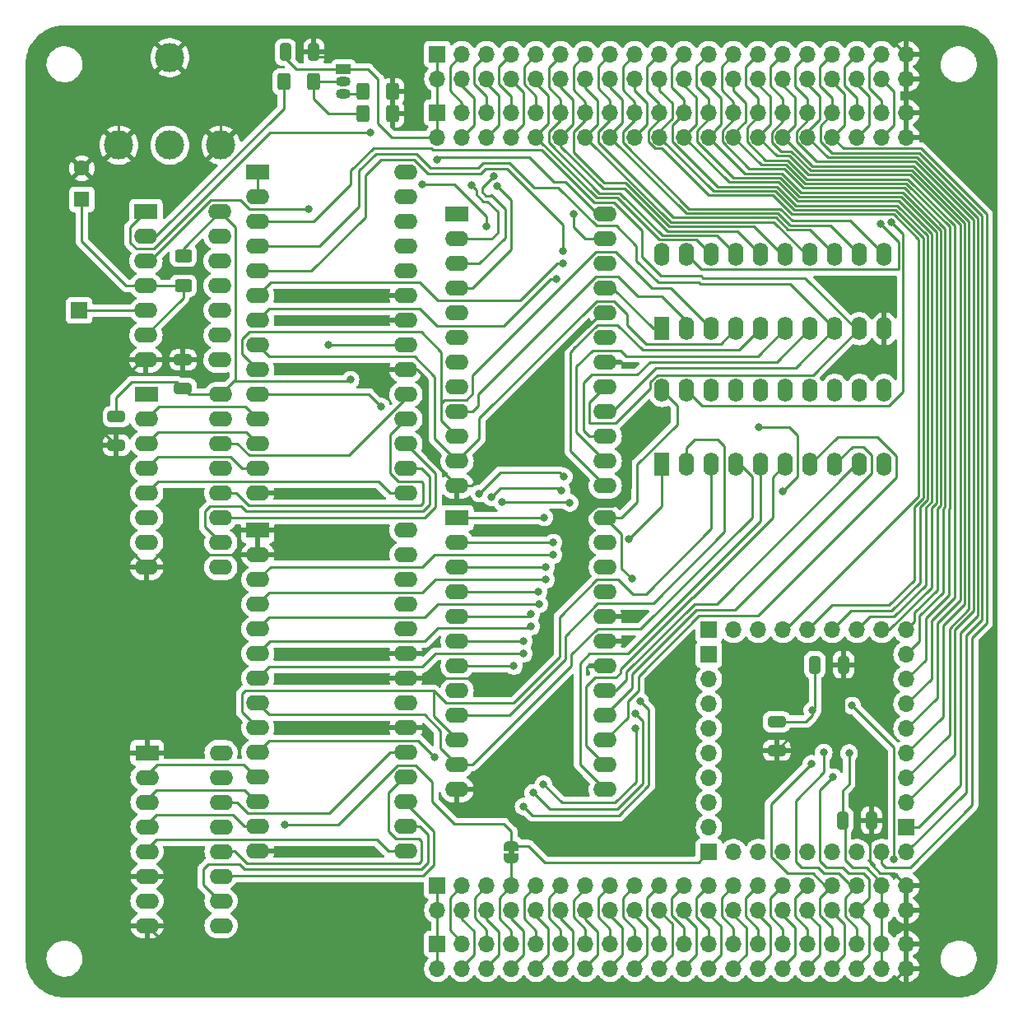
<source format=gbr>
%TF.GenerationSoftware,KiCad,Pcbnew,7.0.5-7.0.5~ubuntu20.04.1*%
%TF.CreationDate,2023-07-18T19:18:07+02:00*%
%TF.ProjectId,UC2_synertek_KTM2,5543325f-7379-46e6-9572-74656b5f4b54,rev?*%
%TF.SameCoordinates,Original*%
%TF.FileFunction,Copper,L2,Bot*%
%TF.FilePolarity,Positive*%
%FSLAX46Y46*%
G04 Gerber Fmt 4.6, Leading zero omitted, Abs format (unit mm)*
G04 Created by KiCad (PCBNEW 7.0.5-7.0.5~ubuntu20.04.1) date 2023-07-18 19:18:07*
%MOMM*%
%LPD*%
G01*
G04 APERTURE LIST*
G04 Aperture macros list*
%AMRoundRect*
0 Rectangle with rounded corners*
0 $1 Rounding radius*
0 $2 $3 $4 $5 $6 $7 $8 $9 X,Y pos of 4 corners*
0 Add a 4 corners polygon primitive as box body*
4,1,4,$2,$3,$4,$5,$6,$7,$8,$9,$2,$3,0*
0 Add four circle primitives for the rounded corners*
1,1,$1+$1,$2,$3*
1,1,$1+$1,$4,$5*
1,1,$1+$1,$6,$7*
1,1,$1+$1,$8,$9*
0 Add four rect primitives between the rounded corners*
20,1,$1+$1,$2,$3,$4,$5,0*
20,1,$1+$1,$4,$5,$6,$7,0*
20,1,$1+$1,$6,$7,$8,$9,0*
20,1,$1+$1,$8,$9,$2,$3,0*%
%AMFreePoly0*
4,1,19,0.500000,-0.750000,0.000000,-0.750000,0.000000,-0.744911,-0.071157,-0.744911,-0.207708,-0.704816,-0.327430,-0.627875,-0.420627,-0.520320,-0.479746,-0.390866,-0.500000,-0.250000,-0.500000,0.250000,-0.479746,0.390866,-0.420627,0.520320,-0.327430,0.627875,-0.207708,0.704816,-0.071157,0.744911,0.000000,0.744911,0.000000,0.750000,0.500000,0.750000,0.500000,-0.750000,0.500000,-0.750000,
$1*%
%AMFreePoly1*
4,1,19,0.000000,0.744911,0.071157,0.744911,0.207708,0.704816,0.327430,0.627875,0.420627,0.520320,0.479746,0.390866,0.500000,0.250000,0.500000,-0.250000,0.479746,-0.390866,0.420627,-0.520320,0.327430,-0.627875,0.207708,-0.704816,0.071157,-0.744911,0.000000,-0.744911,0.000000,-0.750000,-0.500000,-0.750000,-0.500000,0.750000,0.000000,0.750000,0.000000,0.744911,0.000000,0.744911,
$1*%
G04 Aperture macros list end*
%TA.AperFunction,ComponentPad*%
%ADD10R,1.700000X1.700000*%
%TD*%
%TA.AperFunction,ComponentPad*%
%ADD11O,1.700000X1.700000*%
%TD*%
%TA.AperFunction,ComponentPad*%
%ADD12R,1.500000X1.050000*%
%TD*%
%TA.AperFunction,ComponentPad*%
%ADD13O,1.500000X1.050000*%
%TD*%
%TA.AperFunction,ComponentPad*%
%ADD14R,1.600000X1.600000*%
%TD*%
%TA.AperFunction,ComponentPad*%
%ADD15C,1.600000*%
%TD*%
%TA.AperFunction,ComponentPad*%
%ADD16R,1.600000X2.400000*%
%TD*%
%TA.AperFunction,ComponentPad*%
%ADD17O,1.600000X2.400000*%
%TD*%
%TA.AperFunction,ComponentPad*%
%ADD18R,2.400000X1.600000*%
%TD*%
%TA.AperFunction,ComponentPad*%
%ADD19O,2.400000X1.600000*%
%TD*%
%TA.AperFunction,ComponentPad*%
%ADD20C,3.000000*%
%TD*%
%TA.AperFunction,SMDPad,CuDef*%
%ADD21RoundRect,0.250000X-0.650000X0.325000X-0.650000X-0.325000X0.650000X-0.325000X0.650000X0.325000X0*%
%TD*%
%TA.AperFunction,SMDPad,CuDef*%
%ADD22RoundRect,0.250000X-0.400000X-0.625000X0.400000X-0.625000X0.400000X0.625000X-0.400000X0.625000X0*%
%TD*%
%TA.AperFunction,SMDPad,CuDef*%
%ADD23RoundRect,0.250000X-0.625000X0.400000X-0.625000X-0.400000X0.625000X-0.400000X0.625000X0.400000X0*%
%TD*%
%TA.AperFunction,SMDPad,CuDef*%
%ADD24RoundRect,0.250000X-0.325000X-0.650000X0.325000X-0.650000X0.325000X0.650000X-0.325000X0.650000X0*%
%TD*%
%TA.AperFunction,SMDPad,CuDef*%
%ADD25RoundRect,0.250000X0.650000X-0.325000X0.650000X0.325000X-0.650000X0.325000X-0.650000X-0.325000X0*%
%TD*%
%TA.AperFunction,SMDPad,CuDef*%
%ADD26FreePoly0,90.000000*%
%TD*%
%TA.AperFunction,SMDPad,CuDef*%
%ADD27FreePoly1,90.000000*%
%TD*%
%TA.AperFunction,ViaPad*%
%ADD28C,0.800000*%
%TD*%
%TA.AperFunction,Conductor*%
%ADD29C,0.250000*%
%TD*%
G04 APERTURE END LIST*
%TA.AperFunction,EtchedComponent*%
%TO.C,JP20*%
G36*
X147620000Y-130664000D02*
G01*
X147020000Y-130664000D01*
X147020000Y-130164000D01*
X147620000Y-130164000D01*
X147620000Y-130664000D01*
G37*
%TD.AperFunction*%
%TD*%
D10*
%TO.P,J3,1,Pin_1*%
%TO.N,+5V*%
X139700000Y-54303005D03*
D11*
%TO.P,J3,2,Pin_2*%
X139700000Y-56843005D03*
%TO.P,J3,3,Pin_3*%
%TO.N,/PHI1_e*%
X142240000Y-54303005D03*
%TO.P,J3,4,Pin_4*%
%TO.N,/PHI2_e*%
X142240000Y-56843005D03*
%TO.P,J3,5,Pin_5*%
%TO.N,/~{IORD}*%
X144780000Y-54303005D03*
%TO.P,J3,6,Pin_6*%
%TO.N,/R{slash}~{W}_e*%
X144780000Y-56843005D03*
%TO.P,J3,7,Pin_7*%
%TO.N,/~{MRD}*%
X147320000Y-54303005D03*
%TO.P,J3,8,Pin_8*%
%TO.N,/~{MWR}*%
X147320000Y-56843005D03*
%TO.P,J3,9,Pin_9*%
%TO.N,/~{IOWR}*%
X149860000Y-54303005D03*
%TO.P,J3,10,Pin_10*%
%TO.N,/D0*%
X149860000Y-56843005D03*
%TO.P,J3,11,Pin_11*%
%TO.N,/D1*%
X152400000Y-54303005D03*
%TO.P,J3,12,Pin_12*%
%TO.N,/D2*%
X152400000Y-56843005D03*
%TO.P,J3,13,Pin_13*%
%TO.N,/D3*%
X154940000Y-54303005D03*
%TO.P,J3,14,Pin_14*%
%TO.N,/D4*%
X154940000Y-56843005D03*
%TO.P,J3,15,Pin_15*%
%TO.N,/D5*%
X157480000Y-54303005D03*
%TO.P,J3,16,Pin_16*%
%TO.N,/D6*%
X157480000Y-56843005D03*
%TO.P,J3,17,Pin_17*%
%TO.N,/D7*%
X160020000Y-54303005D03*
%TO.P,J3,18,Pin_18*%
%TO.N,/~{RST}*%
X160020000Y-56843005D03*
%TO.P,J3,19,Pin_19*%
%TO.N,/A0*%
X162560000Y-54303005D03*
%TO.P,J3,20,Pin_20*%
%TO.N,/A1*%
X162560000Y-56843005D03*
%TO.P,J3,21,Pin_21*%
%TO.N,/A2*%
X165100000Y-54303005D03*
%TO.P,J3,22,Pin_22*%
%TO.N,/A3*%
X165100000Y-56843005D03*
%TO.P,J3,23,Pin_23*%
%TO.N,/A4*%
X167640000Y-54303005D03*
%TO.P,J3,24,Pin_24*%
%TO.N,/A5*%
X167640000Y-56843005D03*
%TO.P,J3,25,Pin_25*%
%TO.N,/A6*%
X170180000Y-54303005D03*
%TO.P,J3,26,Pin_26*%
%TO.N,/A7*%
X170180000Y-56843005D03*
%TO.P,J3,27,Pin_27*%
%TO.N,/A8*%
X172720000Y-54303005D03*
%TO.P,J3,28,Pin_28*%
%TO.N,/A9*%
X172720000Y-56843005D03*
%TO.P,J3,29,Pin_29*%
%TO.N,/A10*%
X175260000Y-54303005D03*
%TO.P,J3,30,Pin_30*%
%TO.N,/A11*%
X175260000Y-56843005D03*
%TO.P,J3,31,Pin_31*%
%TO.N,/A12*%
X177800000Y-54303005D03*
%TO.P,J3,32,Pin_32*%
%TO.N,/A13*%
X177800000Y-56843005D03*
%TO.P,J3,33,Pin_33*%
%TO.N,/A14*%
X180340000Y-54303005D03*
%TO.P,J3,34,Pin_34*%
%TO.N,/A15*%
X180340000Y-56843005D03*
%TO.P,J3,35,Pin_35*%
%TO.N,/A16*%
X182880000Y-54303005D03*
%TO.P,J3,36,Pin_36*%
%TO.N,/A17*%
X182880000Y-56843005D03*
%TO.P,J3,37,Pin_37*%
%TO.N,/A18*%
X185420000Y-54303005D03*
%TO.P,J3,38,Pin_38*%
%TO.N,/A19*%
X185420000Y-56843005D03*
%TO.P,J3,39,Pin_39*%
%TO.N,GND*%
X187960000Y-54303005D03*
%TO.P,J3,40,Pin_40*%
X187960000Y-56843005D03*
%TD*%
D10*
%TO.P,J8,1,Pin_1*%
%TO.N,/IO11*%
X167640000Y-130389005D03*
D11*
%TO.P,J8,2,Pin_2*%
%TO.N,/IO12*%
X170180000Y-130389005D03*
%TO.P,J8,3,Pin_3*%
%TO.N,/BLANKING*%
X172720000Y-130389005D03*
%TO.P,J8,4,Pin_4*%
%TO.N,/PH0*%
X175260000Y-130389005D03*
%TO.P,J8,5,Pin_5*%
%TO.N,/CLKF*%
X177800000Y-130389005D03*
%TO.P,J8,6,Pin_6*%
%TO.N,/MOSI*%
X180340000Y-130389005D03*
%TO.P,J8,7,Pin_7*%
%TO.N,/SCK*%
X182880000Y-130389005D03*
%TO.P,J8,8,Pin_8*%
%TO.N,/A15*%
X185420000Y-130389005D03*
%TO.P,J8,9,Pin_9*%
%TO.N,/A14*%
X187960000Y-130389005D03*
%TD*%
D10*
%TO.P,J1,1,Pin_1*%
%TO.N,+5V*%
X139700000Y-48303005D03*
D11*
%TO.P,J1,2,Pin_2*%
X139700000Y-50843005D03*
%TO.P,J1,3,Pin_3*%
%TO.N,/PHI1_e*%
X142240000Y-48303005D03*
%TO.P,J1,4,Pin_4*%
%TO.N,/PHI2_e*%
X142240000Y-50843005D03*
%TO.P,J1,5,Pin_5*%
%TO.N,/~{IORD}*%
X144780000Y-48303005D03*
%TO.P,J1,6,Pin_6*%
%TO.N,/R{slash}~{W}_e*%
X144780000Y-50843005D03*
%TO.P,J1,7,Pin_7*%
%TO.N,/~{MRD}*%
X147320000Y-48303005D03*
%TO.P,J1,8,Pin_8*%
%TO.N,/~{MWR}*%
X147320000Y-50843005D03*
%TO.P,J1,9,Pin_9*%
%TO.N,/~{IOWR}*%
X149860000Y-48303005D03*
%TO.P,J1,10,Pin_10*%
%TO.N,/D0*%
X149860000Y-50843005D03*
%TO.P,J1,11,Pin_11*%
%TO.N,/D1*%
X152400000Y-48303005D03*
%TO.P,J1,12,Pin_12*%
%TO.N,/D2*%
X152400000Y-50843005D03*
%TO.P,J1,13,Pin_13*%
%TO.N,/D3*%
X154940000Y-48303005D03*
%TO.P,J1,14,Pin_14*%
%TO.N,/D4*%
X154940000Y-50843005D03*
%TO.P,J1,15,Pin_15*%
%TO.N,/D5*%
X157480000Y-48303005D03*
%TO.P,J1,16,Pin_16*%
%TO.N,/D6*%
X157480000Y-50843005D03*
%TO.P,J1,17,Pin_17*%
%TO.N,/D7*%
X160020000Y-48303005D03*
%TO.P,J1,18,Pin_18*%
%TO.N,/~{RST}*%
X160020000Y-50843005D03*
%TO.P,J1,19,Pin_19*%
%TO.N,/A0*%
X162560000Y-48303005D03*
%TO.P,J1,20,Pin_20*%
%TO.N,/A1*%
X162560000Y-50843005D03*
%TO.P,J1,21,Pin_21*%
%TO.N,/A2*%
X165100000Y-48303005D03*
%TO.P,J1,22,Pin_22*%
%TO.N,/A3*%
X165100000Y-50843005D03*
%TO.P,J1,23,Pin_23*%
%TO.N,/A4*%
X167640000Y-48303005D03*
%TO.P,J1,24,Pin_24*%
%TO.N,/A5*%
X167640000Y-50843005D03*
%TO.P,J1,25,Pin_25*%
%TO.N,/A6*%
X170180000Y-48303005D03*
%TO.P,J1,26,Pin_26*%
%TO.N,/A7*%
X170180000Y-50843005D03*
%TO.P,J1,27,Pin_27*%
%TO.N,/A8*%
X172720000Y-48303005D03*
%TO.P,J1,28,Pin_28*%
%TO.N,/A9*%
X172720000Y-50843005D03*
%TO.P,J1,29,Pin_29*%
%TO.N,/A10*%
X175260000Y-48303005D03*
%TO.P,J1,30,Pin_30*%
%TO.N,/A11*%
X175260000Y-50843005D03*
%TO.P,J1,31,Pin_31*%
%TO.N,/A12*%
X177800000Y-48303005D03*
%TO.P,J1,32,Pin_32*%
%TO.N,/A13*%
X177800000Y-50843005D03*
%TO.P,J1,33,Pin_33*%
%TO.N,/A14*%
X180340000Y-48303005D03*
%TO.P,J1,34,Pin_34*%
%TO.N,/A15*%
X180340000Y-50843005D03*
%TO.P,J1,35,Pin_35*%
%TO.N,/A16*%
X182880000Y-48303005D03*
%TO.P,J1,36,Pin_36*%
%TO.N,/A17*%
X182880000Y-50843005D03*
%TO.P,J1,37,Pin_37*%
%TO.N,/A18*%
X185420000Y-48303005D03*
%TO.P,J1,38,Pin_38*%
%TO.N,/A19*%
X185420000Y-50843005D03*
%TO.P,J1,39,Pin_39*%
%TO.N,GND*%
X187960000Y-48303005D03*
%TO.P,J1,40,Pin_40*%
X187960000Y-50843005D03*
%TD*%
D12*
%TO.P,Q1,1,C*%
%TO.N,+5V*%
X130054400Y-49885600D03*
D13*
%TO.P,Q1,2,B*%
%TO.N,Net-(Q1-B)*%
X130054400Y-51155600D03*
%TO.P,Q1,3,E*%
%TO.N,Net-(J20-In)*%
X130054400Y-52425600D03*
%TD*%
D14*
%TO.P,LS1,1,1*%
%TO.N,Net-(LS1-Pad1)*%
X103124000Y-63246000D03*
D15*
%TO.P,LS1,2,2*%
%TO.N,GND*%
X103124000Y-60046000D03*
%TD*%
D10*
%TO.P,J5,1,Pin_1*%
%TO.N,/IO2*%
X167640000Y-107529005D03*
D11*
%TO.P,J5,2,Pin_2*%
%TO.N,/IO1*%
X170180000Y-107529005D03*
%TO.P,J5,3,Pin_3*%
%TO.N,/IO0*%
X172720000Y-107529005D03*
%TO.P,J5,4,Pin_4*%
%TO.N,/A0*%
X175260000Y-107529005D03*
%TO.P,J5,5,Pin_5*%
%TO.N,/A1*%
X177800000Y-107529005D03*
%TO.P,J5,6,Pin_6*%
%TO.N,/A2*%
X180340000Y-107529005D03*
%TO.P,J5,7,Pin_7*%
%TO.N,/A3*%
X182880000Y-107529005D03*
%TO.P,J5,8,Pin_8*%
%TO.N,/A4*%
X185420000Y-107529005D03*
%TO.P,J5,9,Pin_9*%
%TO.N,/A5*%
X187960000Y-107529005D03*
%TD*%
D10*
%TO.P,J4,1,Pin_1*%
%TO.N,+5V*%
X139700000Y-133849005D03*
D11*
%TO.P,J4,2,Pin_2*%
X139700000Y-136389005D03*
%TO.P,J4,3,Pin_3*%
%TO.N,/RX2*%
X142240000Y-133849005D03*
%TO.P,J4,4,Pin_4*%
%TO.N,/TX2*%
X142240000Y-136389005D03*
%TO.P,J4,5,Pin_5*%
%TO.N,/RX3*%
X144780000Y-133849005D03*
%TO.P,J4,6,Pin_6*%
%TO.N,/TX3*%
X144780000Y-136389005D03*
%TO.P,J4,7,Pin_7*%
%TO.N,/RES0*%
X147320000Y-133849005D03*
%TO.P,J4,8,Pin_8*%
%TO.N,/TX1*%
X147320000Y-136389005D03*
%TO.P,J4,9,Pin_9*%
%TO.N,/RES1*%
X149860000Y-133849005D03*
%TO.P,J4,10,Pin_10*%
%TO.N,/RX1*%
X149860000Y-136389005D03*
%TO.P,J4,11,Pin_11*%
%TO.N,/PH0*%
X152400000Y-133849005D03*
%TO.P,J4,12,Pin_12*%
%TO.N,/~{PH0}*%
X152400000Y-136389005D03*
%TO.P,J4,13,Pin_13*%
%TO.N,/CLKS*%
X154940000Y-133849005D03*
%TO.P,J4,14,Pin_14*%
%TO.N,/CLKF*%
X154940000Y-136389005D03*
%TO.P,J4,15,Pin_15*%
%TO.N,/~{BUSFREE}*%
X157480000Y-133849005D03*
%TO.P,J4,16,Pin_16*%
%TO.N,/~{RAMWE13}*%
X157480000Y-136389005D03*
%TO.P,J4,17,Pin_17*%
%TO.N,/~{RAMWE12}*%
X160020000Y-133849005D03*
%TO.P,J4,18,Pin_18*%
%TO.N,/~{RAMWE11}*%
X160020000Y-136389005D03*
%TO.P,J4,19,Pin_19*%
%TO.N,/~{RAMWE10}*%
X162560000Y-133849005D03*
%TO.P,J4,20,Pin_20*%
%TO.N,/~{RAMWE9}*%
X162560000Y-136389005D03*
%TO.P,J4,21,Pin_21*%
%TO.N,/~{RAMWE8}*%
X165100000Y-133849005D03*
%TO.P,J4,22,Pin_22*%
%TO.N,/~{RAMWE7}*%
X165100000Y-136389005D03*
%TO.P,J4,23,Pin_23*%
%TO.N,/~{RAMWE6}*%
X167640000Y-133849005D03*
%TO.P,J4,24,Pin_24*%
%TO.N,/~{RAMWE5}*%
X167640000Y-136389005D03*
%TO.P,J4,25,Pin_25*%
%TO.N,/~{RAMWE4}*%
X170180000Y-133849005D03*
%TO.P,J4,26,Pin_26*%
%TO.N,/~{RAMWE3}*%
X170180000Y-136389005D03*
%TO.P,J4,27,Pin_27*%
%TO.N,/~{RAMWE2}*%
X172720000Y-133849005D03*
%TO.P,J4,28,Pin_28*%
%TO.N,/~{RAMWE1}*%
X172720000Y-136389005D03*
%TO.P,J4,29,Pin_29*%
%TO.N,/~{RAMWE0}*%
X175260000Y-133849005D03*
%TO.P,J4,30,Pin_30*%
%TO.N,/MOSI*%
X175260000Y-136389005D03*
%TO.P,J4,31,Pin_31*%
%TO.N,/SCK*%
X177800000Y-133849005D03*
%TO.P,J4,32,Pin_32*%
%TO.N,/Bus/TDRTN*%
X177800000Y-136389005D03*
%TO.P,J4,33,Pin_33*%
%TO.N,/TMS*%
X180340000Y-133849005D03*
%TO.P,J4,34,Pin_34*%
%TO.N,/TDO*%
X180340000Y-136389005D03*
%TO.P,J4,35,Pin_35*%
%TO.N,/TCK*%
X182880000Y-133849005D03*
%TO.P,J4,36,Pin_36*%
%TO.N,/TDI*%
X182880000Y-136389005D03*
%TO.P,J4,37,Pin_37*%
%TO.N,+3V3*%
X185420000Y-133849005D03*
%TO.P,J4,38,Pin_38*%
X185420000Y-136389005D03*
%TO.P,J4,39,Pin_39*%
%TO.N,GND*%
X187960000Y-133849005D03*
%TO.P,J4,40,Pin_40*%
X187960000Y-136389005D03*
%TD*%
D16*
%TO.P,U9,1,A->B*%
%TO.N,/R{slash}~{W}r*%
X162820400Y-90525600D03*
D17*
%TO.P,U9,2,A0*%
%TO.N,/D0y*%
X165360400Y-90525600D03*
%TO.P,U9,3,A1*%
%TO.N,/D1y*%
X167900400Y-90525600D03*
%TO.P,U9,4,A2*%
%TO.N,/D2y*%
X170440400Y-90525600D03*
%TO.P,U9,5,A3*%
%TO.N,/D3y*%
X172980400Y-90525600D03*
%TO.P,U9,6,A4*%
%TO.N,/D4y*%
X175520400Y-90525600D03*
%TO.P,U9,7,A5*%
%TO.N,/D5y*%
X178060400Y-90525600D03*
%TO.P,U9,8,A6*%
%TO.N,/D6y*%
X180600400Y-90525600D03*
%TO.P,U9,9,A7*%
%TO.N,/D7y*%
X183140400Y-90525600D03*
%TO.P,U9,10,GND*%
%TO.N,GND*%
X185680400Y-90525600D03*
%TO.P,U9,11,B7*%
%TO.N,/D7*%
X185680400Y-82905600D03*
%TO.P,U9,12,B6*%
%TO.N,/D6*%
X183140400Y-82905600D03*
%TO.P,U9,13,B5*%
%TO.N,/D5*%
X180600400Y-82905600D03*
%TO.P,U9,14,B4*%
%TO.N,/D4*%
X178060400Y-82905600D03*
%TO.P,U9,15,B3*%
%TO.N,/D3*%
X175520400Y-82905600D03*
%TO.P,U9,16,B2*%
%TO.N,/D2*%
X172980400Y-82905600D03*
%TO.P,U9,17,B1*%
%TO.N,/D1*%
X170440400Y-82905600D03*
%TO.P,U9,18,B0*%
%TO.N,/D0*%
X167900400Y-82905600D03*
%TO.P,U9,19,CE*%
%TO.N,/A13*%
X165360400Y-82905600D03*
%TO.P,U9,20,VCC*%
%TO.N,+5V*%
X162820400Y-82905600D03*
%TD*%
D18*
%TO.P,U7,1,Ds*%
%TO.N,Net-(U10-Qh)*%
X109798000Y-83312000D03*
D19*
%TO.P,U7,2,A*%
%TO.N,Net-(U7-A)*%
X109798000Y-85852000D03*
%TO.P,U7,3,B*%
%TO.N,Net-(U7-B)*%
X109798000Y-88392000D03*
%TO.P,U7,4,C*%
%TO.N,Net-(U7-C)*%
X109798000Y-90932000D03*
%TO.P,U7,5,D*%
%TO.N,Net-(U7-D)*%
X109798000Y-93472000D03*
%TO.P,U7,6,CE*%
%TO.N,Net-(JP6-C)*%
X109798000Y-96012000D03*
%TO.P,U7,7,Clk*%
%TO.N,/PH12*%
X109798000Y-98552000D03*
%TO.P,U7,8,GND*%
%TO.N,GND*%
X109798000Y-101092000D03*
%TO.P,U7,9,Clr*%
%TO.N,/~{CLR}*%
X117418000Y-101092000D03*
%TO.P,U7,10,E*%
%TO.N,Net-(U7-E)*%
X117418000Y-98552000D03*
%TO.P,U7,11,F*%
%TO.N,Net-(U7-F)*%
X117418000Y-96012000D03*
%TO.P,U7,12,G*%
%TO.N,Net-(U7-G)*%
X117418000Y-93472000D03*
%TO.P,U7,13,Qh*%
%TO.N,Net-(U7-Qh)*%
X117418000Y-90932000D03*
%TO.P,U7,14,H*%
%TO.N,Net-(U7-H)*%
X117418000Y-88392000D03*
%TO.P,U7,15,PE*%
%TO.N,/IO11*%
X117418000Y-85852000D03*
%TO.P,U7,16,VCC*%
%TO.N,+5V*%
X117418000Y-83312000D03*
%TD*%
D18*
%TO.P,U8,1,VPP*%
%TO.N,GND*%
X121228000Y-60452000D03*
D19*
%TO.P,U8,2,A12*%
X121228000Y-62992000D03*
%TO.P,U8,3,A7*%
%TO.N,/D7x*%
X121228000Y-65532000D03*
%TO.P,U8,4,A6*%
%TO.N,/D6x*%
X121228000Y-68072000D03*
%TO.P,U8,5,A5*%
%TO.N,/D5x*%
X121228000Y-70612000D03*
%TO.P,U8,6,A4*%
%TO.N,/D4x*%
X121228000Y-73152000D03*
%TO.P,U8,7,A3*%
%TO.N,/D3x*%
X121228000Y-75692000D03*
%TO.P,U8,8,A2*%
%TO.N,/D2x*%
X121228000Y-78232000D03*
%TO.P,U8,9,A1*%
%TO.N,/D1x*%
X121228000Y-80772000D03*
%TO.P,U8,10,A0*%
%TO.N,/D0x*%
X121228000Y-83312000D03*
%TO.P,U8,11,D0*%
%TO.N,Net-(U7-A)*%
X121228000Y-85852000D03*
%TO.P,U8,12,D1*%
%TO.N,Net-(U7-B)*%
X121228000Y-88392000D03*
%TO.P,U8,13,D2*%
%TO.N,Net-(U7-C)*%
X121228000Y-90932000D03*
%TO.P,U8,14,GND*%
%TO.N,GND*%
X121228000Y-93472000D03*
%TO.P,U8,15,D3*%
%TO.N,Net-(U7-D)*%
X136468000Y-93472000D03*
%TO.P,U8,16,D4*%
%TO.N,Net-(U7-E)*%
X136468000Y-90932000D03*
%TO.P,U8,17,D5*%
%TO.N,Net-(U7-F)*%
X136468000Y-88392000D03*
%TO.P,U8,18,D6*%
%TO.N,Net-(U7-G)*%
X136468000Y-85852000D03*
%TO.P,U8,19,D7*%
%TO.N,Net-(U7-H)*%
X136468000Y-83312000D03*
%TO.P,U8,20,~{CE}*%
%TO.N,GND*%
X136468000Y-80772000D03*
%TO.P,U8,21,A10*%
%TO.N,/Av10*%
X136468000Y-78232000D03*
%TO.P,U8,22,~{OE}*%
%TO.N,GND*%
X136468000Y-75692000D03*
%TO.P,U8,23,A11*%
X136468000Y-73152000D03*
%TO.P,U8,24,A9*%
%TO.N,/Av9*%
X136468000Y-70612000D03*
%TO.P,U8,25,A8*%
%TO.N,/Av8*%
X136468000Y-68072000D03*
%TO.P,U8,26,NC*%
%TO.N,+5V*%
X136468000Y-65532000D03*
%TO.P,U8,27,~{PGM}*%
X136468000Y-62992000D03*
%TO.P,U8,28,VCC*%
X136468000Y-60452000D03*
%TD*%
D20*
%TO.P,J20,1,In*%
%TO.N,Net-(J20-In)*%
X112184000Y-57658000D03*
%TO.P,J20,2,Ext*%
%TO.N,GND*%
X117434000Y-57658000D03*
X112184000Y-48658000D03*
X106934000Y-57658000D03*
%TD*%
D10*
%TO.P,J2,1,Pin_1*%
%TO.N,+5V*%
X139700000Y-139849005D03*
D11*
%TO.P,J2,2,Pin_2*%
X139700000Y-142389005D03*
%TO.P,J2,3,Pin_3*%
%TO.N,/RX2*%
X142240000Y-139849005D03*
%TO.P,J2,4,Pin_4*%
%TO.N,/TX2*%
X142240000Y-142389005D03*
%TO.P,J2,5,Pin_5*%
%TO.N,/RX3*%
X144780000Y-139849005D03*
%TO.P,J2,6,Pin_6*%
%TO.N,/TX3*%
X144780000Y-142389005D03*
%TO.P,J2,7,Pin_7*%
%TO.N,/RES0*%
X147320000Y-139849005D03*
%TO.P,J2,8,Pin_8*%
%TO.N,/TX1*%
X147320000Y-142389005D03*
%TO.P,J2,9,Pin_9*%
%TO.N,/RES1*%
X149860000Y-139849005D03*
%TO.P,J2,10,Pin_10*%
%TO.N,/RX1*%
X149860000Y-142389005D03*
%TO.P,J2,11,Pin_11*%
%TO.N,/PH0*%
X152400000Y-139849005D03*
%TO.P,J2,12,Pin_12*%
%TO.N,/~{PH0}*%
X152400000Y-142389005D03*
%TO.P,J2,13,Pin_13*%
%TO.N,/CLKS*%
X154940000Y-139849005D03*
%TO.P,J2,14,Pin_14*%
%TO.N,/CLKF*%
X154940000Y-142389005D03*
%TO.P,J2,15,Pin_15*%
%TO.N,/~{BUSFREE}*%
X157480000Y-139849005D03*
%TO.P,J2,16,Pin_16*%
%TO.N,/~{RAMWE13}*%
X157480000Y-142389005D03*
%TO.P,J2,17,Pin_17*%
%TO.N,/~{RAMWE12}*%
X160020000Y-139849005D03*
%TO.P,J2,18,Pin_18*%
%TO.N,/~{RAMWE11}*%
X160020000Y-142389005D03*
%TO.P,J2,19,Pin_19*%
%TO.N,/~{RAMWE10}*%
X162560000Y-139849005D03*
%TO.P,J2,20,Pin_20*%
%TO.N,/~{RAMWE9}*%
X162560000Y-142389005D03*
%TO.P,J2,21,Pin_21*%
%TO.N,/~{RAMWE8}*%
X165100000Y-139849005D03*
%TO.P,J2,22,Pin_22*%
%TO.N,/~{RAMWE7}*%
X165100000Y-142389005D03*
%TO.P,J2,23,Pin_23*%
%TO.N,/~{RAMWE6}*%
X167640000Y-139849005D03*
%TO.P,J2,24,Pin_24*%
%TO.N,/~{RAMWE5}*%
X167640000Y-142389005D03*
%TO.P,J2,25,Pin_25*%
%TO.N,/~{RAMWE4}*%
X170180000Y-139849005D03*
%TO.P,J2,26,Pin_26*%
%TO.N,/~{RAMWE3}*%
X170180000Y-142389005D03*
%TO.P,J2,27,Pin_27*%
%TO.N,/~{RAMWE2}*%
X172720000Y-139849005D03*
%TO.P,J2,28,Pin_28*%
%TO.N,/~{RAMWE1}*%
X172720000Y-142389005D03*
%TO.P,J2,29,Pin_29*%
%TO.N,/~{RAMWE0}*%
X175260000Y-139849005D03*
%TO.P,J2,30,Pin_30*%
%TO.N,/MOSI*%
X175260000Y-142389005D03*
%TO.P,J2,31,Pin_31*%
%TO.N,/SCK*%
X177800000Y-139849005D03*
%TO.P,J2,32,Pin_32*%
%TO.N,/Bus/TDRTN*%
X177800000Y-142389005D03*
%TO.P,J2,33,Pin_33*%
%TO.N,/TMS*%
X180340000Y-139849005D03*
%TO.P,J2,34,Pin_34*%
%TO.N,/TDO*%
X180340000Y-142389005D03*
%TO.P,J2,35,Pin_35*%
%TO.N,/TCK*%
X182880000Y-139849005D03*
%TO.P,J2,36,Pin_36*%
%TO.N,/TDI*%
X182880000Y-142389005D03*
%TO.P,J2,37,Pin_37*%
%TO.N,+3V3*%
X185420000Y-139849005D03*
%TO.P,J2,38,Pin_38*%
X185420000Y-142389005D03*
%TO.P,J2,39,Pin_39*%
%TO.N,GND*%
X187960000Y-139849005D03*
%TO.P,J2,40,Pin_40*%
X187960000Y-142389005D03*
%TD*%
D10*
%TO.P,J6,1,Pin_1*%
%TO.N,/A13*%
X187960000Y-127849005D03*
D11*
%TO.P,J6,2,Pin_2*%
%TO.N,/A12*%
X187960000Y-125309005D03*
%TO.P,J6,3,Pin_3*%
%TO.N,/A11*%
X187960000Y-122769005D03*
%TO.P,J6,4,Pin_4*%
%TO.N,/A10*%
X187960000Y-120229005D03*
%TO.P,J6,5,Pin_5*%
%TO.N,/A9*%
X187960000Y-117689005D03*
%TO.P,J6,6,Pin_6*%
%TO.N,/A8*%
X187960000Y-115149005D03*
%TO.P,J6,7,Pin_7*%
%TO.N,/A7*%
X187960000Y-112609005D03*
%TO.P,J6,8,Pin_8*%
%TO.N,/A6*%
X187960000Y-110069005D03*
%TD*%
D18*
%TO.P,U11,1,A7*%
%TO.N,/A7*%
X141732000Y-96012000D03*
D19*
%TO.P,U11,2,A6*%
%TO.N,/A6*%
X141732000Y-98552000D03*
%TO.P,U11,3,A5*%
%TO.N,/A5*%
X141732000Y-101092000D03*
%TO.P,U11,4,A4*%
%TO.N,/A4*%
X141732000Y-103632000D03*
%TO.P,U11,5,A3*%
%TO.N,/A3*%
X141732000Y-106172000D03*
%TO.P,U11,6,A2*%
%TO.N,/Av2*%
X141732000Y-108712000D03*
%TO.P,U11,7,A1*%
%TO.N,/Av1*%
X141732000Y-111252000D03*
%TO.P,U11,8,A0*%
%TO.N,/Av0*%
X141732000Y-113792000D03*
%TO.P,U11,9,D0*%
%TO.N,/D0y*%
X141732000Y-116332000D03*
%TO.P,U11,10,D1*%
%TO.N,/D1y*%
X141732000Y-118872000D03*
%TO.P,U11,11,D2*%
%TO.N,/D2y*%
X141732000Y-121412000D03*
%TO.P,U11,12,GND*%
%TO.N,GND*%
X141732000Y-123952000D03*
%TO.P,U11,13,D3*%
%TO.N,/D3y*%
X156972000Y-123952000D03*
%TO.P,U11,14,D4*%
%TO.N,/D4y*%
X156972000Y-121412000D03*
%TO.P,U11,15,D5*%
%TO.N,/D5y*%
X156972000Y-118872000D03*
%TO.P,U11,16,D6*%
%TO.N,/D6y*%
X156972000Y-116332000D03*
%TO.P,U11,17,D7*%
%TO.N,/D7y*%
X156972000Y-113792000D03*
%TO.P,U11,18,~{CE}*%
%TO.N,GND*%
X156972000Y-111252000D03*
%TO.P,U11,19,A10*%
X156972000Y-108712000D03*
%TO.P,U11,20,~{OE}*%
X156972000Y-106172000D03*
%TO.P,U11,21,~{WE}*%
%TO.N,/R{slash}~{W}r*%
X156972000Y-103632000D03*
%TO.P,U11,22,A9*%
%TO.N,/A9*%
X156972000Y-101092000D03*
%TO.P,U11,23,A8*%
%TO.N,/A8*%
X156972000Y-98552000D03*
%TO.P,U11,24,VCC*%
%TO.N,+5V*%
X156972000Y-96012000D03*
%TD*%
D18*
%TO.P,U10,1,Ds*%
%TO.N,GND*%
X109830496Y-120170183D03*
D19*
%TO.P,U10,2,A*%
%TO.N,Net-(U10-A)*%
X109830496Y-122710183D03*
%TO.P,U10,3,B*%
%TO.N,Net-(U10-B)*%
X109830496Y-125250183D03*
%TO.P,U10,4,C*%
%TO.N,Net-(U10-C)*%
X109830496Y-127790183D03*
%TO.P,U10,5,D*%
%TO.N,Net-(U10-D)*%
X109830496Y-130330183D03*
%TO.P,U10,6,CE*%
%TO.N,GND*%
X109830496Y-132870183D03*
%TO.P,U10,7,Clk*%
%TO.N,/PH12*%
X109830496Y-135410183D03*
%TO.P,U10,8,GND*%
%TO.N,GND*%
X109830496Y-137950183D03*
%TO.P,U10,9,Clr*%
%TO.N,/~{CLR}*%
X117450496Y-137950183D03*
%TO.P,U10,10,E*%
%TO.N,Net-(U10-E)*%
X117450496Y-135410183D03*
%TO.P,U10,11,F*%
%TO.N,Net-(U10-F)*%
X117450496Y-132870183D03*
%TO.P,U10,12,G*%
%TO.N,Net-(U10-G)*%
X117450496Y-130330183D03*
%TO.P,U10,13,Qh*%
%TO.N,Net-(U10-Qh)*%
X117450496Y-127790183D03*
%TO.P,U10,14,H*%
%TO.N,Net-(U10-H)*%
X117450496Y-125250183D03*
%TO.P,U10,15,PE*%
%TO.N,/IO11*%
X117450496Y-122710183D03*
%TO.P,U10,16,VCC*%
%TO.N,+5V*%
X117450496Y-120170183D03*
%TD*%
D18*
%TO.P,U12,1,VPP*%
%TO.N,GND*%
X121228000Y-97282000D03*
D19*
%TO.P,U12,2,A12*%
X121228000Y-99822000D03*
%TO.P,U12,3,A7*%
%TO.N,/D7y*%
X121228000Y-102362000D03*
%TO.P,U12,4,A6*%
%TO.N,/D6y*%
X121228000Y-104902000D03*
%TO.P,U12,5,A5*%
%TO.N,/D5y*%
X121228000Y-107442000D03*
%TO.P,U12,6,A4*%
%TO.N,/D4y*%
X121228000Y-109982000D03*
%TO.P,U12,7,A3*%
%TO.N,/D3y*%
X121228000Y-112522000D03*
%TO.P,U12,8,A2*%
%TO.N,/D2y*%
X121228000Y-115062000D03*
%TO.P,U12,9,A1*%
%TO.N,/D1y*%
X121228000Y-117602000D03*
%TO.P,U12,10,A0*%
%TO.N,/D0y*%
X121228000Y-120142000D03*
%TO.P,U12,11,D0*%
%TO.N,Net-(U10-A)*%
X121228000Y-122682000D03*
%TO.P,U12,12,D1*%
%TO.N,Net-(U10-B)*%
X121228000Y-125222000D03*
%TO.P,U12,13,D2*%
%TO.N,Net-(U10-C)*%
X121228000Y-127762000D03*
%TO.P,U12,14,GND*%
%TO.N,GND*%
X121228000Y-130302000D03*
%TO.P,U12,15,D3*%
%TO.N,Net-(U10-D)*%
X136468000Y-130302000D03*
%TO.P,U12,16,D4*%
%TO.N,Net-(U10-E)*%
X136468000Y-127762000D03*
%TO.P,U12,17,D5*%
%TO.N,Net-(U10-F)*%
X136468000Y-125222000D03*
%TO.P,U12,18,D6*%
%TO.N,Net-(U10-G)*%
X136468000Y-122682000D03*
%TO.P,U12,19,D7*%
%TO.N,Net-(U10-H)*%
X136468000Y-120142000D03*
%TO.P,U12,20,~{CE}*%
%TO.N,GND*%
X136468000Y-117602000D03*
%TO.P,U12,21,A10*%
%TO.N,/Av10*%
X136468000Y-115062000D03*
%TO.P,U12,22,~{OE}*%
%TO.N,GND*%
X136468000Y-112522000D03*
%TO.P,U12,23,A11*%
X136468000Y-109982000D03*
%TO.P,U12,24,A9*%
%TO.N,/Av9*%
X136468000Y-107442000D03*
%TO.P,U12,25,A8*%
%TO.N,/Av8*%
X136468000Y-104902000D03*
%TO.P,U12,26,NC*%
%TO.N,+5V*%
X136468000Y-102362000D03*
%TO.P,U12,27,~{PGM}*%
X136468000Y-99822000D03*
%TO.P,U12,28,VCC*%
X136468000Y-97282000D03*
%TD*%
D16*
%TO.P,U3,1,A->B*%
%TO.N,/R{slash}~{W}r*%
X162820400Y-76555600D03*
D17*
%TO.P,U3,2,A0*%
%TO.N,/D0x*%
X165360400Y-76555600D03*
%TO.P,U3,3,A1*%
%TO.N,/D1x*%
X167900400Y-76555600D03*
%TO.P,U3,4,A2*%
%TO.N,/D2x*%
X170440400Y-76555600D03*
%TO.P,U3,5,A3*%
%TO.N,/D3x*%
X172980400Y-76555600D03*
%TO.P,U3,6,A4*%
%TO.N,/D4x*%
X175520400Y-76555600D03*
%TO.P,U3,7,A5*%
%TO.N,/D5x*%
X178060400Y-76555600D03*
%TO.P,U3,8,A6*%
%TO.N,/D6x*%
X180600400Y-76555600D03*
%TO.P,U3,9,A7*%
%TO.N,/D7x*%
X183140400Y-76555600D03*
%TO.P,U3,10,GND*%
%TO.N,GND*%
X185680400Y-76555600D03*
%TO.P,U3,11,B7*%
%TO.N,/D7*%
X185680400Y-68935600D03*
%TO.P,U3,12,B6*%
%TO.N,/D6*%
X183140400Y-68935600D03*
%TO.P,U3,13,B5*%
%TO.N,/D5*%
X180600400Y-68935600D03*
%TO.P,U3,14,B4*%
%TO.N,/D4*%
X178060400Y-68935600D03*
%TO.P,U3,15,B3*%
%TO.N,/D3*%
X175520400Y-68935600D03*
%TO.P,U3,16,B2*%
%TO.N,/D2*%
X172980400Y-68935600D03*
%TO.P,U3,17,B1*%
%TO.N,/D1*%
X170440400Y-68935600D03*
%TO.P,U3,18,B0*%
%TO.N,/D0*%
X167900400Y-68935600D03*
%TO.P,U3,19,CE*%
%TO.N,/A12*%
X165360400Y-68935600D03*
%TO.P,U3,20,VCC*%
%TO.N,+5V*%
X162820400Y-68935600D03*
%TD*%
D10*
%TO.P,J7,1,Pin_1*%
%TO.N,/IO3*%
X167640000Y-110069005D03*
D11*
%TO.P,J7,2,Pin_2*%
%TO.N,/IO4*%
X167640000Y-112609005D03*
%TO.P,J7,3,Pin_3*%
%TO.N,/IO5*%
X167640000Y-115149005D03*
%TO.P,J7,4,Pin_4*%
%TO.N,/IO6*%
X167640000Y-117689005D03*
%TO.P,J7,5,Pin_5*%
%TO.N,/IO7*%
X167640000Y-120229005D03*
%TO.P,J7,6,Pin_6*%
%TO.N,/IO8*%
X167640000Y-122769005D03*
%TO.P,J7,7,Pin_7*%
%TO.N,/IO9*%
X167640000Y-125309005D03*
%TO.P,J7,8,Pin_8*%
%TO.N,/IO10*%
X167640000Y-127849005D03*
%TD*%
D18*
%TO.P,U2,1*%
%TO.N,/A12*%
X109728000Y-64516000D03*
D19*
%TO.P,U2,2*%
%TO.N,/~{SYNC}*%
X109728000Y-67056000D03*
%TO.P,U2,3*%
%TO.N,/Av10*%
X109728000Y-69596000D03*
%TO.P,U2,4*%
%TO.N,Net-(LS1-Pad1)*%
X109728000Y-72136000D03*
%TO.P,U2,5*%
%TO.N,/~{BELL_En}*%
X109728000Y-74676000D03*
%TO.P,U2,6*%
%TO.N,Net-(LS1-Pad1)*%
X109728000Y-77216000D03*
%TO.P,U2,7,GND*%
%TO.N,GND*%
X109728000Y-79756000D03*
%TO.P,U2,8*%
%TO.N,Net-(JP3-A)*%
X117348000Y-79756000D03*
%TO.P,U2,9*%
%TO.N,Net-(U7-Qh)*%
X117348000Y-77216000D03*
%TO.P,U2,10*%
%TO.N,Net-(R17-Pad2)*%
X117348000Y-74676000D03*
%TO.P,U2,11*%
%TO.N,Net-(JP3-B)*%
X117348000Y-72136000D03*
%TO.P,U2,12*%
%TO.N,Net-(R17-Pad2)*%
X117348000Y-69596000D03*
%TO.P,U2,13*%
%TO.N,Net-(JP2-B)*%
X117348000Y-67056000D03*
%TO.P,U2,14,VCC*%
%TO.N,+5V*%
X117348000Y-64516000D03*
%TD*%
D10*
%TO.P,J9,1,Pin_1*%
%TO.N,/~{BELL_En}*%
X102870000Y-74676000D03*
%TD*%
D18*
%TO.P,U6,1,A7*%
%TO.N,/A7*%
X141732000Y-64770000D03*
D19*
%TO.P,U6,2,A6*%
%TO.N,/A6*%
X141732000Y-67310000D03*
%TO.P,U6,3,A5*%
%TO.N,/A5*%
X141732000Y-69850000D03*
%TO.P,U6,4,A4*%
%TO.N,/A4*%
X141732000Y-72390000D03*
%TO.P,U6,5,A3*%
%TO.N,/A3*%
X141732000Y-74930000D03*
%TO.P,U6,6,A2*%
%TO.N,/Av2*%
X141732000Y-77470000D03*
%TO.P,U6,7,A1*%
%TO.N,/Av1*%
X141732000Y-80010000D03*
%TO.P,U6,8,A0*%
%TO.N,/Av0*%
X141732000Y-82550000D03*
%TO.P,U6,9,D0*%
%TO.N,/D0x*%
X141732000Y-85090000D03*
%TO.P,U6,10,D1*%
%TO.N,/D1x*%
X141732000Y-87630000D03*
%TO.P,U6,11,D2*%
%TO.N,/D2x*%
X141732000Y-90170000D03*
%TO.P,U6,12,GND*%
%TO.N,GND*%
X141732000Y-92710000D03*
%TO.P,U6,13,D3*%
%TO.N,/D3x*%
X156972000Y-92710000D03*
%TO.P,U6,14,D4*%
%TO.N,/D4x*%
X156972000Y-90170000D03*
%TO.P,U6,15,D5*%
%TO.N,/D5x*%
X156972000Y-87630000D03*
%TO.P,U6,16,D6*%
%TO.N,/D6x*%
X156972000Y-85090000D03*
%TO.P,U6,17,D7*%
%TO.N,/D7x*%
X156972000Y-82550000D03*
%TO.P,U6,18,~{CE}*%
%TO.N,GND*%
X156972000Y-80010000D03*
%TO.P,U6,19,A10*%
X156972000Y-77470000D03*
%TO.P,U6,20,~{OE}*%
X156972000Y-74930000D03*
%TO.P,U6,21,~{WE}*%
%TO.N,/R{slash}~{W}r*%
X156972000Y-72390000D03*
%TO.P,U6,22,A9*%
%TO.N,/A9*%
X156972000Y-69850000D03*
%TO.P,U6,23,A8*%
%TO.N,/A8*%
X156972000Y-67310000D03*
%TO.P,U6,24,VCC*%
%TO.N,+5V*%
X156972000Y-64770000D03*
%TD*%
D21*
%TO.P,C11,1*%
%TO.N,+5V*%
X106680000Y-85598000D03*
%TO.P,C11,2*%
%TO.N,GND*%
X106680000Y-88548000D03*
%TD*%
D22*
%TO.P,R19,1*%
%TO.N,Net-(J20-In)*%
X132034400Y-52171600D03*
%TO.P,R19,2*%
%TO.N,GND*%
X135134400Y-52171600D03*
%TD*%
D23*
%TO.P,R3,1*%
%TO.N,+5V*%
X113553000Y-69041000D03*
%TO.P,R3,2*%
%TO.N,Net-(LS1-Pad1)*%
X113553000Y-72141000D03*
%TD*%
D24*
%TO.P,C2,1*%
%TO.N,+5V*%
X124056400Y-48107600D03*
%TO.P,C2,2*%
%TO.N,GND*%
X127006400Y-48107600D03*
%TD*%
%TO.P,C7,1*%
%TO.N,+3V3*%
X178533000Y-111135805D03*
%TO.P,C7,2*%
%TO.N,GND*%
X181483000Y-111135805D03*
%TD*%
D25*
%TO.P,C3,1*%
%TO.N,+5V*%
X113538000Y-82706000D03*
%TO.P,C3,2*%
%TO.N,GND*%
X113538000Y-79756000D03*
%TD*%
D24*
%TO.P,C8,1*%
%TO.N,+3V3*%
X181405000Y-127137805D03*
%TO.P,C8,2*%
%TO.N,GND*%
X184355000Y-127137805D03*
%TD*%
D22*
%TO.P,R18,1*%
%TO.N,Net-(Q1-B)*%
X132034400Y-54457600D03*
%TO.P,R18,2*%
%TO.N,GND*%
X135134400Y-54457600D03*
%TD*%
D26*
%TO.P,JP20,1,A*%
%TO.N,/RES0*%
X147320000Y-131064000D03*
D27*
%TO.P,JP20,2,B*%
%TO.N,/IO11*%
X147320000Y-129764000D03*
%TD*%
D21*
%TO.P,C9,1*%
%TO.N,+3V3*%
X174625000Y-116977805D03*
%TO.P,C9,2*%
%TO.N,GND*%
X174625000Y-119927805D03*
%TD*%
D22*
%TO.P,R2,1*%
%TO.N,/~{SYNC}*%
X123906400Y-51155600D03*
%TO.P,R2,2*%
%TO.N,Net-(Q1-B)*%
X127006400Y-51155600D03*
%TD*%
D28*
%TO.N,/A12*%
X185318400Y-65760600D03*
%TO.N,/A13*%
X186440477Y-65592125D03*
%TO.N,GND*%
X162255200Y-85750400D03*
X174625000Y-119927797D03*
X154152600Y-102844600D03*
X146050000Y-113538000D03*
X181102000Y-117866805D03*
%TO.N,+5V*%
X130772000Y-81809659D03*
X139699994Y-59182002D03*
X144780000Y-66040000D03*
X175234600Y-93243400D03*
X138175996Y-61722000D03*
X172770408Y-86700600D03*
X159702501Y-102273101D03*
%TO.N,/A12*%
X132842000Y-56388000D03*
%TO.N,/A8*%
X153715975Y-64763875D03*
%TO.N,/A7*%
X150714794Y-95966166D03*
%TO.N,/A6*%
X151638000Y-98552000D03*
X143230600Y-61823600D03*
%TO.N,/A5*%
X150876000Y-101092000D03*
X145479600Y-60882243D03*
%TO.N,/A4*%
X145821400Y-61849000D03*
X150114000Y-103631992D03*
%TO.N,/A3*%
X149352000Y-105918000D03*
%TO.N,/TDI*%
X180429000Y-122692805D03*
%TO.N,/TMS*%
X178186814Y-121301619D03*
%TO.N,/TCK*%
X179450994Y-120152805D03*
%TO.N,+3V3*%
X182054500Y-120216305D03*
X178279000Y-115794805D03*
%TO.N,/TDO*%
X182372000Y-115326805D03*
X186690000Y-131153000D03*
%TO.N,/IO11*%
X124021800Y-127584200D03*
%TO.N,/Av10*%
X126492000Y-64262000D03*
X160067800Y-117627400D03*
X150622000Y-123418600D03*
X128524000Y-78232000D03*
%TO.N,/R{slash}~{W}r*%
X159435800Y-98221800D03*
%TO.N,/D0x*%
X133896018Y-84543112D03*
%TO.N,/D3x*%
X151930000Y-71420203D03*
%TO.N,/D4x*%
X152654000Y-69850000D03*
%TO.N,/D5x*%
X152654000Y-68580000D03*
%TO.N,/Av9*%
X149555200Y-124307600D03*
X160096200Y-116128800D03*
%TO.N,/Av8*%
X160553400Y-114833400D03*
X148564600Y-125704600D03*
%TO.N,/D0y*%
X139446000Y-120650004D03*
%TO.N,/D3y*%
X148590000Y-109982000D03*
%TO.N,/D4y*%
X149352000Y-107188000D03*
%TO.N,/D5y*%
X150163362Y-104902000D03*
%TO.N,/D6y*%
X150876000Y-102362000D03*
%TO.N,/D7y*%
X151638000Y-99822000D03*
%TO.N,/Av0*%
X144018000Y-93497400D03*
X152704800Y-91770200D03*
%TO.N,/Av1*%
X152488900Y-93179900D03*
X145237200Y-93878400D03*
X147574000Y-111252000D03*
%TO.N,/Av2*%
X148590000Y-108712000D03*
X146354800Y-94386400D03*
X153314400Y-94462600D03*
%TD*%
D29*
%TO.N,/D1*%
X152400000Y-54303005D02*
X152400000Y-55075238D01*
X151150000Y-56325238D02*
X151150000Y-57360772D01*
X152400000Y-55075238D02*
X151150000Y-56325238D01*
X151150000Y-57360772D02*
X156384228Y-62595000D01*
X158502608Y-62595000D02*
X162868208Y-66960600D01*
X156384228Y-62595000D02*
X158502608Y-62595000D01*
X168465400Y-66960600D02*
X170440400Y-68935600D01*
X162868208Y-66960600D02*
X168465400Y-66960600D01*
%TO.N,/D2*%
X152400000Y-57786396D02*
X156734804Y-62121200D01*
%TO.N,/D3*%
X153690000Y-56325238D02*
X153690000Y-58440000D01*
%TO.N,/D2*%
X152400000Y-56843005D02*
X152400000Y-57786396D01*
%TO.N,/D3*%
X153690000Y-58440000D02*
X156819600Y-61569600D01*
X175120400Y-68935600D02*
X175520400Y-68935600D01*
X154940000Y-54303005D02*
X154940000Y-55075238D01*
%TO.N,/D2*%
X158945403Y-62121200D02*
X163334803Y-66510600D01*
X156734804Y-62121200D02*
X158945403Y-62121200D01*
X163334803Y-66510600D02*
X170555400Y-66510600D01*
%TO.N,/D3*%
X154940000Y-55075238D02*
X153690000Y-56325238D01*
X156819600Y-61569600D02*
X159030199Y-61569600D01*
X159030199Y-61569600D02*
X163521199Y-66060600D01*
X163521199Y-66060600D02*
X172245400Y-66060600D01*
X172245400Y-66060600D02*
X175120400Y-68935600D01*
%TO.N,/D2*%
X170555400Y-66510600D02*
X172980400Y-68935600D01*
%TO.N,/D5*%
X175725408Y-66330400D02*
X175776208Y-66330400D01*
%TO.N,/D6*%
X180110600Y-65905800D02*
X183140400Y-68935600D01*
%TO.N,/D7*%
X158770000Y-56325238D02*
X158770000Y-57373200D01*
%TO.N,/D4*%
X174335400Y-65610600D02*
X177660400Y-68935600D01*
%TO.N,/D6*%
X165298195Y-64661200D02*
X174692604Y-64661200D01*
%TO.N,/D4*%
X163707595Y-65610600D02*
X174335400Y-65610600D01*
%TO.N,/D7*%
X165608000Y-64211200D02*
X175006000Y-64211200D01*
X182200600Y-65455800D02*
X185680400Y-68935600D01*
%TO.N,/D5*%
X156230000Y-57398600D02*
X163957000Y-65125600D01*
%TO.N,/D4*%
X177660400Y-68935600D02*
X178060400Y-68935600D01*
%TO.N,/D6*%
X157480000Y-56843005D02*
X165298195Y-64661200D01*
X175911804Y-65880400D02*
X175962604Y-65880400D01*
%TO.N,/D5*%
X157480000Y-55075238D02*
X156230000Y-56325238D01*
X163957000Y-65125600D02*
X174520608Y-65125600D01*
X175801608Y-66355800D02*
X178020600Y-66355800D01*
%TO.N,/D7*%
X158770000Y-57373200D02*
X165608000Y-64211200D01*
X160020000Y-55075238D02*
X158770000Y-56325238D01*
%TO.N,/D5*%
X178020600Y-66355800D02*
X180600400Y-68935600D01*
%TO.N,/D7*%
X175006000Y-64211200D02*
X176250600Y-65455800D01*
X160020000Y-54303005D02*
X160020000Y-55075238D01*
%TO.N,/D5*%
X174520608Y-65125600D02*
X175725408Y-66330400D01*
X156230000Y-56325238D02*
X156230000Y-57398600D01*
%TO.N,/D4*%
X154940000Y-56843005D02*
X163707595Y-65610600D01*
%TO.N,/D7*%
X176250600Y-65455800D02*
X182200600Y-65455800D01*
%TO.N,/D5*%
X157480000Y-54303005D02*
X157480000Y-55075238D01*
X175776208Y-66330400D02*
X175801608Y-66355800D01*
%TO.N,/D6*%
X174692604Y-64661200D02*
X175911804Y-65880400D01*
X175988004Y-65905800D02*
X180110600Y-65905800D01*
X175962604Y-65880400D02*
X175988004Y-65905800D01*
%TO.N,/A5*%
X191480000Y-94683380D02*
X191480000Y-66424360D01*
%TO.N,/A6*%
X170180000Y-54303005D02*
X170180000Y-55016400D01*
%TO.N,/A10*%
X193939600Y-65701980D02*
X193939600Y-104867680D01*
%TO.N,/A4*%
X190540000Y-94986984D02*
X190540000Y-103176112D01*
%TO.N,/A2*%
X174618188Y-61914200D02*
X176571993Y-63868005D01*
%TO.N,/A10*%
X188505625Y-60268005D02*
X193939600Y-65701980D01*
%TO.N,/A12*%
X176625000Y-57329706D02*
X176625000Y-56242200D01*
X194839600Y-65329188D02*
X188878417Y-59368005D01*
%TO.N,/A6*%
X177317577Y-62068005D02*
X187760041Y-62068005D01*
%TO.N,/A4*%
X190540000Y-103176112D02*
X186187107Y-107529005D01*
%TO.N,/A10*%
X193939600Y-104867680D02*
X191716400Y-107090880D01*
%TO.N,/A14*%
X180303299Y-58468005D02*
X179120800Y-57285506D01*
%TO.N,/A7*%
X187960000Y-112609005D02*
X189916400Y-110652605D01*
%TO.N,/A10*%
X191716400Y-107090880D02*
X191716400Y-116472605D01*
%TO.N,/A3*%
X174804584Y-61464200D02*
X169721195Y-61464200D01*
%TO.N,/A10*%
X178063161Y-60268005D02*
X188505625Y-60268005D01*
%TO.N,/A1*%
X186176528Y-104994000D02*
X188740000Y-102430528D01*
%TO.N,/A13*%
X189064814Y-58918006D02*
X179875001Y-58918006D01*
%TO.N,/A11*%
X175274557Y-56843005D02*
X178249557Y-59818005D01*
%TO.N,/A6*%
X191740000Y-95059776D02*
X191740000Y-103673168D01*
%TO.N,/A12*%
X188878417Y-59368005D02*
X178663299Y-59368005D01*
%TO.N,/A15*%
X196189600Y-106860320D02*
X196189600Y-64770000D01*
%TO.N,/A13*%
X179875001Y-58918006D02*
X177800000Y-56843005D01*
%TO.N,/A9*%
X193489600Y-104469152D02*
X193489600Y-65888376D01*
%TO.N,/A6*%
X191930000Y-94869776D02*
X191740000Y-95059776D01*
%TO.N,/A8*%
X188132833Y-61168005D02*
X192940000Y-65975172D01*
%TO.N,/A9*%
X191116400Y-114532605D02*
X191116400Y-106842352D01*
%TO.N,/A15*%
X181515000Y-58018005D02*
X180340000Y-56843005D01*
%TO.N,/A2*%
X190130000Y-66983548D02*
X190130000Y-94124192D01*
%TO.N,/A7*%
X177503973Y-61618005D02*
X175550168Y-59664200D01*
%TO.N,/A11*%
X188692021Y-59818005D02*
X194389600Y-65515584D01*
%TO.N,/A1*%
X188740000Y-94877796D02*
X189680000Y-93937796D01*
%TO.N,/A10*%
X175017156Y-58314200D02*
X176109356Y-58314200D01*
%TO.N,/A3*%
X169721195Y-61464200D02*
X165100000Y-56843005D01*
X184215005Y-106194000D02*
X186673584Y-106194000D01*
%TO.N,/A9*%
X188319229Y-60718005D02*
X177876765Y-60718005D01*
%TO.N,/A13*%
X195289600Y-106063264D02*
X195289600Y-65142792D01*
%TO.N,/A6*%
X191740000Y-103673168D02*
X189316400Y-106096768D01*
%TO.N,/A7*%
X192380000Y-95056172D02*
X192380000Y-66051568D01*
%TO.N,/A12*%
X187171600Y-67613800D02*
X185318400Y-65760600D01*
%TO.N,/A7*%
X192380000Y-66051568D02*
X187946437Y-61618005D01*
%TO.N,/A2*%
X190130000Y-94124192D02*
X189340000Y-94914192D01*
%TO.N,/A3*%
X189940000Y-102927584D02*
X189940000Y-94950588D01*
%TO.N,/A0*%
X162560000Y-54303005D02*
X162560000Y-54991000D01*
%TO.N,/A2*%
X165100000Y-54303005D02*
X165100000Y-54406800D01*
%TO.N,/A7*%
X175550168Y-59664200D02*
X173001195Y-59664200D01*
%TO.N,/A1*%
X177800000Y-107529005D02*
X180335005Y-104994000D01*
%TO.N,/A7*%
X189916400Y-106345296D02*
X192340000Y-103921696D01*
%TO.N,/A2*%
X187014457Y-63868005D02*
X190130000Y-66983548D01*
%TO.N,/A15*%
X196189600Y-64770000D02*
X189437605Y-58018005D01*
%TO.N,/A10*%
X175260000Y-55181304D02*
X174085000Y-56356304D01*
%TO.N,/A11*%
X194389600Y-65515584D02*
X194389600Y-105381200D01*
%TO.N,/A4*%
X174990980Y-61014200D02*
X176944785Y-62968005D01*
%TO.N,/A3*%
X182880000Y-107529005D02*
X184215005Y-106194000D01*
%TO.N,/A7*%
X173001195Y-59664200D02*
X170180000Y-56843005D01*
%TO.N,/A3*%
X190580000Y-94310588D02*
X190580000Y-66797152D01*
X187200853Y-63418005D02*
X176758389Y-63418005D01*
%TO.N,/A15*%
X188315600Y-131953000D02*
X194716400Y-125552200D01*
%TO.N,/A1*%
X180335005Y-104994000D02*
X186176528Y-104994000D01*
%TO.N,/A0*%
X167565196Y-62814200D02*
X174245396Y-62814200D01*
%TO.N,/A4*%
X186187107Y-107529005D02*
X185420000Y-107529005D01*
%TO.N,/A6*%
X187760041Y-62068005D02*
X191930000Y-66237964D01*
%TO.N,/A1*%
X189680000Y-67169944D02*
X186828061Y-64318005D01*
%TO.N,/A14*%
X195739600Y-106461792D02*
X195739600Y-64956396D01*
%TO.N,/A11*%
X192379600Y-118349405D02*
X187960000Y-122769005D01*
%TO.N,/A9*%
X174641195Y-58764200D02*
X172720000Y-56843005D01*
%TO.N,/A13*%
X187960000Y-127849005D02*
X189210000Y-127849005D01*
%TO.N,/A15*%
X194716400Y-108333520D02*
X196189600Y-106860320D01*
%TO.N,/A5*%
X191140000Y-103424640D02*
X191140000Y-95023380D01*
%TO.N,/A4*%
X167640000Y-54969172D02*
X166395400Y-56213772D01*
%TO.N,/A14*%
X189251209Y-58468005D02*
X180303299Y-58468005D01*
%TO.N,/A15*%
X189437605Y-58018005D02*
X181515000Y-58018005D01*
%TO.N,/A13*%
X195289600Y-65142792D02*
X189064814Y-58918006D01*
%TO.N,/A0*%
X162073299Y-58018005D02*
X162769001Y-58018005D01*
%TO.N,/A2*%
X165100000Y-54406800D02*
X163906200Y-55600600D01*
%TO.N,/A14*%
X179120800Y-57285506D02*
X179120800Y-55676800D01*
%TO.N,/A3*%
X189940000Y-94950588D02*
X190580000Y-94310588D01*
%TO.N,/A12*%
X178663299Y-59368005D02*
X176625000Y-57329706D01*
%TO.N,/A5*%
X177131181Y-62518005D02*
X175177376Y-60564200D01*
%TO.N,/A1*%
X189680000Y-93937796D02*
X189680000Y-67169944D01*
%TO.N,/A9*%
X187960000Y-117689005D02*
X191116400Y-114532605D01*
%TO.N,/A15*%
X194716400Y-125552200D02*
X194716400Y-108333520D01*
%TO.N,/A12*%
X165360400Y-68935600D02*
X166885400Y-70460600D01*
%TO.N,/A14*%
X195739600Y-64956396D02*
X189251209Y-58468005D01*
%TO.N,/A5*%
X191140000Y-95023380D02*
X191480000Y-94683380D01*
%TO.N,/A0*%
X161385000Y-56166000D02*
X161385000Y-57329706D01*
%TO.N,/A15*%
X185781914Y-131953000D02*
X188315600Y-131953000D01*
%TO.N,/A5*%
X171361195Y-60564200D02*
X167640000Y-56843005D01*
%TO.N,/A12*%
X192916400Y-107490796D02*
X194839600Y-105567596D01*
%TO.N,/A14*%
X187960000Y-130389005D02*
X194116400Y-124232605D01*
%TO.N,/A10*%
X175260000Y-54303005D02*
X175260000Y-55181304D01*
%TO.N,/A9*%
X193489600Y-65888376D02*
X188319229Y-60718005D01*
%TO.N,/A2*%
X189340000Y-94914192D02*
X189340000Y-102679056D01*
%TO.N,/A9*%
X177876765Y-60718005D02*
X175922960Y-58764200D01*
%TO.N,/A7*%
X192340000Y-103921696D02*
X192340000Y-95096172D01*
%TO.N,/A4*%
X170139580Y-61014200D02*
X174990980Y-61014200D01*
%TO.N,/A0*%
X162769001Y-58018005D02*
X167565196Y-62814200D01*
%TO.N,/A4*%
X191030000Y-94496984D02*
X190540000Y-94986984D01*
%TO.N,/A14*%
X194116400Y-108084992D02*
X195739600Y-106461792D01*
%TO.N,/A0*%
X174245396Y-62814200D02*
X176199211Y-64768015D01*
%TO.N,/A12*%
X187171600Y-70460600D02*
X187171600Y-67613800D01*
%TO.N,/A2*%
X163906200Y-57310906D02*
X168509494Y-61914200D01*
%TO.N,/A9*%
X191116400Y-106842352D02*
X193489600Y-104469152D01*
%TO.N,/A0*%
X186641675Y-64768015D02*
X189230000Y-67356340D01*
%TO.N,/A6*%
X170180000Y-55016400D02*
X169005000Y-56191400D01*
%TO.N,/A0*%
X161385000Y-57329706D02*
X162073299Y-58018005D01*
%TO.N,/A3*%
X176758389Y-63418005D02*
X174804584Y-61464200D01*
%TO.N,/A8*%
X192940000Y-65975172D02*
X192940000Y-104170224D01*
%TO.N,/A12*%
X166885400Y-70460600D02*
X187171600Y-70460600D01*
%TO.N,/A15*%
X185420000Y-131591086D02*
X185781914Y-131953000D01*
%TO.N,/A0*%
X162560000Y-54991000D02*
X161385000Y-56166000D01*
%TO.N,/A4*%
X167640000Y-54303005D02*
X167640000Y-54969172D01*
%TO.N,/A5*%
X188810000Y-106679005D02*
X188810000Y-105754640D01*
%TO.N,/A8*%
X171545000Y-55861200D02*
X171545000Y-57329706D01*
%TO.N,/A0*%
X189230000Y-93751400D02*
X175452395Y-107529005D01*
%TO.N,/A14*%
X179120800Y-55676800D02*
X180340000Y-54457600D01*
%TO.N,/A4*%
X191030000Y-66610756D02*
X191030000Y-94496984D01*
%TO.N,/A3*%
X186673584Y-106194000D02*
X189940000Y-102927584D01*
%TO.N,/A8*%
X172720000Y-54303005D02*
X172720000Y-54686200D01*
%TO.N,/A12*%
X176625000Y-56242200D02*
X177800000Y-55067200D01*
%TO.N,/A5*%
X191480000Y-66424360D02*
X187573645Y-62518005D01*
%TO.N,/A2*%
X176571993Y-63868005D02*
X187014457Y-63868005D01*
%TO.N,/A7*%
X189916400Y-110652605D02*
X189916400Y-106345296D01*
%TO.N,/A2*%
X168509494Y-61914200D02*
X174618188Y-61914200D01*
X186425056Y-105594000D02*
X182275005Y-105594000D01*
%TO.N,/A0*%
X189230000Y-67356340D02*
X189230000Y-93751400D01*
%TO.N,/A3*%
X190580000Y-66797152D02*
X187200853Y-63418005D01*
%TO.N,/A14*%
X194116400Y-124232605D02*
X194116400Y-108084992D01*
%TO.N,/A1*%
X174431792Y-62364200D02*
X168081195Y-62364200D01*
%TO.N,/A2*%
X189340000Y-102679056D02*
X186425056Y-105594000D01*
%TO.N,/A10*%
X176109356Y-58314200D02*
X178063161Y-60268005D01*
%TO.N,/A8*%
X192940000Y-104170224D02*
X190516400Y-106593824D01*
%TO.N,/A11*%
X175260000Y-56843005D02*
X175274557Y-56843005D01*
%TO.N,/A4*%
X187387249Y-62968005D02*
X191030000Y-66610756D01*
%TO.N,/A8*%
X173429494Y-59214200D02*
X175736564Y-59214200D01*
%TO.N,/A6*%
X189316400Y-108712605D02*
X187960000Y-110069005D01*
%TO.N,/A4*%
X166395400Y-57270020D02*
X170139580Y-61014200D01*
%TO.N,/A0*%
X176199211Y-64768015D02*
X186641675Y-64768015D01*
%TO.N,/A13*%
X189210000Y-127849005D02*
X193516400Y-123542605D01*
%TO.N,/A2*%
X163906200Y-55600600D02*
X163906200Y-57310906D01*
%TO.N,/A11*%
X192379600Y-107391200D02*
X192379600Y-118349405D01*
%TO.N,/A9*%
X175922960Y-58764200D02*
X174641195Y-58764200D01*
%TO.N,/A8*%
X172720000Y-54686200D02*
X171545000Y-55861200D01*
%TO.N,/A4*%
X166395400Y-56213772D02*
X166395400Y-57270020D01*
%TO.N,/A8*%
X177690369Y-61168005D02*
X188132833Y-61168005D01*
%TO.N,/A12*%
X194839600Y-105567596D02*
X194839600Y-65329188D01*
%TO.N,/A11*%
X178249557Y-59818005D02*
X188692021Y-59818005D01*
%TO.N,/A5*%
X175177376Y-60564200D02*
X171361195Y-60564200D01*
%TO.N,/A14*%
X180340000Y-54457600D02*
X180340000Y-54303005D01*
%TO.N,/A5*%
X188810000Y-105754640D02*
X191140000Y-103424640D01*
%TO.N,/A8*%
X171545000Y-57329706D02*
X173429494Y-59214200D01*
%TO.N,/A5*%
X187960000Y-107529005D02*
X188810000Y-106679005D01*
%TO.N,/A8*%
X190516400Y-106593824D02*
X190516400Y-112592605D01*
%TO.N,/A12*%
X177800000Y-55067200D02*
X177800000Y-54303005D01*
%TO.N,/A10*%
X191716400Y-116472605D02*
X187960000Y-120229005D01*
%TO.N,/A4*%
X176944785Y-62968005D02*
X187387249Y-62968005D01*
%TO.N,/A6*%
X169005000Y-56191400D02*
X169005000Y-57329706D01*
%TO.N,/A7*%
X187946437Y-61618005D02*
X177503973Y-61618005D01*
%TO.N,/A13*%
X193516400Y-123542605D02*
X193516400Y-107836464D01*
%TO.N,/A12*%
X192916400Y-120352605D02*
X192916400Y-107490796D01*
%TO.N,/A6*%
X189316400Y-106096768D02*
X189316400Y-108712605D01*
X175363772Y-60114200D02*
X177317577Y-62068005D01*
%TO.N,/A5*%
X187573645Y-62518005D02*
X177131181Y-62518005D01*
%TO.N,/A8*%
X190516400Y-112592605D02*
X187960000Y-115149005D01*
%TO.N,/A6*%
X191930000Y-66237964D02*
X191930000Y-94869776D01*
%TO.N,/A1*%
X188740000Y-102430528D02*
X188740000Y-94877796D01*
%TO.N,/A8*%
X175736564Y-59214200D02*
X177690369Y-61168005D01*
%TO.N,/A6*%
X169005000Y-57329706D02*
X171789494Y-60114200D01*
%TO.N,/A1*%
X176385597Y-64318005D02*
X174431792Y-62364200D01*
%TO.N,/A6*%
X171789494Y-60114200D02*
X175363772Y-60114200D01*
%TO.N,/A12*%
X187960000Y-125309005D02*
X192916400Y-120352605D01*
%TO.N,/A2*%
X182275005Y-105594000D02*
X180340000Y-107529005D01*
%TO.N,/A13*%
X193516400Y-107836464D02*
X195289600Y-106063264D01*
%TO.N,/A10*%
X174085000Y-56356304D02*
X174085000Y-57382044D01*
%TO.N,/A15*%
X185420000Y-130389005D02*
X185420000Y-131591086D01*
%TO.N,/A7*%
X192340000Y-95096172D02*
X192380000Y-95056172D01*
%TO.N,/A10*%
X174085000Y-57382044D02*
X175017156Y-58314200D01*
%TO.N,/A1*%
X186828061Y-64318005D02*
X176385597Y-64318005D01*
%TO.N,/A11*%
X194389600Y-105381200D02*
X192379600Y-107391200D01*
%TO.N,/A1*%
X168081195Y-62364200D02*
X162560000Y-56843005D01*
%TO.N,/A13*%
X187621600Y-83061456D02*
X187621600Y-66773248D01*
X165360400Y-82905600D02*
X166960400Y-84505600D01*
X166960400Y-84505600D02*
X186177456Y-84505600D01*
X186177456Y-84505600D02*
X187621600Y-83061456D01*
X187621600Y-66773248D02*
X186440477Y-65592125D01*
%TO.N,/D0*%
X166375400Y-67410600D02*
X167900400Y-68935600D01*
X158190608Y-63045000D02*
X162556208Y-67410600D01*
X156061995Y-63045000D02*
X158190608Y-63045000D01*
X149860000Y-56843005D02*
X156061995Y-63045000D01*
X162556208Y-67410600D02*
X166375400Y-67410600D01*
%TO.N,/D6x*%
X131664000Y-64002528D02*
X127594528Y-68072000D01*
%TO.N,/D7x*%
X139272228Y-58183000D02*
X139033218Y-57943990D01*
%TO.N,/D6x*%
X149659344Y-62024600D02*
X147116987Y-59482243D01*
%TO.N,/D7x*%
X166811938Y-71129600D02*
X162728400Y-71129600D01*
%TO.N,/D6x*%
X175959600Y-71914800D02*
X166748610Y-71914800D01*
X160188400Y-69540544D02*
X160188400Y-68072000D01*
X158086400Y-65970000D02*
X156053472Y-65970000D01*
X143911291Y-59982001D02*
X138976001Y-59982001D01*
X162435656Y-71787800D02*
X160188400Y-69540544D01*
X133399066Y-58543990D02*
X131664000Y-60279056D01*
%TO.N,/D7x*%
X183140400Y-76555600D02*
X182740400Y-76555600D01*
X160788400Y-69189600D02*
X160788400Y-66452800D01*
X130810000Y-60284528D02*
X130810000Y-61722000D01*
X150457533Y-58183000D02*
X139272228Y-58183000D01*
%TO.N,/D6x*%
X166621610Y-71787800D02*
X162435656Y-71787800D01*
X138976001Y-59982001D02*
X137537990Y-58543990D01*
X160188400Y-68072000D02*
X158086400Y-65970000D01*
%TO.N,/D7x*%
X157905600Y-63570000D02*
X155844533Y-63570000D01*
X155844533Y-63570000D02*
X150457533Y-58183000D01*
X130810000Y-61722000D02*
X127000000Y-65532000D01*
X162728400Y-71129600D02*
X160788400Y-69189600D01*
%TO.N,/D6x*%
X147116987Y-59482243D02*
X144411050Y-59482243D01*
%TO.N,/D7x*%
X160788400Y-66452800D02*
X157905600Y-63570000D01*
X177499600Y-71314800D02*
X166997138Y-71314800D01*
X166997138Y-71314800D02*
X166811938Y-71129600D01*
X127000000Y-65532000D02*
X121228000Y-65532000D01*
%TO.N,/D6x*%
X152108072Y-62024600D02*
X149659344Y-62024600D01*
X131664000Y-60279056D02*
X131664000Y-64002528D01*
%TO.N,/D7x*%
X139033218Y-57943990D02*
X133150538Y-57943990D01*
%TO.N,/D6x*%
X127594528Y-68072000D02*
X121228000Y-68072000D01*
X137537990Y-58543990D02*
X133399066Y-58543990D01*
X180600400Y-76555600D02*
X175959600Y-71914800D01*
X144411050Y-59482243D02*
X143911291Y-59982001D01*
%TO.N,/D7x*%
X182740400Y-76555600D02*
X177499600Y-71314800D01*
%TO.N,/D6x*%
X166748610Y-71914800D02*
X166621610Y-71787800D01*
X156053472Y-65970000D02*
X152108072Y-62024600D01*
%TO.N,/D7x*%
X133150538Y-57943990D02*
X130810000Y-60284528D01*
%TO.N,+5V*%
X139999753Y-58882243D02*
X139699994Y-59182002D01*
X152850605Y-61424600D02*
X151730810Y-61424600D01*
X151730810Y-61424600D02*
X149188453Y-58882243D01*
X149188453Y-58882243D02*
X139999753Y-58882243D01*
X156196005Y-64770000D02*
X152850605Y-61424600D01*
X156972000Y-64770000D02*
X156196005Y-64770000D01*
%TO.N,/D5x*%
X126746000Y-70612000D02*
X121228000Y-70612000D01*
X138727473Y-60582001D02*
X137289472Y-59144000D01*
X144659578Y-60082243D02*
X144159819Y-60582001D01*
X132264000Y-65094000D02*
X126746000Y-70612000D01*
X133896000Y-59144000D02*
X132264000Y-60776000D01*
X137289472Y-59144000D02*
X133896000Y-59144000D01*
X146868459Y-60082243D02*
X144659578Y-60082243D01*
X132264000Y-60776000D02*
X132264000Y-65094000D01*
X144159819Y-60582001D02*
X138727473Y-60582001D01*
X152654000Y-65867784D02*
X146868459Y-60082243D01*
X152654000Y-68580000D02*
X152654000Y-65867784D01*
%TO.N,/A5*%
X144683872Y-62855400D02*
X144332400Y-62503928D01*
X144018000Y-69850000D02*
X146685000Y-67183000D01*
%TO.N,/A6*%
X145923000Y-66675000D02*
X145923000Y-64516000D01*
X144862400Y-63455400D02*
X144435344Y-63455400D01*
X145288000Y-67310000D02*
X145923000Y-66675000D01*
%TO.N,/A5*%
X144332400Y-62503928D02*
X144332400Y-62029443D01*
X145237200Y-62824528D02*
X145211800Y-62824528D01*
%TO.N,/A6*%
X143732400Y-62325400D02*
X143230600Y-61823600D01*
%TO.N,/A5*%
X141732000Y-69850000D02*
X144018000Y-69850000D01*
%TO.N,/A6*%
X145923000Y-64516000D02*
X144862400Y-63455400D01*
%TO.N,/A5*%
X145211800Y-62824528D02*
X145180928Y-62855400D01*
X146685000Y-67183000D02*
X146685000Y-64272328D01*
%TO.N,/A6*%
X143732400Y-62752456D02*
X143732400Y-62325400D01*
%TO.N,/A5*%
X145180928Y-62855400D02*
X144683872Y-62855400D01*
%TO.N,/A6*%
X141732000Y-67310000D02*
X145288000Y-67310000D01*
X144435344Y-63455400D02*
X143732400Y-62752456D01*
%TO.N,/A5*%
X146685000Y-64272328D02*
X145237200Y-62824528D01*
X144332400Y-62029443D02*
X145479600Y-60882243D01*
%TO.N,/A4*%
X147294600Y-68427400D02*
X147294600Y-63322200D01*
X143332000Y-72390000D02*
X147294600Y-68427400D01*
X147294600Y-63322200D02*
X145821400Y-61849000D01*
X141732000Y-72390000D02*
X143332000Y-72390000D01*
%TO.N,/A1*%
X162560000Y-56204338D02*
X162560000Y-56766710D01*
X163850000Y-54914338D02*
X162560000Y-56204338D01*
X163850000Y-53335086D02*
X163850000Y-54914338D01*
X162560000Y-52045086D02*
X163850000Y-53335086D01*
X162560000Y-50843005D02*
X162560000Y-52045086D01*
%TO.N,/A7*%
X170180000Y-56483738D02*
X170180000Y-56726710D01*
X171430000Y-55233738D02*
X170180000Y-56483738D01*
X171430000Y-53320000D02*
X171430000Y-55233738D01*
X170180000Y-52070000D02*
X171430000Y-53320000D01*
X170180000Y-50843005D02*
X170180000Y-52070000D01*
%TO.N,/A13*%
X177803253Y-56251885D02*
X177803253Y-56849864D01*
X179053253Y-52638864D02*
X179053253Y-55001885D01*
X177803253Y-51388864D02*
X179053253Y-52638864D01*
X179053253Y-55001885D02*
X177803253Y-56251885D01*
%TO.N,/A11*%
X176513253Y-52765864D02*
X176513253Y-55599864D01*
X176513253Y-55599864D02*
X175263253Y-56849864D01*
X175263253Y-51515864D02*
X176513253Y-52765864D01*
X175263253Y-50966159D02*
X175263253Y-51515864D01*
%TO.N,/A8*%
X172723253Y-52835253D02*
X171433253Y-51545253D01*
X171433253Y-49589752D02*
X172720000Y-48303005D01*
X172723253Y-54309864D02*
X172723253Y-52835253D01*
X171433253Y-51545253D02*
X171433253Y-49589752D01*
%TO.N,/A9*%
X173973253Y-52682128D02*
X173973253Y-55513457D01*
X172723253Y-51432128D02*
X173973253Y-52682128D01*
X173973253Y-55513457D02*
X172723253Y-56763457D01*
%TO.N,/A10*%
X175263253Y-54309864D02*
X175263253Y-52874059D01*
X175263253Y-52874059D02*
X173973253Y-51584059D01*
X173973253Y-51584059D02*
X173973253Y-49589752D01*
X173973253Y-49589752D02*
X175260000Y-48303005D01*
%TO.N,/~{BUSFREE}*%
X156230000Y-135099005D02*
X156230000Y-137053000D01*
X156230000Y-137053000D02*
X157480000Y-138303000D01*
X157480000Y-133849005D02*
X156230000Y-135099005D01*
X157480000Y-138303000D02*
X157480000Y-139700000D01*
%TO.N,GND*%
X176686000Y-117866805D02*
X181102000Y-117866805D01*
X187960000Y-48260000D02*
X187960000Y-50800000D01*
X137668000Y-80772000D02*
X136468000Y-80772000D01*
X159562800Y-88442800D02*
X159562800Y-92913200D01*
X135134400Y-47911000D02*
X133477000Y-46253600D01*
X143256000Y-92710000D02*
X141732000Y-92710000D01*
X162255200Y-85750400D02*
X159562800Y-88442800D01*
X138684000Y-89662000D02*
X138684000Y-81788000D01*
X109328000Y-79756000D02*
X104648000Y-84436000D01*
X186410000Y-143939005D02*
X115819318Y-143939005D01*
X121228000Y-99822000D02*
X111068000Y-99822000D01*
X135134400Y-48869600D02*
X135134400Y-47911000D01*
X106934000Y-57658000D02*
X106934000Y-53908000D01*
X135134400Y-48869600D02*
X135134400Y-52425600D01*
X134880400Y-48615600D02*
X135134400Y-48869600D01*
X104648000Y-86516000D02*
X106680000Y-88548000D01*
X117434000Y-57658000D02*
X117434000Y-53908000D01*
X116728400Y-46253600D02*
X118110000Y-46253600D01*
X184170000Y-127322805D02*
X184170000Y-131465000D01*
X187960000Y-142389005D02*
X186410000Y-143939005D01*
X145034000Y-90932000D02*
X143256000Y-92710000D01*
X106934000Y-53908000D02*
X112184000Y-48658000D01*
X181483000Y-111135805D02*
X181483000Y-117485805D01*
X127006400Y-48107600D02*
X127514400Y-48615600D01*
X185258000Y-132553000D02*
X186663995Y-132553000D01*
X145034000Y-112522000D02*
X146050000Y-113538000D01*
X157683200Y-94792800D02*
X156057600Y-94792800D01*
X127514400Y-48615600D02*
X134880400Y-48615600D01*
X106680000Y-88548000D02*
X106680000Y-97974000D01*
X121228000Y-62992000D02*
X121228000Y-60452000D01*
X118110000Y-46253600D02*
X114588400Y-46253600D01*
X106680000Y-97974000D02*
X109798000Y-101092000D01*
X114588400Y-46253600D02*
X112184000Y-48658000D01*
X141732000Y-92710000D02*
X138684000Y-89662000D01*
X187963253Y-56849864D02*
X187963253Y-54309864D01*
X138684000Y-81788000D02*
X137668000Y-80772000D01*
X133477000Y-46253600D02*
X185910595Y-46253600D01*
X117434000Y-53908000D02*
X112184000Y-48658000D01*
X145034000Y-86462416D02*
X145034000Y-90932000D01*
X184277000Y-120831069D02*
X181312736Y-117866805D01*
X156566416Y-74930000D02*
X145034000Y-86462416D01*
X109728000Y-79756000D02*
X109328000Y-79756000D01*
X154152600Y-96697800D02*
X154152600Y-102844600D01*
X181483000Y-117485805D02*
X181102000Y-117866805D01*
X135134400Y-52171600D02*
X135134400Y-54457600D01*
X159562800Y-92913200D02*
X157683200Y-94792800D01*
X115819318Y-143939005D02*
X109830496Y-137950183D01*
X136468000Y-112522000D02*
X145034000Y-112522000D01*
X104648000Y-84436000D02*
X104648000Y-86516000D01*
X181312736Y-117866805D02*
X181102000Y-117866805D01*
X111068000Y-99822000D02*
X109798000Y-101092000D01*
X109830496Y-138659496D02*
X109830496Y-137950183D01*
X185910595Y-46253600D02*
X187960000Y-48303005D01*
X186663995Y-132553000D02*
X187960000Y-133849005D01*
X156057600Y-94792800D02*
X154152600Y-96697800D01*
X156972000Y-74930000D02*
X156566416Y-74930000D01*
X174625000Y-119927805D02*
X176686000Y-117866805D01*
X184170000Y-131465000D02*
X185258000Y-132553000D01*
X187960000Y-133849005D02*
X187960000Y-142389005D01*
X187963253Y-54309864D02*
X187963253Y-48309864D01*
X118110000Y-46253600D02*
X133477000Y-46253600D01*
X184277000Y-127059805D02*
X184277000Y-120831069D01*
X113538000Y-79756000D02*
X109728000Y-79756000D01*
%TO.N,/A18*%
X184150000Y-51816000D02*
X185420000Y-53086000D01*
X184150000Y-49573005D02*
X184150000Y-51816000D01*
X185420000Y-53086000D02*
X185420000Y-54303005D01*
X185420000Y-48303005D02*
X184150000Y-49573005D01*
%TO.N,/A19*%
X186670000Y-55593005D02*
X185420000Y-56843005D01*
X185420000Y-50843005D02*
X186670000Y-52093005D01*
X186670000Y-52093005D02*
X186670000Y-55593005D01*
%TO.N,/A16*%
X182883253Y-52828748D02*
X181610000Y-51555495D01*
X182883253Y-54309864D02*
X182883253Y-52828748D01*
X181610000Y-51555495D02*
X181610000Y-49573005D01*
X181610000Y-49573005D02*
X182880000Y-48303005D01*
%TO.N,/A17*%
X182883253Y-51397781D02*
X184133253Y-52647781D01*
X184133253Y-55599864D02*
X182883253Y-56849864D01*
X184133253Y-52647781D02*
X184133253Y-55599864D01*
%TO.N,/A14*%
X179070000Y-51512611D02*
X179070000Y-49573005D01*
X180343253Y-52785864D02*
X179070000Y-51512611D01*
X179070000Y-49573005D02*
X180340000Y-48303005D01*
X180343253Y-54458869D02*
X180343253Y-52785864D01*
%TO.N,/A15*%
X181593253Y-52387276D02*
X181593253Y-55599864D01*
X181593253Y-55599864D02*
X180343253Y-56849864D01*
X180343253Y-51137276D02*
X181593253Y-52387276D01*
%TO.N,/A12*%
X177803253Y-52912864D02*
X176513253Y-51622864D01*
X176513253Y-49599864D02*
X177803253Y-48309864D01*
X177803253Y-54309864D02*
X177803253Y-52912864D01*
X176513253Y-51622864D02*
X176513253Y-49599864D01*
%TO.N,+5V*%
X160274000Y-90474800D02*
X160274000Y-94386400D01*
X156972000Y-96012000D02*
X158635800Y-97675800D01*
X162820400Y-82905600D02*
X164363400Y-84448600D01*
X130609659Y-81972000D02*
X130772000Y-81809659D01*
X144780000Y-65029584D02*
X141472416Y-61722000D01*
X160274000Y-94386400D02*
X158648400Y-96012000D01*
X133610400Y-53695600D02*
X133610400Y-53949600D01*
X124056400Y-48713600D02*
X125223400Y-49880600D01*
X158635800Y-97675800D02*
X158635800Y-101206400D01*
X176720400Y-87490400D02*
X175930600Y-86700600D01*
X118948000Y-81782000D02*
X118758000Y-81972000D01*
X130054400Y-49885600D02*
X132594400Y-49885600D01*
X158635800Y-101206400D02*
X159702501Y-102273101D01*
X117418000Y-83312000D02*
X118758000Y-81972000D01*
X141472416Y-61722000D02*
X138175996Y-61722000D01*
X139703253Y-54309864D02*
X139703253Y-48309864D01*
X113553000Y-69041000D02*
X113553000Y-68311000D01*
X133610400Y-55473600D02*
X134979805Y-56843005D01*
X118758000Y-81972000D02*
X130609659Y-81972000D01*
X176720400Y-91757600D02*
X176720400Y-87490400D01*
X158648400Y-96012000D02*
X156972000Y-96012000D01*
X139700000Y-139700000D02*
X139700000Y-133700000D01*
X106680000Y-85598000D02*
X106680000Y-83630000D01*
X117348000Y-64516000D02*
X118948000Y-66116000D01*
X134979805Y-56843005D02*
X139700000Y-56843005D01*
X130049400Y-49880600D02*
X130054400Y-49885600D01*
X113553000Y-68311000D02*
X117348000Y-64516000D01*
X124056400Y-48107600D02*
X124056400Y-48713600D01*
X114144000Y-83312000D02*
X117418000Y-83312000D01*
X106680000Y-83630000D02*
X108268000Y-82042000D01*
X125223400Y-49880600D02*
X130049400Y-49880600D01*
X164363400Y-84448600D02*
X164363400Y-86385400D01*
X113538000Y-82706000D02*
X114144000Y-83312000D01*
X133610400Y-53695600D02*
X133610400Y-55473600D01*
X144780000Y-66040000D02*
X144780000Y-65029584D01*
X139703253Y-54309864D02*
X139703253Y-56849864D01*
X139700000Y-139700000D02*
X139700000Y-142240000D01*
X132594400Y-49885600D02*
X133610400Y-50901600D01*
X112874000Y-82042000D02*
X113538000Y-82706000D01*
X108268000Y-82042000D02*
X112874000Y-82042000D01*
X118948000Y-66116000D02*
X118948000Y-81782000D01*
X175930600Y-86700600D02*
X172770408Y-86700600D01*
X133610400Y-50901600D02*
X133610400Y-53695600D01*
X164363400Y-86385400D02*
X160274000Y-90474800D01*
X175234600Y-93243400D02*
X176720400Y-91757600D01*
%TO.N,/A6*%
X170180000Y-53213000D02*
X168930000Y-51963000D01*
X170180000Y-54303005D02*
X170180000Y-53213000D01*
X168930000Y-49553005D02*
X170180000Y-48303005D01*
X170180000Y-55075238D02*
X170180000Y-54303005D01*
X168930000Y-51963000D02*
X168930000Y-49553005D01*
%TO.N,/A5*%
X168893253Y-52774781D02*
X168893253Y-55513457D01*
X168893253Y-55513457D02*
X168310000Y-56096710D01*
X168310000Y-56183117D02*
X167643253Y-56849864D01*
X168310000Y-56096710D02*
X168310000Y-56183117D01*
X167643253Y-50926159D02*
X167643253Y-51524781D01*
X167643253Y-51524781D02*
X168893253Y-52774781D01*
%TO.N,/A4*%
X167643253Y-54309864D02*
X167643253Y-52912864D01*
X166373253Y-49526747D02*
X167596995Y-48303005D01*
X166373253Y-51642864D02*
X166373253Y-49526747D01*
X167643253Y-52912864D02*
X166373253Y-51642864D01*
%TO.N,/A12*%
X109728000Y-64516000D02*
X108128000Y-66116000D01*
%TO.N,/A3*%
X165103253Y-51515864D02*
X166353253Y-52765864D01*
%TO.N,/A12*%
X108760944Y-68326000D02*
X110555056Y-68326000D01*
%TO.N,/A3*%
X166353253Y-55513457D02*
X165103253Y-56763457D01*
X166353253Y-52765864D02*
X166353253Y-55513457D01*
X165103253Y-50926159D02*
X165103253Y-51515864D01*
%TO.N,/A12*%
X110555056Y-68326000D02*
X122493056Y-56388000D01*
X108128000Y-67693056D02*
X108760944Y-68326000D01*
X122493056Y-56388000D02*
X132842000Y-56388000D01*
X108128000Y-66116000D02*
X108128000Y-67693056D01*
%TO.N,/A2*%
X163830000Y-49573005D02*
X165100000Y-48303005D01*
X165103253Y-54309864D02*
X165103253Y-53001059D01*
X165103253Y-53001059D02*
X163830000Y-51727806D01*
X163830000Y-51727806D02*
X163830000Y-49573005D01*
%TO.N,/A0*%
X162563253Y-54309864D02*
X162563253Y-53387019D01*
X162563253Y-53387019D02*
X161293253Y-52117019D01*
X161293253Y-49569752D02*
X162560000Y-48303005D01*
X161293253Y-52117019D02*
X161293253Y-49569752D01*
%TO.N,/~{RST}*%
X160020000Y-50843005D02*
X160020000Y-52045086D01*
X161273253Y-53298339D02*
X161273253Y-55513457D01*
%TO.N,/A8*%
X153715975Y-66085975D02*
X153715975Y-64763875D01*
X154940000Y-67310000D02*
X153715975Y-66085975D01*
X156972000Y-67310000D02*
X154940000Y-67310000D01*
%TO.N,/~{RST}*%
X160020000Y-52045086D02*
X161273253Y-53298339D01*
X161273253Y-55513457D02*
X160020000Y-56766710D01*
%TO.N,/D7*%
X158770000Y-51963000D02*
X160020000Y-53213000D01*
X158770000Y-49553005D02*
X158770000Y-51963000D01*
X160020000Y-53213000D02*
X160020000Y-54303005D01*
X160020000Y-48303005D02*
X158770000Y-49553005D01*
%TO.N,/A7*%
X141732000Y-96012000D02*
X150668960Y-96012000D01*
X150668960Y-96012000D02*
X150714794Y-95966166D01*
%TO.N,/D6*%
X157480000Y-51689000D02*
X157480000Y-50843005D01*
X158733253Y-55388747D02*
X158733253Y-52942253D01*
%TO.N,/A6*%
X141732000Y-98552000D02*
X151638000Y-98552000D01*
%TO.N,/D6*%
X157483253Y-56638747D02*
X158733253Y-55388747D01*
X158733253Y-52942253D02*
X157480000Y-51689000D01*
%TO.N,/D5*%
X156230000Y-49553005D02*
X156230000Y-51836000D01*
X157480000Y-53086000D02*
X157480000Y-54303005D01*
%TO.N,/A5*%
X141732000Y-101092000D02*
X150876000Y-101092000D01*
%TO.N,/D5*%
X157480000Y-48303005D02*
X156230000Y-49553005D01*
X156230000Y-51836000D02*
X157480000Y-53086000D01*
%TO.N,/A4*%
X141478000Y-103702000D02*
X142056000Y-103124000D01*
X150113992Y-103632000D02*
X150114000Y-103631992D01*
%TO.N,/D4*%
X154940000Y-51816000D02*
X156213253Y-53089253D01*
X156213253Y-55493457D02*
X154943253Y-56763457D01*
X154940000Y-50843005D02*
X154940000Y-51816000D01*
%TO.N,/A4*%
X141732000Y-103632000D02*
X150113992Y-103632000D01*
%TO.N,/D4*%
X156213253Y-53089253D02*
X156213253Y-55493457D01*
%TO.N,/D3*%
X154940000Y-53213000D02*
X154940000Y-54303005D01*
X153690000Y-49553005D02*
X153690000Y-51963000D01*
%TO.N,/A3*%
X141732000Y-106172000D02*
X149098000Y-106172000D01*
X149098000Y-106172000D02*
X149352000Y-105918000D01*
%TO.N,/D3*%
X154940000Y-48303005D02*
X153690000Y-49553005D01*
X153690000Y-51963000D02*
X154940000Y-53213000D01*
%TO.N,/D2*%
X153673253Y-55493457D02*
X153673253Y-52962253D01*
X152403253Y-56763457D02*
X153673253Y-55493457D01*
X153673253Y-52962253D02*
X152400000Y-51689000D01*
X152400000Y-51689000D02*
X152400000Y-50843005D01*
%TO.N,/D1*%
X152400000Y-52959000D02*
X152400000Y-54303005D01*
X152403253Y-48458869D02*
X151150000Y-49712122D01*
X151150000Y-49712122D02*
X151150000Y-51709000D01*
X151150000Y-51709000D02*
X152400000Y-52959000D01*
%TO.N,/D0*%
X151113253Y-52520781D02*
X149860000Y-51267528D01*
X151113253Y-55473457D02*
X151113253Y-52520781D01*
X149863253Y-56723457D02*
X151113253Y-55473457D01*
%TO.N,/~{RAMWE13}*%
X157480000Y-142240000D02*
X158730000Y-140990000D01*
X158730000Y-138156000D02*
X157480000Y-136906000D01*
X158730000Y-140990000D02*
X158730000Y-138156000D01*
%TO.N,/~{RAMWE12}*%
X160020000Y-138303000D02*
X158770000Y-137053000D01*
X160020000Y-139700000D02*
X160020000Y-138303000D01*
X158770000Y-135099005D02*
X160020000Y-133849005D01*
X158770000Y-137053000D02*
X158770000Y-135099005D01*
%TO.N,/~{RAMWE11}*%
X160020000Y-136906000D02*
X161270000Y-138156000D01*
X161270000Y-140990000D02*
X160020000Y-142240000D01*
X161270000Y-138156000D02*
X161270000Y-140990000D01*
%TO.N,/~{RAMWE10}*%
X162560000Y-138303000D02*
X161290000Y-137033000D01*
X161290000Y-137033000D02*
X161290000Y-135119005D01*
X162560000Y-139700000D02*
X162560000Y-138303000D01*
X161290000Y-135119005D02*
X162560000Y-133849005D01*
%TO.N,/~{RAMWE9}*%
X162560000Y-136484528D02*
X163850000Y-137774528D01*
X163850000Y-137774528D02*
X163850000Y-140950000D01*
X163850000Y-140950000D02*
X162560000Y-142240000D01*
%TO.N,/~{RAMWE8}*%
X163810000Y-135139005D02*
X165100000Y-133849005D01*
X165100000Y-138176000D02*
X163810000Y-136886000D01*
X165100000Y-139700000D02*
X165100000Y-138176000D01*
X163810000Y-136886000D02*
X163810000Y-135139005D01*
%TO.N,/TDI*%
X179715395Y-131974200D02*
X179070000Y-131328805D01*
X179070000Y-131328805D02*
X179070000Y-124051805D01*
X181377200Y-131974200D02*
X179715395Y-131974200D01*
X183526005Y-132599005D02*
X182002005Y-132599005D01*
X184130000Y-133203000D02*
X183526005Y-132599005D01*
X179070000Y-124051805D02*
X180429000Y-122692805D01*
X182880000Y-136652000D02*
X184130000Y-137902000D01*
X184130000Y-137902000D02*
X184130000Y-140990000D01*
X182002005Y-132599005D02*
X181377200Y-131974200D01*
X184130000Y-135139005D02*
X184130000Y-133203000D01*
X184130000Y-140990000D02*
X182880000Y-142240000D01*
X182880000Y-136389005D02*
X184130000Y-135139005D01*
%TO.N,/TMS*%
X175702233Y-132599005D02*
X174010000Y-130906772D01*
X174010000Y-125478433D02*
X178186814Y-121301619D01*
X180340000Y-138176000D02*
X179070000Y-136906000D01*
X179070000Y-135119005D02*
X180340000Y-133849005D01*
X174010000Y-130906772D02*
X174010000Y-125478433D01*
X180340000Y-133849005D02*
X179567767Y-133849005D01*
X178317767Y-132599005D02*
X175702233Y-132599005D01*
X180340000Y-139849005D02*
X180340000Y-138176000D01*
X179567767Y-133849005D02*
X178317767Y-132599005D01*
X179070000Y-136906000D02*
X179070000Y-135119005D01*
%TO.N,/TCK*%
X181630000Y-135099005D02*
X182880000Y-133849005D01*
X176550000Y-125085805D02*
X179450994Y-122184811D01*
X182236005Y-133849005D02*
X180961200Y-132574200D01*
X181630000Y-136968884D02*
X181630000Y-135099005D01*
X177175395Y-131974200D02*
X176550000Y-131348805D01*
X182880000Y-138218884D02*
X181630000Y-136968884D01*
X179437200Y-132574200D02*
X178837200Y-131974200D01*
X178837200Y-131974200D02*
X177175395Y-131974200D01*
X180961200Y-132574200D02*
X179437200Y-132574200D01*
X179450994Y-122184811D02*
X179450994Y-120152805D01*
X182880000Y-139700000D02*
X182880000Y-138218884D01*
X176550000Y-131348805D02*
X176550000Y-125085805D01*
%TO.N,+3V3*%
X183855477Y-131999005D02*
X182407200Y-131999005D01*
X185420000Y-133849005D02*
X185420000Y-142389005D01*
X182054500Y-123391305D02*
X182054500Y-120216305D01*
X178533000Y-111135805D02*
X178533000Y-115540805D01*
X182407200Y-131999005D02*
X181630000Y-131221805D01*
X177632000Y-116977805D02*
X178279000Y-116330805D01*
X181405000Y-124040805D02*
X182054500Y-123391305D01*
X181630000Y-131221805D02*
X181630000Y-127362805D01*
X174625000Y-116977805D02*
X177632000Y-116977805D01*
X178533000Y-115540805D02*
X178279000Y-115794805D01*
X178279000Y-116330805D02*
X178279000Y-115794805D01*
X185420000Y-133563528D02*
X183855477Y-131999005D01*
X181405000Y-127137805D02*
X181405000Y-124040805D01*
%TO.N,/TDO*%
X180340000Y-136527412D02*
X181590000Y-137777412D01*
X181590000Y-137777412D02*
X181590000Y-140990000D01*
X181590000Y-140990000D02*
X180340000Y-142240000D01*
X182372000Y-115326805D02*
X186690000Y-119644805D01*
X186690000Y-119644805D02*
X186690000Y-131153000D01*
%TO.N,/CLKF*%
X154940000Y-136017000D02*
X154940000Y-137287000D01*
X156210000Y-140970000D02*
X154940000Y-142240000D01*
X156210000Y-138557000D02*
X156210000Y-140970000D01*
X154940000Y-137287000D02*
X156210000Y-138557000D01*
%TO.N,/~{RAMWE7}*%
X165100000Y-136906000D02*
X166350000Y-138156000D01*
X166350000Y-138156000D02*
X166350000Y-140990000D01*
X166350000Y-140990000D02*
X165100000Y-142240000D01*
%TO.N,/~{RAMWE6}*%
X166370000Y-137033000D02*
X166370000Y-135119005D01*
X167640000Y-139700000D02*
X167640000Y-138303000D01*
X166370000Y-135119005D02*
X167640000Y-133849005D01*
X167640000Y-138303000D02*
X166370000Y-137033000D01*
%TO.N,/~{RAMWE5}*%
X168890000Y-140990000D02*
X167640000Y-142240000D01*
X168890000Y-138029000D02*
X168890000Y-140990000D01*
X167640000Y-136779000D02*
X168890000Y-138029000D01*
%TO.N,/~{RAMWE4}*%
X168930000Y-136989500D02*
X168930000Y-135099005D01*
X168930000Y-135099005D02*
X170180000Y-133849005D01*
X170180000Y-139700000D02*
X170180000Y-138239500D01*
X170180000Y-138239500D02*
X168930000Y-136989500D01*
%TO.N,/IO11*%
X141478000Y-127508000D02*
X139192000Y-125222000D01*
X139192000Y-125222000D02*
X139192000Y-123190000D01*
X147320000Y-129764000D02*
X147320000Y-128270000D01*
X166558605Y-131470400D02*
X167640000Y-130389005D01*
X129468744Y-127584200D02*
X124021800Y-127584200D01*
X135570944Y-121482000D02*
X129468744Y-127584200D01*
X147320000Y-129764000D02*
X149093400Y-129764000D01*
X139192000Y-123190000D02*
X137484000Y-121482000D01*
X150799800Y-131470400D02*
X166558605Y-131470400D01*
X146558000Y-127508000D02*
X141478000Y-127508000D01*
X149093400Y-129764000D02*
X150799800Y-131470400D01*
X147320000Y-128270000D02*
X146558000Y-127508000D01*
X137484000Y-121482000D02*
X135570944Y-121482000D01*
%TO.N,/CLKS*%
X153690000Y-135372233D02*
X153690000Y-137053000D01*
X154940000Y-138303000D02*
X154940000Y-139700000D01*
X153690000Y-137053000D02*
X154940000Y-138303000D01*
X154940000Y-134122233D02*
X153690000Y-135372233D01*
%TO.N,/MOSI*%
X175260000Y-136906000D02*
X176510000Y-138156000D01*
X176510000Y-140990000D02*
X175260000Y-142240000D01*
X176510000Y-138156000D02*
X176510000Y-140990000D01*
%TO.N,/SCK*%
X176510000Y-135139005D02*
X177800000Y-133849005D01*
X176510000Y-137013000D02*
X176510000Y-135139005D01*
X177800000Y-138303000D02*
X176510000Y-137013000D01*
X177800000Y-139700000D02*
X177800000Y-138303000D01*
%TO.N,/~{IOWR}*%
X148610000Y-51360772D02*
X149860000Y-52610772D01*
X148610000Y-49553005D02*
X148610000Y-51360772D01*
X149860000Y-52610772D02*
X149860000Y-54303005D01*
X149860000Y-48303005D02*
X148610000Y-49553005D01*
%TO.N,/~{MWR}*%
X148593253Y-55493457D02*
X147323253Y-56763457D01*
X147320000Y-50919300D02*
X148593253Y-52192553D01*
X148593253Y-52192553D02*
X148593253Y-55493457D01*
%TO.N,/~{MRD}*%
X147320000Y-52610772D02*
X146050000Y-51340772D01*
X147320000Y-54303005D02*
X147320000Y-52610772D01*
X146050000Y-49573005D02*
X147320000Y-48303005D01*
X146050000Y-51340772D02*
X146050000Y-49573005D01*
%TO.N,/R{slash}~{W}_e*%
X146053253Y-55579864D02*
X144783253Y-56849864D01*
X144780000Y-51308000D02*
X146053253Y-52581253D01*
X146053253Y-52581253D02*
X146053253Y-55579864D01*
%TO.N,/~{IORD}*%
X144780000Y-52610772D02*
X143510000Y-51340772D01*
X143510000Y-49573005D02*
X144780000Y-48303005D01*
X144780000Y-54303005D02*
X144780000Y-52610772D01*
X143510000Y-51340772D02*
X143510000Y-49573005D01*
%TO.N,/PHI2_e*%
X143493253Y-55599864D02*
X142243253Y-56849864D01*
X142240000Y-50843005D02*
X142240000Y-51562000D01*
X142240000Y-51562000D02*
X143493253Y-52815253D01*
X143493253Y-52815253D02*
X143493253Y-55599864D01*
%TO.N,/PHI1_e*%
X140990000Y-52090000D02*
X142240000Y-53340000D01*
X140990000Y-49553005D02*
X140990000Y-52090000D01*
X142240000Y-53340000D02*
X142240000Y-54303005D01*
X142240000Y-48303005D02*
X140990000Y-49553005D01*
%TO.N,/~{PH0}*%
X152400000Y-136017000D02*
X152400000Y-137219081D01*
X153670000Y-138489081D02*
X153670000Y-140970000D01*
X152400000Y-137219081D02*
X153670000Y-138489081D01*
X153670000Y-140970000D02*
X152400000Y-142240000D01*
%TO.N,/PH0*%
X152400000Y-138430000D02*
X152400000Y-139849005D01*
X152400000Y-133849005D02*
X151150000Y-135099005D01*
X151150000Y-137180000D02*
X152400000Y-138430000D01*
X151150000Y-135099005D02*
X151150000Y-137180000D01*
%TO.N,/RX1*%
X151110000Y-138242528D02*
X149860000Y-136992528D01*
X151110000Y-140990000D02*
X151110000Y-138242528D01*
X149860000Y-142240000D02*
X151110000Y-140990000D01*
%TO.N,/RES1*%
X148610000Y-137247919D02*
X149860000Y-138497919D01*
X149860000Y-133849005D02*
X148610000Y-135099005D01*
X148610000Y-135099005D02*
X148610000Y-137247919D01*
X149860000Y-138497919D02*
X149860000Y-139700000D01*
%TO.N,/TX1*%
X147320000Y-137219081D02*
X148590000Y-138489081D01*
X147320000Y-136017000D02*
X147320000Y-137219081D01*
X148590000Y-140970000D02*
X147320000Y-142240000D01*
X148590000Y-138489081D02*
X148590000Y-140970000D01*
%TO.N,/RES0*%
X147320000Y-138497919D02*
X146070000Y-137247919D01*
X146070000Y-137247919D02*
X146070000Y-135099005D01*
X146070000Y-135099005D02*
X147320000Y-133849005D01*
X147320000Y-139700000D02*
X147320000Y-138497919D01*
X147320000Y-131064000D02*
X147320000Y-133849005D01*
%TO.N,/TX3*%
X144780000Y-136017000D02*
X144780000Y-137287000D01*
X146050000Y-138557000D02*
X146050000Y-140970000D01*
X146050000Y-140970000D02*
X144780000Y-142240000D01*
X144780000Y-137287000D02*
X146050000Y-138557000D01*
%TO.N,/RX3*%
X144780000Y-139623705D02*
X144780000Y-138430000D01*
X143530000Y-135099005D02*
X144780000Y-133849005D01*
X144780000Y-138430000D02*
X143530000Y-137180000D01*
X143530000Y-137180000D02*
X143530000Y-135099005D01*
%TO.N,/TX2*%
X143490000Y-140990000D02*
X142240000Y-142240000D01*
X143490000Y-138537000D02*
X143490000Y-140990000D01*
X142240000Y-136017000D02*
X142240000Y-137287000D01*
X142240000Y-137287000D02*
X143490000Y-138537000D01*
%TO.N,/RX2*%
X140990000Y-135099005D02*
X142240000Y-133849005D01*
X140990000Y-135099005D02*
X140990000Y-138450000D01*
X142240000Y-139700000D02*
X140990000Y-138450000D01*
%TO.N,/~{BELL_En}*%
X109728000Y-74676000D02*
X102870000Y-74676000D01*
%TO.N,Net-(J20-In)*%
X131780400Y-52425600D02*
X132034400Y-52171600D01*
X130054400Y-52425600D02*
X131780400Y-52425600D01*
%TO.N,Net-(LS1-Pad1)*%
X103124000Y-67564000D02*
X103124000Y-63246000D01*
X109728000Y-77216000D02*
X113553000Y-73391000D01*
X109733000Y-72141000D02*
X109728000Y-72136000D01*
X113553000Y-73391000D02*
X113553000Y-72141000D01*
X109728000Y-72136000D02*
X107696000Y-72136000D01*
X107696000Y-72136000D02*
X103124000Y-67564000D01*
X113553000Y-72141000D02*
X109733000Y-72141000D01*
%TO.N,Net-(Q1-B)*%
X132034400Y-54457600D02*
X128530400Y-54457600D01*
X127006400Y-52933600D02*
X127006400Y-51155600D01*
X128530400Y-54457600D02*
X127006400Y-52933600D01*
X127006400Y-51155600D02*
X130054400Y-51155600D01*
%TO.N,/~{SYNC}*%
X110744000Y-67056000D02*
X123906400Y-53893600D01*
X109728000Y-67056000D02*
X110744000Y-67056000D01*
X123906400Y-51155600D02*
X123906400Y-52578000D01*
X123906400Y-53893600D02*
X123906400Y-52578000D01*
%TO.N,/~{CLR}*%
X117244944Y-137922000D02*
X117244944Y-138176000D01*
X117418000Y-101092000D02*
X117418000Y-101346000D01*
%TO.N,/Av10*%
X160118600Y-117678200D02*
X160067800Y-117627400D01*
X128524000Y-78232000D02*
X136468000Y-78232000D01*
X110133584Y-69596000D02*
X116413584Y-63316000D01*
X152527000Y-125323600D02*
X157992744Y-125323600D01*
X119454944Y-63316000D02*
X120400944Y-64262000D01*
X157992744Y-125323600D02*
X160118600Y-123197744D01*
X150622000Y-123418600D02*
X152527000Y-125323600D01*
X116413584Y-63316000D02*
X119454944Y-63316000D01*
X120400944Y-64262000D02*
X126492000Y-64262000D01*
X109728000Y-69596000D02*
X110133584Y-69596000D01*
X160118600Y-123197744D02*
X160118600Y-117678200D01*
%TO.N,/R{slash}~{W}r*%
X162820400Y-90525600D02*
X162820400Y-94837200D01*
X162820400Y-94837200D02*
X159435800Y-98221800D01*
X157734000Y-72390000D02*
X156972000Y-72390000D01*
X162820400Y-76555600D02*
X161899600Y-76555600D01*
X161899600Y-76555600D02*
X157734000Y-72390000D01*
%TO.N,/D0x*%
X156032000Y-71190000D02*
X158312000Y-71190000D01*
X160305600Y-73183600D02*
X162788400Y-73183600D01*
X162788400Y-73183600D02*
X165360400Y-75755600D01*
X158312000Y-71190000D02*
X160305600Y-73183600D01*
X143932000Y-84490000D02*
X143932000Y-83290000D01*
X165360400Y-75755600D02*
X165360400Y-76555600D01*
X121228000Y-83312000D02*
X132664906Y-83312000D01*
X143332000Y-85090000D02*
X143932000Y-84490000D01*
X141732000Y-85090000D02*
X143332000Y-85090000D01*
X143932000Y-83290000D02*
X156032000Y-71190000D01*
X132664906Y-83312000D02*
X133896018Y-84543112D01*
%TO.N,/D1x*%
X119628000Y-77594944D02*
X119628000Y-79172000D01*
X143332000Y-83236000D02*
X142678000Y-83890000D01*
X119628000Y-79172000D02*
X121228000Y-80772000D01*
X140132000Y-84220000D02*
X140132000Y-78950416D01*
X163734800Y-72390000D02*
X161798000Y-72390000D01*
X156001371Y-68650000D02*
X143332000Y-81319371D01*
X143332000Y-81319371D02*
X143332000Y-83236000D01*
X161798000Y-72390000D02*
X158058000Y-68650000D01*
X142678000Y-83890000D02*
X140462000Y-83890000D01*
X120330944Y-76892000D02*
X119628000Y-77594944D01*
X158058000Y-68650000D02*
X156001371Y-68650000D01*
X138073584Y-76892000D02*
X120330944Y-76892000D01*
X140132000Y-78950416D02*
X138073584Y-76892000D01*
X140462000Y-83890000D02*
X140132000Y-84220000D01*
X141732000Y-87630000D02*
X140132000Y-86030000D01*
X140132000Y-86030000D02*
X140132000Y-84220000D01*
X167900400Y-76555600D02*
X163734800Y-72390000D01*
%TO.N,/D2x*%
X139446000Y-87884000D02*
X141732000Y-90170000D01*
X159258000Y-75118944D02*
X157869056Y-73730000D01*
X156053472Y-73730000D02*
X144018000Y-85765472D01*
X144018000Y-87884000D02*
X141732000Y-90170000D01*
X168840400Y-78155600D02*
X161213600Y-78155600D01*
X161213600Y-78155600D02*
X159258000Y-76200000D01*
X170440400Y-76555600D02*
X168840400Y-78155600D01*
X144018000Y-85765472D02*
X144018000Y-87884000D01*
X159258000Y-76200000D02*
X159258000Y-75118944D01*
X139446000Y-81512944D02*
X139446000Y-87884000D01*
X137365056Y-79432000D02*
X139446000Y-81512944D01*
X121228000Y-78232000D02*
X122428000Y-79432000D01*
X122428000Y-79432000D02*
X137365056Y-79432000D01*
X157869056Y-73730000D02*
X156053472Y-73730000D01*
%TO.N,/D3x*%
X156144944Y-76200000D02*
X153670000Y-78674944D01*
X137922000Y-74492000D02*
X139700000Y-76270000D01*
X121228000Y-75692000D02*
X122428000Y-74492000D01*
X151337797Y-71420203D02*
X151930000Y-71420203D01*
X170780400Y-78755600D02*
X160797600Y-78755600D01*
X139700000Y-76270000D02*
X146488000Y-76270000D01*
X153670000Y-78674944D02*
X153670000Y-78740000D01*
X160797600Y-78755600D02*
X158242000Y-76200000D01*
X158242000Y-76200000D02*
X156144944Y-76200000D01*
X172980400Y-76555600D02*
X170780400Y-78755600D01*
X153416000Y-78994000D02*
X153416000Y-89154000D01*
X153670000Y-78740000D02*
X153416000Y-78994000D01*
X153416000Y-89154000D02*
X156972000Y-92710000D01*
X122428000Y-74492000D02*
X137922000Y-74492000D01*
X146488000Y-76270000D02*
X151337797Y-71420203D01*
%TO.N,/D4x*%
X172720400Y-79355600D02*
X159111600Y-79355600D01*
X155632000Y-78810000D02*
X154016000Y-80426000D01*
X122568000Y-71812000D02*
X137922000Y-71812000D01*
X121228000Y-73152000D02*
X122568000Y-71812000D01*
X154016000Y-87214000D02*
X156972000Y-90170000D01*
X148249472Y-73660000D02*
X152059472Y-69850000D01*
X139770000Y-73660000D02*
X148249472Y-73660000D01*
X154016000Y-80426000D02*
X154016000Y-87214000D01*
X158566000Y-78810000D02*
X155632000Y-78810000D01*
X137922000Y-71812000D02*
X139770000Y-73660000D01*
X175520400Y-76555600D02*
X172720400Y-79355600D01*
X152059472Y-69850000D02*
X152654000Y-69850000D01*
X159111600Y-79355600D02*
X158566000Y-78810000D01*
%TO.N,/D5x*%
X154772000Y-82083000D02*
X154772000Y-87030000D01*
X154772000Y-87030000D02*
X155372000Y-87630000D01*
X174660400Y-79955600D02*
X161598400Y-79955600D01*
X178060400Y-76555600D02*
X174660400Y-79955600D01*
X160274000Y-81280000D02*
X155575000Y-81280000D01*
X155575000Y-81280000D02*
X154772000Y-82083000D01*
X161598400Y-79955600D02*
X160274000Y-81280000D01*
X155372000Y-87630000D02*
X156972000Y-87630000D01*
%TO.N,/D6x*%
X176600400Y-80555600D02*
X180600400Y-76555600D01*
X157690416Y-85090000D02*
X162224816Y-80555600D01*
X156972000Y-85090000D02*
X157690416Y-85090000D01*
X162224816Y-80555600D02*
X176600400Y-80555600D01*
%TO.N,/D7x*%
X178390400Y-81305600D02*
X183140400Y-76555600D01*
X161620400Y-82727600D02*
X161620400Y-82008544D01*
X162323344Y-81305600D02*
X178390400Y-81305600D01*
X158058000Y-86290000D02*
X161620400Y-82727600D01*
X156972000Y-82550000D02*
X155372000Y-84150000D01*
X155372000Y-86284000D02*
X155378000Y-86290000D01*
X155378000Y-86290000D02*
X158058000Y-86290000D01*
X155372000Y-84150000D02*
X155372000Y-86284000D01*
X161620400Y-82008544D02*
X162323344Y-81305600D01*
%TO.N,Net-(U7-A)*%
X121228000Y-85852000D02*
X119958000Y-84582000D01*
X111068000Y-84582000D02*
X109798000Y-85852000D01*
X119958000Y-84582000D02*
X111068000Y-84582000D01*
%TO.N,Net-(U7-B)*%
X120028000Y-87192000D02*
X110998000Y-87192000D01*
X110998000Y-87192000D02*
X109798000Y-88392000D01*
X121228000Y-88392000D02*
X120028000Y-87192000D01*
%TO.N,Net-(U7-C)*%
X119628000Y-90932000D02*
X118428000Y-89732000D01*
X110998000Y-89732000D02*
X109798000Y-90932000D01*
X121228000Y-90932000D02*
X119628000Y-90932000D01*
X118428000Y-89732000D02*
X110998000Y-89732000D01*
%TO.N,Net-(U7-D)*%
X133668000Y-92272000D02*
X110998000Y-92272000D01*
X134868000Y-93472000D02*
X133668000Y-92272000D01*
X110998000Y-92272000D02*
X109798000Y-93472000D01*
X136468000Y-93472000D02*
X134868000Y-93472000D01*
%TO.N,Net-(U7-E)*%
X120039472Y-95342000D02*
X119509472Y-94812000D01*
X116332000Y-94812000D02*
X115818000Y-95326000D01*
X138916000Y-94666528D02*
X138240528Y-95342000D01*
X115818000Y-96952000D02*
X117418000Y-98552000D01*
X138068000Y-90932000D02*
X138916000Y-91780000D01*
X138916000Y-91780000D02*
X138916000Y-94666528D01*
X136468000Y-90932000D02*
X138068000Y-90932000D01*
X138240528Y-95342000D02*
X120039472Y-95342000D01*
X119509472Y-94812000D02*
X116332000Y-94812000D01*
X115818000Y-95326000D02*
X115818000Y-96952000D01*
%TO.N,Net-(U7-F)*%
X139516000Y-94915056D02*
X138419056Y-96012000D01*
X139516000Y-91440000D02*
X139516000Y-94915056D01*
X138419056Y-96012000D02*
X117418000Y-96012000D01*
X136468000Y-88392000D02*
X139516000Y-91440000D01*
%TO.N,Net-(U7-G)*%
X119018000Y-93472000D02*
X117418000Y-93472000D01*
X136468000Y-85852000D02*
X134868000Y-87452000D01*
X134868000Y-87452000D02*
X134868000Y-91429056D01*
X135710944Y-92272000D02*
X138062000Y-92272000D01*
X138246000Y-92456000D02*
X138246000Y-94488000D01*
X137992000Y-94742000D02*
X120288000Y-94742000D01*
X120288000Y-94742000D02*
X119018000Y-93472000D01*
X138246000Y-94488000D02*
X137992000Y-94742000D01*
X134868000Y-91429056D02*
X135710944Y-92272000D01*
X138062000Y-92272000D02*
X138246000Y-92456000D01*
%TO.N,Net-(U7-H)*%
X120330944Y-89592000D02*
X130630944Y-89592000D01*
X117418000Y-88392000D02*
X119130944Y-88392000D01*
X130630944Y-89592000D02*
X136468000Y-83754944D01*
X136468000Y-83754944D02*
X136468000Y-83312000D01*
X119130944Y-88392000D02*
X120330944Y-89592000D01*
%TO.N,/Av9*%
X160867800Y-116900400D02*
X160096200Y-116128800D01*
X158180872Y-125984000D02*
X160867800Y-123297072D01*
X149555200Y-124307600D02*
X151231600Y-125984000D01*
X151231600Y-125984000D02*
X158180872Y-125984000D01*
X160867800Y-123297072D02*
X160867800Y-116900400D01*
%TO.N,/Av8*%
X161467800Y-123545600D02*
X161467800Y-115747800D01*
X158394400Y-126619000D02*
X161467800Y-123545600D01*
X161467800Y-115747800D02*
X160553400Y-114833400D01*
X149479000Y-126619000D02*
X158394400Y-126619000D01*
X148564600Y-125704600D02*
X149479000Y-126619000D01*
%TO.N,/D0y*%
X156214944Y-104832000D02*
X161893400Y-104832000D01*
X161893400Y-104832000D02*
X161893400Y-104806600D01*
X165360400Y-88817400D02*
X165360400Y-90525600D01*
X166192200Y-87985600D02*
X165360400Y-88817400D01*
X121228000Y-120142000D02*
X122428014Y-118941986D01*
X122428014Y-118941986D02*
X137737982Y-118941986D01*
X147152528Y-116332000D02*
X152898400Y-110586128D01*
X141732000Y-116332000D02*
X147152528Y-116332000D01*
X152898400Y-108148544D02*
X156214944Y-104832000D01*
X137737982Y-118941986D02*
X139446000Y-120650004D01*
X168579800Y-87985600D02*
X166192200Y-87985600D01*
X169240400Y-97459600D02*
X169240400Y-88646200D01*
X161893400Y-104806600D02*
X169240400Y-97459600D01*
X169240400Y-88646200D02*
X168579800Y-87985600D01*
X152898400Y-110586128D02*
X152898400Y-108148544D01*
%TO.N,/D1y*%
X139306000Y-116359472D02*
X139306000Y-113792000D01*
X159792897Y-103851000D02*
X161172600Y-103851000D01*
X158325312Y-102383415D02*
X159792897Y-103851000D01*
X156123529Y-102383415D02*
X158325312Y-102383415D01*
X147574000Y-115062000D02*
X152298400Y-110337600D01*
X141732000Y-118872000D02*
X141732000Y-118785472D01*
X167900400Y-97123200D02*
X167900400Y-90525600D01*
X152298400Y-110337600D02*
X152298400Y-106208544D01*
X121228000Y-117602000D02*
X119628000Y-116002000D01*
X140576000Y-115062000D02*
X147574000Y-115062000D01*
X139306000Y-113792000D02*
X140576000Y-115062000D01*
X119958000Y-113792000D02*
X139306000Y-113792000D01*
X152298400Y-106208544D02*
X156123529Y-102383415D01*
X119628000Y-114122000D02*
X119958000Y-113792000D01*
X141732000Y-118785472D02*
X139306000Y-116359472D01*
X141732000Y-118872000D02*
X141332000Y-118872000D01*
X119628000Y-116002000D02*
X119628000Y-114122000D01*
X161172600Y-103851000D02*
X167900400Y-97123200D01*
%TO.N,/D2y*%
X141732000Y-121412000D02*
X143332000Y-121412000D01*
X160604200Y-107442000D02*
X172085000Y-95961200D01*
X121228000Y-115062000D02*
X122428000Y-116262000D01*
X153498400Y-110088544D02*
X156144944Y-107442000D01*
X139992000Y-119672000D02*
X141732000Y-121412000D01*
X172085000Y-95961200D02*
X172085000Y-91770200D01*
X143332000Y-121412000D02*
X153498400Y-111245600D01*
X170840400Y-90525600D02*
X170440400Y-90525600D01*
X122428000Y-116262000D02*
X138360000Y-116262000D01*
X153498400Y-111245600D02*
X153498400Y-110088544D01*
X138360000Y-116262000D02*
X139992000Y-117894000D01*
X172085000Y-91770200D02*
X170840400Y-90525600D01*
X139992000Y-117894000D02*
X139992000Y-119672000D01*
X156144944Y-107442000D02*
X160604200Y-107442000D01*
%TO.N,/D3y*%
X154381200Y-121361200D02*
X154381200Y-110972600D01*
X139516000Y-109982000D02*
X148590000Y-109982000D01*
X155352600Y-110001200D02*
X159273688Y-110001200D01*
X154381200Y-110972600D02*
X155352600Y-110001200D01*
X156972000Y-123952000D02*
X154381200Y-121361200D01*
X172980400Y-96294488D02*
X172980400Y-90525600D01*
X122428000Y-111322000D02*
X138176000Y-111322000D01*
X138176000Y-111322000D02*
X139516000Y-109982000D01*
X121228000Y-112522000D02*
X122428000Y-111322000D01*
X159273688Y-110001200D02*
X172980400Y-96294488D01*
%TO.N,/D4y*%
X149168000Y-107372000D02*
X149352000Y-107188000D01*
X154981200Y-113369800D02*
X155899000Y-112452000D01*
X155899000Y-112452000D02*
X158058000Y-112452000D01*
X165955873Y-104241600D02*
X174221800Y-95975673D01*
X174221800Y-91824200D02*
X175520400Y-90525600D01*
X121228000Y-109982000D02*
X122498000Y-108712000D01*
X165881816Y-104241600D02*
X165955873Y-104241600D01*
X158521400Y-111988600D02*
X158521400Y-111602016D01*
X138430000Y-108712000D02*
X139770000Y-107372000D01*
X156972000Y-121412000D02*
X154981200Y-119421200D01*
X158058000Y-112452000D02*
X158521400Y-111988600D01*
X158521400Y-111602016D02*
X165881816Y-104241600D01*
X154981200Y-119421200D02*
X154981200Y-113369800D01*
X174221800Y-95975673D02*
X174221800Y-91824200D01*
X122498000Y-108712000D02*
X138430000Y-108712000D01*
X139770000Y-107372000D02*
X149168000Y-107372000D01*
%TO.N,/D5y*%
X186880400Y-91833800D02*
X186880400Y-89628544D01*
X121228000Y-107442000D02*
X122428000Y-106242000D01*
X180905200Y-87680800D02*
X178060400Y-90525600D01*
X172672600Y-106041600D02*
X186880400Y-91833800D01*
X156972000Y-118872000D02*
X159270800Y-116573200D01*
X159270800Y-116573200D02*
X159270800Y-114855199D01*
X160372000Y-113753999D02*
X160372000Y-112297000D01*
X122428000Y-106242000D02*
X138430000Y-106242000D01*
X138430000Y-106242000D02*
X139770000Y-104902000D01*
X166627400Y-106041600D02*
X172672600Y-106041600D01*
X186880400Y-89628544D02*
X184932656Y-87680800D01*
X139770000Y-104902000D02*
X150163362Y-104902000D01*
X184932656Y-87680800D02*
X180905200Y-87680800D01*
X160372000Y-112297000D02*
X166627400Y-106041600D01*
X159270800Y-114855199D02*
X160372000Y-113753999D01*
%TO.N,/D6y*%
X184340400Y-89522200D02*
X183515000Y-88696800D01*
X182429200Y-88696800D02*
X180600400Y-90525600D01*
X170326200Y-105441600D02*
X184340400Y-91427400D01*
X183515000Y-88696800D02*
X182429200Y-88696800D01*
X156972000Y-116332000D02*
X156972000Y-116304900D01*
X139516000Y-102362000D02*
X150876000Y-102362000D01*
X138176000Y-103702000D02*
X139516000Y-102362000D01*
X122428000Y-103702000D02*
X138176000Y-103702000D01*
X156972000Y-116304900D02*
X159772000Y-113504900D01*
X166378872Y-105441600D02*
X170326200Y-105441600D01*
X184340400Y-91427400D02*
X184340400Y-89522200D01*
X159772000Y-112048472D02*
X166378872Y-105441600D01*
X159772000Y-113504900D02*
X159772000Y-112048472D01*
X121228000Y-104902000D02*
X122428000Y-103702000D01*
%TO.N,/D7y*%
X122530528Y-101059472D02*
X138176000Y-101059472D01*
X121228000Y-102362000D02*
X122530528Y-101059472D01*
X159172000Y-112658800D02*
X159172000Y-111799944D01*
X168424400Y-104841600D02*
X182740400Y-90525600D01*
X139413472Y-99822000D02*
X138176000Y-101059472D01*
X156972000Y-113792000D02*
X158038800Y-113792000D01*
X182740400Y-90525600D02*
X183140400Y-90525600D01*
X140904944Y-99822000D02*
X141224000Y-99822000D01*
X159172000Y-111799944D02*
X166130344Y-104841600D01*
X141224000Y-99822000D02*
X139413472Y-99822000D01*
X166130344Y-104841600D02*
X168424400Y-104841600D01*
X158038800Y-113792000D02*
X159172000Y-112658800D01*
X141224000Y-99822000D02*
X151638000Y-99822000D01*
%TO.N,Net-(U10-A)*%
X119784944Y-121412000D02*
X110894944Y-121412000D01*
X110894944Y-121412000D02*
X109624944Y-122682000D01*
X121054944Y-122682000D02*
X119784944Y-121412000D01*
%TO.N,Net-(U10-B)*%
X121054944Y-125222000D02*
X119854944Y-124022000D01*
X119854944Y-124022000D02*
X110824944Y-124022000D01*
X110824944Y-124022000D02*
X109624944Y-125222000D01*
%TO.N,Net-(U10-C)*%
X121054944Y-127762000D02*
X119871472Y-127762000D01*
X119871472Y-127762000D02*
X118671472Y-126562000D01*
X118671472Y-126562000D02*
X110824944Y-126562000D01*
X110824944Y-126562000D02*
X109624944Y-127762000D01*
%TO.N,Net-(U10-D)*%
X134694944Y-130302000D02*
X133494944Y-129102000D01*
X133494944Y-129102000D02*
X110824944Y-129102000D01*
X136294944Y-130302000D02*
X134694944Y-130302000D01*
X110824944Y-129102000D02*
X109624944Y-130302000D01*
%TO.N,Net-(U10-E)*%
X115644944Y-133782000D02*
X117244944Y-135382000D01*
X136294944Y-127762000D02*
X137894944Y-127762000D01*
X116158944Y-131642000D02*
X115644944Y-132156000D01*
X138742944Y-128610000D02*
X138742944Y-131496528D01*
X115644944Y-132156000D02*
X115644944Y-133782000D01*
X138067472Y-132172000D02*
X119866416Y-132172000D01*
X137894944Y-127762000D02*
X138742944Y-128610000D01*
X119866416Y-132172000D02*
X119336416Y-131642000D01*
X119336416Y-131642000D02*
X116158944Y-131642000D01*
X138067472Y-132172000D02*
X138742944Y-131496528D01*
%TO.N,Net-(U10-F)*%
X139342944Y-128270000D02*
X139342944Y-131745056D01*
X136294944Y-125222000D02*
X139342944Y-128270000D01*
X138246000Y-132842000D02*
X117244944Y-132842000D01*
X139342944Y-131745056D02*
X138246000Y-132842000D01*
%TO.N,Net-(U10-G)*%
X118844944Y-130302000D02*
X117244944Y-130302000D01*
X138072944Y-131318000D02*
X137818944Y-131572000D01*
X134694944Y-128259056D02*
X135467888Y-129032000D01*
X120114944Y-131572000D02*
X118844944Y-130302000D01*
X136294944Y-122682000D02*
X134694944Y-124282000D01*
X137818944Y-131572000D02*
X120114944Y-131572000D01*
X135467888Y-129032000D02*
X137818944Y-129032000D01*
X138072944Y-129286000D02*
X138072944Y-131318000D01*
X137818944Y-129032000D02*
X138072944Y-129286000D01*
X134694944Y-124282000D02*
X134694944Y-128259056D01*
%TO.N,Net-(U10-H)*%
X134868000Y-120142000D02*
X128588000Y-126422000D01*
X128588000Y-126422000D02*
X120222313Y-126422000D01*
X119050496Y-125250183D02*
X117450496Y-125250183D01*
X136468000Y-120142000D02*
X134868000Y-120142000D01*
X120222313Y-126422000D02*
X119050496Y-125250183D01*
%TO.N,/Bus/TDRTN*%
X177800000Y-136779000D02*
X179050000Y-138029000D01*
X179050000Y-138029000D02*
X179050000Y-140990000D01*
X179050000Y-140990000D02*
X177800000Y-142240000D01*
%TO.N,/~{RAMWE3}*%
X171470000Y-140950000D02*
X170180000Y-142240000D01*
X171470000Y-138196000D02*
X171470000Y-140950000D01*
X170180000Y-136906000D02*
X171470000Y-138196000D01*
%TO.N,/~{RAMWE2}*%
X172720000Y-138303000D02*
X171430000Y-137013000D01*
X171430000Y-137013000D02*
X171430000Y-135139005D01*
X171430000Y-135139005D02*
X172720000Y-133849005D01*
X172720000Y-139700000D02*
X172720000Y-138303000D01*
%TO.N,/~{RAMWE1}*%
X172720000Y-136822264D02*
X173970000Y-138072264D01*
X173970000Y-138072264D02*
X173970000Y-140990000D01*
X173970000Y-140990000D02*
X172720000Y-142240000D01*
%TO.N,/~{RAMWE0}*%
X175260000Y-138303000D02*
X173970000Y-137013000D01*
X173970000Y-135139005D02*
X175260000Y-133849005D01*
X175260000Y-139700000D02*
X175260000Y-138303000D01*
X173970000Y-137013000D02*
X173970000Y-135139005D01*
%TO.N,/Av0*%
X144018000Y-93497400D02*
X146177000Y-91338400D01*
X152273000Y-91338400D02*
X152704800Y-91770200D01*
X146177000Y-91338400D02*
X152273000Y-91338400D01*
%TO.N,/Av1*%
X146202400Y-92913200D02*
X152222200Y-92913200D01*
X147574000Y-111252000D02*
X141732000Y-111252000D01*
X152222200Y-92913200D02*
X152488900Y-93179900D01*
X145237200Y-93878400D02*
X146202400Y-92913200D01*
%TO.N,/Av2*%
X141224000Y-108782000D02*
X141872000Y-108134000D01*
X153238200Y-94386400D02*
X153314400Y-94462600D01*
X148590000Y-108712000D02*
X141732000Y-108712000D01*
X146354800Y-94386400D02*
X153238200Y-94386400D01*
%TD*%
%TA.AperFunction,Conductor*%
%TO.N,GND*%
G36*
X188214000Y-141955330D02*
G01*
X188102315Y-141904325D01*
X187995763Y-141889005D01*
X187924237Y-141889005D01*
X187817685Y-141904325D01*
X187706000Y-141955330D01*
X187706000Y-140282679D01*
X187817685Y-140333685D01*
X187924237Y-140349005D01*
X187995763Y-140349005D01*
X188102315Y-140333685D01*
X188214000Y-140282679D01*
X188214000Y-141955330D01*
G37*
%TD.AperFunction*%
%TA.AperFunction,Conductor*%
G36*
X188214000Y-135955330D02*
G01*
X188102315Y-135904325D01*
X187995763Y-135889005D01*
X187924237Y-135889005D01*
X187817685Y-135904325D01*
X187706000Y-135955330D01*
X187706000Y-134282679D01*
X187817685Y-134333685D01*
X187924237Y-134349005D01*
X187995763Y-134349005D01*
X188102315Y-134333685D01*
X188214000Y-134282679D01*
X188214000Y-135955330D01*
G37*
%TD.AperFunction*%
%TA.AperFunction,Conductor*%
G36*
X187072202Y-132606502D02*
G01*
X187118695Y-132660158D01*
X187128799Y-132730432D01*
X187099305Y-132795012D01*
X187081472Y-132811931D01*
X187037100Y-132846467D01*
X186884670Y-133012050D01*
X186795780Y-133148106D01*
X186741776Y-133194194D01*
X186671428Y-133203769D01*
X186607071Y-133173791D01*
X186584816Y-133148106D01*
X186545884Y-133088516D01*
X186495724Y-133011739D01*
X186495720Y-133011734D01*
X186365411Y-132870183D01*
X186343240Y-132846099D01*
X186343238Y-132846097D01*
X186343234Y-132846093D01*
X186299343Y-132811931D01*
X186257872Y-132754306D01*
X186254139Y-132683408D01*
X186289329Y-132621746D01*
X186352269Y-132588898D01*
X186376734Y-132586500D01*
X187004081Y-132586500D01*
X187072202Y-132606502D01*
G37*
%TD.AperFunction*%
%TA.AperFunction,Conductor*%
G36*
X184233226Y-131064674D02*
G01*
X184255480Y-131090358D01*
X184269572Y-131111927D01*
X184344275Y-131226270D01*
X184344278Y-131226273D01*
X184445638Y-131336378D01*
X184453807Y-131345252D01*
X184477812Y-131393892D01*
X184513414Y-131405236D01*
X184520279Y-131410217D01*
X184674424Y-131530194D01*
X184722480Y-131556200D01*
X184772871Y-131606213D01*
X184788449Y-131663054D01*
X184789326Y-131690974D01*
X184789327Y-131690979D01*
X184794091Y-131707375D01*
X184793888Y-131778371D01*
X184755334Y-131837987D01*
X184690669Y-131867295D01*
X184620424Y-131856990D01*
X184583999Y-131831622D01*
X184362721Y-131610344D01*
X184352757Y-131597907D01*
X184352530Y-131598096D01*
X184347479Y-131591990D01*
X184347477Y-131591987D01*
X184347474Y-131591984D01*
X184345802Y-131589963D01*
X184344984Y-131588059D01*
X184343228Y-131585291D01*
X184343674Y-131585007D01*
X184327224Y-131546692D01*
X184296203Y-131538588D01*
X184277781Y-131525104D01*
X184275249Y-131522872D01*
X184275247Y-131522870D01*
X184269702Y-131518568D01*
X184265194Y-131514717D01*
X184230802Y-131482422D01*
X184230796Y-131482418D01*
X184213040Y-131472656D01*
X184196524Y-131461807D01*
X184180518Y-131449391D01*
X184149766Y-131436083D01*
X184137217Y-131430653D01*
X184131885Y-131428041D01*
X184090538Y-131405310D01*
X184070913Y-131400271D01*
X184052212Y-131393868D01*
X184028850Y-131383759D01*
X183974275Y-131338350D01*
X183952913Y-131270643D01*
X183971548Y-131202135D01*
X183973381Y-131199243D01*
X184044518Y-131090359D01*
X184098521Y-131044272D01*
X184168869Y-131034697D01*
X184233226Y-131064674D01*
G37*
%TD.AperFunction*%
%TA.AperFunction,Conductor*%
G36*
X133248471Y-129755502D02*
G01*
X133269445Y-129772405D01*
X134187697Y-130690657D01*
X134197664Y-130703097D01*
X134197891Y-130702910D01*
X134202943Y-130709017D01*
X134215331Y-130720650D01*
X134251296Y-130781862D01*
X134248459Y-130852802D01*
X134207718Y-130910946D01*
X134142010Y-130937835D01*
X134129078Y-130938500D01*
X122972194Y-130938500D01*
X122904073Y-130918498D01*
X122857580Y-130864842D01*
X122847476Y-130794568D01*
X122857999Y-130759250D01*
X122861811Y-130751073D01*
X122861813Y-130751068D01*
X122914082Y-130556000D01*
X121539686Y-130556000D01*
X121555641Y-130540045D01*
X121613165Y-130427148D01*
X121632986Y-130302000D01*
X121613165Y-130176852D01*
X121555641Y-130063955D01*
X121539686Y-130048000D01*
X122914082Y-130048000D01*
X122872848Y-129894111D01*
X122874538Y-129823134D01*
X122914332Y-129764339D01*
X122979597Y-129736391D01*
X122994555Y-129735500D01*
X133180350Y-129735500D01*
X133248471Y-129755502D01*
G37*
%TD.AperFunction*%
%TA.AperFunction,Conductor*%
G36*
X166199532Y-107469538D02*
G01*
X166256368Y-107512085D01*
X166281179Y-107578605D01*
X166281500Y-107587594D01*
X166281500Y-108427654D01*
X166288009Y-108488201D01*
X166288011Y-108488209D01*
X166339110Y-108625207D01*
X166339112Y-108625212D01*
X166412687Y-108723496D01*
X166437498Y-108790016D01*
X166422407Y-108859390D01*
X166412687Y-108874514D01*
X166339112Y-108972797D01*
X166339110Y-108972802D01*
X166288011Y-109109800D01*
X166288009Y-109109808D01*
X166281500Y-109170355D01*
X166281500Y-110967654D01*
X166288009Y-111028201D01*
X166288011Y-111028209D01*
X166339110Y-111165207D01*
X166339112Y-111165212D01*
X166426738Y-111282266D01*
X166543791Y-111369891D01*
X166543792Y-111369891D01*
X166543796Y-111369894D01*
X166658810Y-111412792D01*
X166715642Y-111455337D01*
X166740453Y-111521857D01*
X166725362Y-111591231D01*
X166707475Y-111616184D01*
X166564280Y-111771734D01*
X166564275Y-111771739D01*
X166441141Y-111960211D01*
X166350703Y-112166391D01*
X166350702Y-112166392D01*
X166295437Y-112384629D01*
X166295436Y-112384635D01*
X166295436Y-112384637D01*
X166276844Y-112609005D01*
X166291494Y-112785804D01*
X166295437Y-112833380D01*
X166350702Y-113051617D01*
X166350703Y-113051618D01*
X166350704Y-113051621D01*
X166437094Y-113248571D01*
X166441141Y-113257798D01*
X166564275Y-113446270D01*
X166564279Y-113446275D01*
X166716762Y-113611913D01*
X166740000Y-113630000D01*
X166894424Y-113750194D01*
X166927680Y-113768191D01*
X166978071Y-113818205D01*
X166993423Y-113887521D01*
X166968862Y-113954134D01*
X166927680Y-113989818D01*
X166894426Y-114007815D01*
X166894424Y-114007816D01*
X166716762Y-114146096D01*
X166564279Y-114311734D01*
X166564275Y-114311739D01*
X166441141Y-114500211D01*
X166350703Y-114706391D01*
X166350702Y-114706392D01*
X166295437Y-114924629D01*
X166295436Y-114924635D01*
X166295436Y-114924637D01*
X166276844Y-115149005D01*
X166291577Y-115326805D01*
X166295437Y-115373380D01*
X166350702Y-115591617D01*
X166350703Y-115591618D01*
X166350704Y-115591621D01*
X166397585Y-115698500D01*
X166441141Y-115797798D01*
X166564275Y-115986270D01*
X166564279Y-115986275D01*
X166716762Y-116151913D01*
X166740920Y-116170716D01*
X166894424Y-116290194D01*
X166926209Y-116307395D01*
X166927680Y-116308191D01*
X166978071Y-116358205D01*
X166993423Y-116427521D01*
X166968862Y-116494134D01*
X166927680Y-116529818D01*
X166894426Y-116547815D01*
X166894424Y-116547816D01*
X166716762Y-116686096D01*
X166564279Y-116851734D01*
X166564275Y-116851739D01*
X166441141Y-117040211D01*
X166350703Y-117246391D01*
X166350702Y-117246392D01*
X166295437Y-117464629D01*
X166295436Y-117464635D01*
X166295436Y-117464637D01*
X166276844Y-117689005D01*
X166294479Y-117901829D01*
X166295437Y-117913380D01*
X166350702Y-118131617D01*
X166350703Y-118131618D01*
X166350704Y-118131621D01*
X166425920Y-118303097D01*
X166441141Y-118337798D01*
X166564275Y-118526270D01*
X166564279Y-118526275D01*
X166716762Y-118691913D01*
X166771331Y-118734386D01*
X166894424Y-118830194D01*
X166927680Y-118848191D01*
X166978071Y-118898205D01*
X166993423Y-118967521D01*
X166968862Y-119034134D01*
X166927680Y-119069818D01*
X166894426Y-119087815D01*
X166894424Y-119087816D01*
X166716762Y-119226096D01*
X166564279Y-119391734D01*
X166564275Y-119391739D01*
X166441141Y-119580211D01*
X166350703Y-119786391D01*
X166350702Y-119786392D01*
X166295437Y-120004629D01*
X166295436Y-120004635D01*
X166295436Y-120004637D01*
X166276844Y-120229005D01*
X166294222Y-120438726D01*
X166295437Y-120453380D01*
X166350702Y-120671617D01*
X166350703Y-120671618D01*
X166350704Y-120671621D01*
X166441140Y-120877796D01*
X166441141Y-120877798D01*
X166564275Y-121066270D01*
X166564279Y-121066275D01*
X166716762Y-121231913D01*
X166771331Y-121274386D01*
X166894424Y-121370194D01*
X166927680Y-121388191D01*
X166978071Y-121438205D01*
X166993423Y-121507521D01*
X166968862Y-121574134D01*
X166927680Y-121609818D01*
X166894426Y-121627815D01*
X166894424Y-121627816D01*
X166716762Y-121766096D01*
X166564279Y-121931734D01*
X166564275Y-121931739D01*
X166441141Y-122120211D01*
X166350703Y-122326391D01*
X166350702Y-122326392D01*
X166295437Y-122544629D01*
X166295436Y-122544635D01*
X166295436Y-122544637D01*
X166289768Y-122613042D01*
X166279270Y-122739734D01*
X166276844Y-122769005D01*
X166291526Y-122946189D01*
X166295437Y-122993380D01*
X166350702Y-123211617D01*
X166350703Y-123211618D01*
X166350704Y-123211621D01*
X166441140Y-123417796D01*
X166441141Y-123417798D01*
X166564275Y-123606270D01*
X166564279Y-123606275D01*
X166716762Y-123771913D01*
X166767076Y-123811074D01*
X166894424Y-123910194D01*
X166927680Y-123928191D01*
X166978071Y-123978205D01*
X166993423Y-124047521D01*
X166968862Y-124114134D01*
X166927680Y-124149818D01*
X166894426Y-124167815D01*
X166894424Y-124167816D01*
X166716762Y-124306096D01*
X166564279Y-124471734D01*
X166564275Y-124471739D01*
X166441141Y-124660211D01*
X166350703Y-124866391D01*
X166350702Y-124866392D01*
X166295437Y-125084629D01*
X166295436Y-125084635D01*
X166295436Y-125084637D01*
X166276844Y-125309005D01*
X166295124Y-125529609D01*
X166295437Y-125533380D01*
X166350702Y-125751617D01*
X166350703Y-125751618D01*
X166350704Y-125751621D01*
X166425926Y-125923111D01*
X166441141Y-125957798D01*
X166564275Y-126146270D01*
X166564279Y-126146275D01*
X166716762Y-126311913D01*
X166744348Y-126333384D01*
X166894424Y-126450194D01*
X166927680Y-126468191D01*
X166978070Y-126518201D01*
X166993423Y-126587518D01*
X166968864Y-126654131D01*
X166927683Y-126689816D01*
X166894430Y-126707812D01*
X166894424Y-126707816D01*
X166716762Y-126846096D01*
X166564279Y-127011734D01*
X166564275Y-127011739D01*
X166441141Y-127200211D01*
X166350703Y-127406391D01*
X166350702Y-127406392D01*
X166295437Y-127624629D01*
X166295436Y-127624635D01*
X166295436Y-127624637D01*
X166276844Y-127849005D01*
X166294458Y-128061574D01*
X166295437Y-128073380D01*
X166350702Y-128291617D01*
X166350703Y-128291618D01*
X166350704Y-128291621D01*
X166440731Y-128496864D01*
X166441141Y-128497798D01*
X166564275Y-128686270D01*
X166564278Y-128686273D01*
X166580138Y-128703501D01*
X166707475Y-128841825D01*
X166738896Y-128905490D01*
X166730909Y-128976036D01*
X166686051Y-129031065D01*
X166658807Y-129045218D01*
X166543797Y-129088115D01*
X166543792Y-129088117D01*
X166426738Y-129175743D01*
X166339112Y-129292797D01*
X166339110Y-129292802D01*
X166288011Y-129429800D01*
X166288009Y-129429808D01*
X166281500Y-129490355D01*
X166281500Y-130710900D01*
X166261498Y-130779021D01*
X166207842Y-130825514D01*
X166155500Y-130836900D01*
X151114394Y-130836900D01*
X151046273Y-130816898D01*
X151025299Y-130799995D01*
X149600644Y-129375339D01*
X149590679Y-129362901D01*
X149590452Y-129363090D01*
X149585401Y-129356984D01*
X149585400Y-129356982D01*
X149535025Y-129309677D01*
X149533636Y-129308331D01*
X149523390Y-129298085D01*
X149513176Y-129287870D01*
X149513172Y-129287866D01*
X149507625Y-129283563D01*
X149503117Y-129279712D01*
X149468725Y-129247417D01*
X149468719Y-129247413D01*
X149450963Y-129237651D01*
X149434447Y-129226802D01*
X149418441Y-129214386D01*
X149384295Y-129199610D01*
X149375140Y-129195648D01*
X149369808Y-129193036D01*
X149328461Y-129170305D01*
X149308836Y-129165266D01*
X149290136Y-129158864D01*
X149271545Y-129150819D01*
X149271543Y-129150818D01*
X149271542Y-129150818D01*
X149224942Y-129143437D01*
X149219129Y-129142233D01*
X149173430Y-129130500D01*
X149153176Y-129130500D01*
X149133466Y-129128949D01*
X149113457Y-129125780D01*
X149113456Y-129125780D01*
X149066483Y-129130220D01*
X149060550Y-129130500D01*
X148419852Y-129130500D01*
X148351731Y-129110498D01*
X148324628Y-129087013D01*
X148288179Y-129044949D01*
X148272156Y-129031065D01*
X148179518Y-128950795D01*
X148056512Y-128871744D01*
X148027154Y-128858336D01*
X147973501Y-128811843D01*
X147953500Y-128743724D01*
X147953500Y-128353854D01*
X147955249Y-128338012D01*
X147954956Y-128337985D01*
X147955702Y-128330092D01*
X147953531Y-128261011D01*
X147953500Y-128259032D01*
X147953500Y-128230150D01*
X147953500Y-128230144D01*
X147952620Y-128223182D01*
X147952156Y-128217293D01*
X147950674Y-128170111D01*
X147945017Y-128150642D01*
X147941012Y-128131298D01*
X147938474Y-128111203D01*
X147921100Y-128067322D01*
X147919181Y-128061716D01*
X147915681Y-128049670D01*
X147906018Y-128016407D01*
X147895706Y-127998970D01*
X147887010Y-127981221D01*
X147879552Y-127962383D01*
X147851812Y-127924203D01*
X147848564Y-127919258D01*
X147824542Y-127878638D01*
X147810214Y-127864310D01*
X147797384Y-127849289D01*
X147785472Y-127832893D01*
X147785469Y-127832891D01*
X147785469Y-127832890D01*
X147749107Y-127802808D01*
X147744726Y-127798822D01*
X147065247Y-127119342D01*
X147055280Y-127106902D01*
X147055053Y-127107091D01*
X147049999Y-127100981D01*
X146999626Y-127053678D01*
X146998236Y-127052331D01*
X146987990Y-127042085D01*
X146977776Y-127031870D01*
X146977772Y-127031866D01*
X146972225Y-127027563D01*
X146967717Y-127023712D01*
X146933325Y-126991417D01*
X146933319Y-126991413D01*
X146915563Y-126981651D01*
X146899047Y-126970802D01*
X146883041Y-126958386D01*
X146852289Y-126945078D01*
X146839740Y-126939648D01*
X146834408Y-126937036D01*
X146793061Y-126914305D01*
X146773436Y-126909266D01*
X146754736Y-126902864D01*
X146736145Y-126894819D01*
X146736143Y-126894818D01*
X146736142Y-126894818D01*
X146689542Y-126887437D01*
X146683729Y-126886233D01*
X146638030Y-126874500D01*
X146617776Y-126874500D01*
X146598066Y-126872949D01*
X146578057Y-126869780D01*
X146578056Y-126869780D01*
X146531083Y-126874220D01*
X146525150Y-126874500D01*
X141792595Y-126874500D01*
X141724474Y-126854498D01*
X141703500Y-126837595D01*
X139862405Y-124996499D01*
X139828379Y-124934187D01*
X139825500Y-124907404D01*
X139825500Y-124340455D01*
X139845502Y-124272334D01*
X139899158Y-124225841D01*
X139969432Y-124215737D01*
X140034012Y-124245231D01*
X140072396Y-124304957D01*
X140073207Y-124307844D01*
X140098186Y-124401068D01*
X140098188Y-124401073D01*
X140194912Y-124608498D01*
X140326184Y-124795974D01*
X140326189Y-124795980D01*
X140488019Y-124957810D01*
X140488025Y-124957815D01*
X140675501Y-125089087D01*
X140882926Y-125185811D01*
X140882931Y-125185813D01*
X141103999Y-125245048D01*
X141103995Y-125245048D01*
X141274901Y-125260000D01*
X141478000Y-125260000D01*
X141478000Y-124263686D01*
X141493955Y-124279641D01*
X141606852Y-124337165D01*
X141700519Y-124352000D01*
X141763481Y-124352000D01*
X141857148Y-124337165D01*
X141970045Y-124279641D01*
X141986000Y-124263685D01*
X141986000Y-125260000D01*
X142189099Y-125260000D01*
X142360002Y-125245048D01*
X142581068Y-125185813D01*
X142581073Y-125185811D01*
X142788498Y-125089087D01*
X142975974Y-124957815D01*
X142975980Y-124957810D01*
X143137810Y-124795980D01*
X143137815Y-124795974D01*
X143269087Y-124608498D01*
X143365811Y-124401073D01*
X143365813Y-124401068D01*
X143418082Y-124206000D01*
X142043686Y-124206000D01*
X142059641Y-124190045D01*
X142117165Y-124077148D01*
X142136986Y-123952000D01*
X142117165Y-123826852D01*
X142059641Y-123713955D01*
X142043686Y-123698000D01*
X143418082Y-123698000D01*
X143365813Y-123502931D01*
X143365811Y-123502926D01*
X143269087Y-123295501D01*
X143137815Y-123108025D01*
X143137810Y-123108019D01*
X142975980Y-122946189D01*
X142975974Y-122946184D01*
X142788497Y-122814911D01*
X142748949Y-122796469D01*
X142695665Y-122749551D01*
X142676205Y-122681273D01*
X142696748Y-122613314D01*
X142748950Y-122568081D01*
X142788749Y-122549523D01*
X142976300Y-122418198D01*
X143138198Y-122256300D01*
X143248179Y-122099230D01*
X143303637Y-122054901D01*
X143351393Y-122045500D01*
X143371851Y-122045500D01*
X143371856Y-122045500D01*
X143378818Y-122044619D01*
X143384719Y-122044154D01*
X143431889Y-122042673D01*
X143451347Y-122037019D01*
X143470694Y-122033013D01*
X143490797Y-122030474D01*
X143534679Y-122013099D01*
X143540274Y-122011183D01*
X143568816Y-122002891D01*
X143585591Y-121998019D01*
X143585595Y-121998017D01*
X143603026Y-121987708D01*
X143620780Y-121979009D01*
X143639617Y-121971552D01*
X143677786Y-121943818D01*
X143682744Y-121940562D01*
X143723362Y-121916542D01*
X143737685Y-121902218D01*
X143752724Y-121889374D01*
X143769107Y-121877472D01*
X143799193Y-121841103D01*
X143803161Y-121836741D01*
X153532607Y-112107296D01*
X153594917Y-112073272D01*
X153665732Y-112078337D01*
X153722568Y-112120884D01*
X153747379Y-112187404D01*
X153747700Y-112196393D01*
X153747700Y-121277346D01*
X153745951Y-121293188D01*
X153746244Y-121293216D01*
X153745498Y-121301108D01*
X153747669Y-121370174D01*
X153747700Y-121372153D01*
X153747700Y-121401051D01*
X153747701Y-121401072D01*
X153748578Y-121408020D01*
X153749044Y-121413932D01*
X153750526Y-121461088D01*
X153750527Y-121461093D01*
X153756177Y-121480539D01*
X153760186Y-121499897D01*
X153762725Y-121519993D01*
X153762726Y-121519999D01*
X153780093Y-121563862D01*
X153782016Y-121569479D01*
X153795182Y-121614793D01*
X153805494Y-121632231D01*
X153814188Y-121649979D01*
X153821644Y-121668809D01*
X153821650Y-121668820D01*
X153849377Y-121706983D01*
X153852637Y-121711946D01*
X153876660Y-121752565D01*
X153890979Y-121766884D01*
X153903817Y-121781914D01*
X153913356Y-121795043D01*
X153915728Y-121798307D01*
X153943994Y-121821691D01*
X153952086Y-121828385D01*
X153956467Y-121832371D01*
X154668725Y-122544629D01*
X155367279Y-123243183D01*
X155401305Y-123305495D01*
X155396240Y-123376310D01*
X155392379Y-123385527D01*
X155337719Y-123502748D01*
X155337715Y-123502759D01*
X155281125Y-123713955D01*
X155278457Y-123723913D01*
X155258502Y-123952000D01*
X155278457Y-124180087D01*
X155301559Y-124266303D01*
X155337715Y-124401240D01*
X155337719Y-124401250D01*
X155388826Y-124510851D01*
X155399487Y-124581042D01*
X155370507Y-124645855D01*
X155311087Y-124684711D01*
X155274631Y-124690100D01*
X152841594Y-124690100D01*
X152773473Y-124670098D01*
X152752499Y-124653195D01*
X152165497Y-124066193D01*
X151569119Y-123469814D01*
X151535095Y-123407505D01*
X151532908Y-123393909D01*
X151515542Y-123228672D01*
X151456527Y-123047044D01*
X151361040Y-122881656D01*
X151361038Y-122881654D01*
X151361034Y-122881648D01*
X151233255Y-122739735D01*
X151078752Y-122627482D01*
X150904288Y-122549806D01*
X150717487Y-122510100D01*
X150526513Y-122510100D01*
X150339711Y-122549806D01*
X150165247Y-122627482D01*
X150010744Y-122739735D01*
X149882965Y-122881648D01*
X149882958Y-122881658D01*
X149787476Y-123047038D01*
X149787473Y-123047044D01*
X149767765Y-123107700D01*
X149734000Y-123211617D01*
X149728458Y-123228672D01*
X149722403Y-123286272D01*
X149695392Y-123351927D01*
X149637170Y-123392557D01*
X149597095Y-123399100D01*
X149459713Y-123399100D01*
X149272911Y-123438806D01*
X149098447Y-123516482D01*
X148943944Y-123628735D01*
X148816165Y-123770648D01*
X148816158Y-123770658D01*
X148720676Y-123936038D01*
X148720673Y-123936044D01*
X148711144Y-123965370D01*
X148661657Y-124117672D01*
X148641696Y-124307600D01*
X148661657Y-124497527D01*
X148705079Y-124631163D01*
X148707107Y-124702131D01*
X148670444Y-124762929D01*
X148606732Y-124794255D01*
X148585246Y-124796100D01*
X148469113Y-124796100D01*
X148282311Y-124835806D01*
X148107847Y-124913482D01*
X147953344Y-125025735D01*
X147825565Y-125167648D01*
X147825558Y-125167658D01*
X147730076Y-125333038D01*
X147730073Y-125333044D01*
X147724401Y-125350500D01*
X147671057Y-125514672D01*
X147651096Y-125704600D01*
X147671057Y-125894527D01*
X147691615Y-125957796D01*
X147730073Y-126076156D01*
X147730076Y-126076161D01*
X147825558Y-126241541D01*
X147825565Y-126241551D01*
X147953344Y-126383464D01*
X147953347Y-126383466D01*
X148107848Y-126495718D01*
X148282312Y-126573394D01*
X148469113Y-126613100D01*
X148525004Y-126613100D01*
X148593125Y-126633102D01*
X148614099Y-126650004D01*
X148971754Y-127007658D01*
X148981722Y-127020101D01*
X148981950Y-127019913D01*
X148987001Y-127026019D01*
X149037371Y-127073319D01*
X149038761Y-127074666D01*
X149048565Y-127084470D01*
X149059224Y-127095130D01*
X149059228Y-127095133D01*
X149059230Y-127095135D01*
X149064782Y-127099442D01*
X149069269Y-127103273D01*
X149090852Y-127123541D01*
X149103677Y-127135585D01*
X149103679Y-127135586D01*
X149121428Y-127145343D01*
X149137953Y-127156198D01*
X149153959Y-127168614D01*
X149194149Y-127186005D01*
X149197262Y-127187352D01*
X149202583Y-127189958D01*
X149243940Y-127212695D01*
X149243948Y-127212697D01*
X149263558Y-127217732D01*
X149282267Y-127224137D01*
X149300855Y-127232181D01*
X149347477Y-127239564D01*
X149353262Y-127240763D01*
X149398970Y-127252500D01*
X149419224Y-127252500D01*
X149438934Y-127254051D01*
X149441141Y-127254400D01*
X149458943Y-127257220D01*
X149493472Y-127253956D01*
X149505917Y-127252780D01*
X149511850Y-127252500D01*
X158310547Y-127252500D01*
X158326388Y-127254249D01*
X158326416Y-127253956D01*
X158334301Y-127254700D01*
X158334309Y-127254702D01*
X158395608Y-127252775D01*
X158403376Y-127252531D01*
X158405355Y-127252500D01*
X158434251Y-127252500D01*
X158434256Y-127252500D01*
X158441218Y-127251619D01*
X158447119Y-127251154D01*
X158494289Y-127249673D01*
X158513747Y-127244019D01*
X158533094Y-127240013D01*
X158553197Y-127237474D01*
X158597079Y-127220099D01*
X158602674Y-127218183D01*
X158631216Y-127209891D01*
X158647991Y-127205019D01*
X158647995Y-127205017D01*
X158665426Y-127194708D01*
X158683180Y-127186009D01*
X158702017Y-127178552D01*
X158740186Y-127150818D01*
X158745144Y-127147562D01*
X158785762Y-127123542D01*
X158800085Y-127109218D01*
X158815124Y-127096374D01*
X158831507Y-127084472D01*
X158861593Y-127048103D01*
X158865561Y-127043741D01*
X161856460Y-124052843D01*
X161868898Y-124042880D01*
X161868710Y-124042653D01*
X161874816Y-124037601D01*
X161874815Y-124037601D01*
X161874818Y-124037600D01*
X161922137Y-123987208D01*
X161923451Y-123985852D01*
X161943935Y-123965370D01*
X161948245Y-123959812D01*
X161952074Y-123955329D01*
X161984386Y-123920921D01*
X161994146Y-123903165D01*
X162004995Y-123886650D01*
X162017414Y-123870641D01*
X162036163Y-123827310D01*
X162038753Y-123822023D01*
X162061495Y-123780660D01*
X162066533Y-123761034D01*
X162072937Y-123742332D01*
X162075549Y-123736296D01*
X162080981Y-123723745D01*
X162088361Y-123677147D01*
X162089562Y-123671340D01*
X162101300Y-123625630D01*
X162101300Y-123605375D01*
X162102851Y-123585663D01*
X162103678Y-123580443D01*
X162106020Y-123565657D01*
X162102300Y-123526300D01*
X162101580Y-123518680D01*
X162101300Y-123512748D01*
X162101300Y-115831653D01*
X162103049Y-115815811D01*
X162102756Y-115815784D01*
X162103502Y-115807891D01*
X162101331Y-115738811D01*
X162101300Y-115736832D01*
X162101300Y-115707950D01*
X162101300Y-115707944D01*
X162100420Y-115700982D01*
X162099956Y-115695093D01*
X162098474Y-115647911D01*
X162092817Y-115628442D01*
X162088812Y-115609098D01*
X162086274Y-115589003D01*
X162068900Y-115545122D01*
X162066981Y-115539516D01*
X162065815Y-115535504D01*
X162053818Y-115494207D01*
X162043506Y-115476770D01*
X162034810Y-115459021D01*
X162027352Y-115440183D01*
X161999612Y-115402003D01*
X161996364Y-115397058D01*
X161972342Y-115356438D01*
X161958014Y-115342110D01*
X161945184Y-115327089D01*
X161933272Y-115310693D01*
X161933269Y-115310691D01*
X161933269Y-115310690D01*
X161896913Y-115280613D01*
X161892521Y-115276617D01*
X161500520Y-114884615D01*
X161466495Y-114822303D01*
X161464308Y-114808706D01*
X161446942Y-114643472D01*
X161387927Y-114461844D01*
X161292440Y-114296456D01*
X161292438Y-114296454D01*
X161292434Y-114296448D01*
X161164657Y-114154537D01*
X161034579Y-114060029D01*
X160991226Y-114003806D01*
X160984192Y-113938382D01*
X160985179Y-113932147D01*
X160985181Y-113932144D01*
X160992561Y-113885544D01*
X160993766Y-113879728D01*
X160997630Y-113864677D01*
X161005500Y-113834029D01*
X161005500Y-113813774D01*
X161007051Y-113794062D01*
X161010220Y-113774056D01*
X161006727Y-113737102D01*
X161005780Y-113727079D01*
X161005500Y-113721147D01*
X161005500Y-112611593D01*
X161025502Y-112543472D01*
X161042400Y-112522503D01*
X166066404Y-107498498D01*
X166128717Y-107464473D01*
X166199532Y-107469538D01*
G37*
%TD.AperFunction*%
%TA.AperFunction,Conductor*%
G36*
X186773225Y-108204674D02*
G01*
X186795480Y-108230358D01*
X186825517Y-108276333D01*
X186884275Y-108366270D01*
X186884279Y-108366275D01*
X186952511Y-108440393D01*
X187027702Y-108522072D01*
X187036762Y-108531913D01*
X187091331Y-108574386D01*
X187214424Y-108670194D01*
X187247680Y-108688191D01*
X187298070Y-108738201D01*
X187313423Y-108807518D01*
X187288864Y-108874131D01*
X187247683Y-108909816D01*
X187214430Y-108927812D01*
X187214424Y-108927816D01*
X187036762Y-109066096D01*
X186884279Y-109231734D01*
X186884275Y-109231739D01*
X186761141Y-109420211D01*
X186670703Y-109626391D01*
X186670702Y-109626392D01*
X186615437Y-109844629D01*
X186615436Y-109844635D01*
X186615436Y-109844637D01*
X186596844Y-110069005D01*
X186615023Y-110288394D01*
X186615437Y-110293380D01*
X186670702Y-110511617D01*
X186670703Y-110511618D01*
X186670704Y-110511621D01*
X186745926Y-110683111D01*
X186761141Y-110717798D01*
X186884275Y-110906270D01*
X186884279Y-110906275D01*
X186956265Y-110984471D01*
X187027702Y-111062072D01*
X187036762Y-111071913D01*
X187078770Y-111104609D01*
X187214424Y-111210194D01*
X187247680Y-111228191D01*
X187298071Y-111278205D01*
X187313423Y-111347521D01*
X187288862Y-111414134D01*
X187247680Y-111449818D01*
X187214426Y-111467815D01*
X187214424Y-111467816D01*
X187036762Y-111606096D01*
X186884279Y-111771734D01*
X186884275Y-111771739D01*
X186761141Y-111960211D01*
X186670703Y-112166391D01*
X186670702Y-112166392D01*
X186615437Y-112384629D01*
X186615436Y-112384635D01*
X186615436Y-112384637D01*
X186596844Y-112609005D01*
X186611494Y-112785804D01*
X186615437Y-112833380D01*
X186670702Y-113051617D01*
X186670703Y-113051618D01*
X186670704Y-113051621D01*
X186757094Y-113248571D01*
X186761141Y-113257798D01*
X186884275Y-113446270D01*
X186884279Y-113446275D01*
X187036762Y-113611913D01*
X187060000Y-113630000D01*
X187214424Y-113750194D01*
X187247680Y-113768191D01*
X187298071Y-113818205D01*
X187313423Y-113887521D01*
X187288862Y-113954134D01*
X187247680Y-113989818D01*
X187214426Y-114007815D01*
X187214424Y-114007816D01*
X187036762Y-114146096D01*
X186884279Y-114311734D01*
X186884275Y-114311739D01*
X186761141Y-114500211D01*
X186670703Y-114706391D01*
X186670702Y-114706392D01*
X186615437Y-114924629D01*
X186615436Y-114924635D01*
X186615436Y-114924637D01*
X186596844Y-115149005D01*
X186611577Y-115326805D01*
X186615437Y-115373380D01*
X186670702Y-115591617D01*
X186670703Y-115591618D01*
X186670704Y-115591621D01*
X186717585Y-115698500D01*
X186761141Y-115797798D01*
X186884275Y-115986270D01*
X186884279Y-115986275D01*
X187036762Y-116151913D01*
X187060920Y-116170716D01*
X187214424Y-116290194D01*
X187246209Y-116307395D01*
X187247680Y-116308191D01*
X187298071Y-116358205D01*
X187313423Y-116427521D01*
X187288862Y-116494134D01*
X187247680Y-116529818D01*
X187214426Y-116547815D01*
X187214424Y-116547816D01*
X187036762Y-116686096D01*
X186884279Y-116851734D01*
X186884275Y-116851739D01*
X186761141Y-117040211D01*
X186670703Y-117246391D01*
X186670702Y-117246392D01*
X186615437Y-117464629D01*
X186615436Y-117464635D01*
X186615436Y-117464637D01*
X186596844Y-117689005D01*
X186614479Y-117901829D01*
X186615437Y-117913380D01*
X186670702Y-118131617D01*
X186670703Y-118131618D01*
X186670704Y-118131621D01*
X186745920Y-118303097D01*
X186761141Y-118337798D01*
X186884275Y-118526270D01*
X186884279Y-118526275D01*
X187036762Y-118691913D01*
X187091331Y-118734386D01*
X187214424Y-118830194D01*
X187247680Y-118848191D01*
X187298071Y-118898205D01*
X187313423Y-118967521D01*
X187288862Y-119034134D01*
X187247682Y-119069817D01*
X187247680Y-119069819D01*
X187214416Y-119087820D01*
X187197909Y-119100668D01*
X187131866Y-119126721D01*
X187062221Y-119112933D01*
X187031428Y-119090328D01*
X183319121Y-115378021D01*
X183285095Y-115315709D01*
X183282908Y-115302111D01*
X183265542Y-115136877D01*
X183206527Y-114955249D01*
X183111040Y-114789861D01*
X183111038Y-114789859D01*
X183111034Y-114789853D01*
X182983255Y-114647940D01*
X182828752Y-114535687D01*
X182654288Y-114458011D01*
X182467487Y-114418305D01*
X182276513Y-114418305D01*
X182089711Y-114458011D01*
X181915247Y-114535687D01*
X181760744Y-114647940D01*
X181632965Y-114789853D01*
X181632958Y-114789863D01*
X181537476Y-114955243D01*
X181537473Y-114955250D01*
X181478457Y-115136877D01*
X181458496Y-115326805D01*
X181478457Y-115516732D01*
X181508466Y-115609086D01*
X181537473Y-115698361D01*
X181537476Y-115698366D01*
X181632958Y-115863746D01*
X181632965Y-115863756D01*
X181760744Y-116005669D01*
X181760747Y-116005671D01*
X181915248Y-116117923D01*
X182089712Y-116195599D01*
X182276513Y-116235305D01*
X182332406Y-116235305D01*
X182400527Y-116255307D01*
X182421501Y-116272210D01*
X186019595Y-119870304D01*
X186053621Y-119932616D01*
X186056500Y-119959399D01*
X186056500Y-128994717D01*
X186036498Y-129062838D01*
X185982842Y-129109331D01*
X185912568Y-129119435D01*
X185889588Y-129113890D01*
X185754639Y-129067562D01*
X185754630Y-129067560D01*
X185710421Y-129060183D01*
X185532569Y-129030505D01*
X185307431Y-129030505D01*
X185159210Y-129055238D01*
X185085369Y-129067560D01*
X185085360Y-129067562D01*
X184872428Y-129140661D01*
X184872426Y-129140663D01*
X184736198Y-129214386D01*
X184674426Y-129247815D01*
X184674424Y-129247816D01*
X184496762Y-129386096D01*
X184344279Y-129551734D01*
X184255483Y-129687648D01*
X184201479Y-129733736D01*
X184131131Y-129743311D01*
X184066774Y-129713334D01*
X184044517Y-129687648D01*
X183955720Y-129551734D01*
X183803237Y-129386096D01*
X183705055Y-129309678D01*
X183625576Y-129247816D01*
X183427574Y-129140663D01*
X183427572Y-129140662D01*
X183427571Y-129140661D01*
X183214639Y-129067562D01*
X183214630Y-129067560D01*
X183170421Y-129060183D01*
X182992569Y-129030505D01*
X182767431Y-129030505D01*
X182619210Y-129055238D01*
X182545369Y-129067560D01*
X182545360Y-129067562D01*
X182430412Y-129107024D01*
X182359487Y-129110224D01*
X182298092Y-129074572D01*
X182265718Y-129011386D01*
X182263500Y-128987851D01*
X182263500Y-128379177D01*
X182283502Y-128311056D01*
X182300403Y-128290082D01*
X182329030Y-128261457D01*
X182422115Y-128110543D01*
X182477887Y-127942231D01*
X182488500Y-127838350D01*
X182488500Y-127391805D01*
X183272000Y-127391805D01*
X183272000Y-127838321D01*
X183282605Y-127942123D01*
X183282606Y-127942126D01*
X183338342Y-128110330D01*
X183431365Y-128261144D01*
X183431370Y-128261150D01*
X183556654Y-128386434D01*
X183556660Y-128386439D01*
X183707474Y-128479462D01*
X183875678Y-128535198D01*
X183875681Y-128535199D01*
X183979483Y-128545804D01*
X183979483Y-128545805D01*
X184101000Y-128545805D01*
X184101000Y-127391805D01*
X184609000Y-127391805D01*
X184609000Y-128545805D01*
X184730517Y-128545805D01*
X184730516Y-128545804D01*
X184834318Y-128535199D01*
X184834321Y-128535198D01*
X185002525Y-128479462D01*
X185153339Y-128386439D01*
X185153345Y-128386434D01*
X185278629Y-128261150D01*
X185278634Y-128261144D01*
X185371657Y-128110330D01*
X185427393Y-127942126D01*
X185427394Y-127942123D01*
X185437999Y-127838321D01*
X185438000Y-127838321D01*
X185438000Y-127391805D01*
X184609000Y-127391805D01*
X184101000Y-127391805D01*
X183272000Y-127391805D01*
X182488500Y-127391805D01*
X182488499Y-126883805D01*
X183272000Y-126883805D01*
X184101000Y-126883805D01*
X184101000Y-125729805D01*
X184609000Y-125729805D01*
X184609000Y-126883805D01*
X185438000Y-126883805D01*
X185438000Y-126437288D01*
X185427394Y-126333486D01*
X185427393Y-126333483D01*
X185371657Y-126165279D01*
X185278634Y-126014465D01*
X185278629Y-126014459D01*
X185153345Y-125889175D01*
X185153339Y-125889170D01*
X185002525Y-125796147D01*
X184834321Y-125740411D01*
X184834318Y-125740410D01*
X184730516Y-125729805D01*
X184609000Y-125729805D01*
X184101000Y-125729805D01*
X183979483Y-125729805D01*
X183875681Y-125740410D01*
X183875678Y-125740411D01*
X183707474Y-125796147D01*
X183556660Y-125889170D01*
X183556654Y-125889175D01*
X183431370Y-126014459D01*
X183431365Y-126014465D01*
X183338342Y-126165279D01*
X183282606Y-126333483D01*
X183282605Y-126333486D01*
X183272000Y-126437288D01*
X183272000Y-126883805D01*
X182488499Y-126883805D01*
X182488499Y-126437261D01*
X182477887Y-126333379D01*
X182422115Y-126165067D01*
X182329030Y-126014153D01*
X182329029Y-126014152D01*
X182329024Y-126014146D01*
X182203658Y-125888780D01*
X182203652Y-125888775D01*
X182187394Y-125878747D01*
X182098352Y-125823825D01*
X182050875Y-125771040D01*
X182038500Y-125716585D01*
X182038500Y-124355398D01*
X182058502Y-124287277D01*
X182075399Y-124266308D01*
X182443161Y-123898546D01*
X182455592Y-123888589D01*
X182455405Y-123888362D01*
X182461516Y-123883306D01*
X182461515Y-123883306D01*
X182461518Y-123883305D01*
X182508852Y-123832897D01*
X182510167Y-123831540D01*
X182530635Y-123811074D01*
X182534937Y-123805526D01*
X182538767Y-123801040D01*
X182571086Y-123766626D01*
X182580839Y-123748883D01*
X182591693Y-123732356D01*
X182604114Y-123716346D01*
X182622859Y-123673024D01*
X182625458Y-123667720D01*
X182648195Y-123626365D01*
X182653233Y-123606739D01*
X182659637Y-123588037D01*
X182660664Y-123585663D01*
X182667681Y-123569450D01*
X182673716Y-123531340D01*
X182675061Y-123522852D01*
X182676262Y-123517045D01*
X182688000Y-123471335D01*
X182688000Y-123451080D01*
X182689551Y-123431368D01*
X182692720Y-123411362D01*
X182689407Y-123376310D01*
X182688280Y-123364385D01*
X182688000Y-123358453D01*
X182688000Y-120918829D01*
X182708002Y-120850708D01*
X182720358Y-120834525D01*
X182793540Y-120753249D01*
X182889027Y-120587861D01*
X182948042Y-120406233D01*
X182968004Y-120216305D01*
X182948042Y-120026377D01*
X182889027Y-119844749D01*
X182793540Y-119679361D01*
X182793538Y-119679359D01*
X182793534Y-119679353D01*
X182665755Y-119537440D01*
X182511252Y-119425187D01*
X182336788Y-119347511D01*
X182149987Y-119307805D01*
X181959013Y-119307805D01*
X181772211Y-119347511D01*
X181597747Y-119425187D01*
X181443244Y-119537440D01*
X181315465Y-119679353D01*
X181315458Y-119679363D01*
X181219976Y-119844743D01*
X181219973Y-119844750D01*
X181160957Y-120026377D01*
X181140996Y-120216305D01*
X181160957Y-120406232D01*
X181176275Y-120453373D01*
X181219973Y-120587861D01*
X181219976Y-120587866D01*
X181304492Y-120734253D01*
X181315460Y-120753249D01*
X181388637Y-120834520D01*
X181419353Y-120898525D01*
X181421000Y-120918829D01*
X181421000Y-122123762D01*
X181400998Y-122191883D01*
X181347342Y-122238376D01*
X181277068Y-122248480D01*
X181212488Y-122218986D01*
X181185881Y-122186763D01*
X181168040Y-122155861D01*
X181168036Y-122155856D01*
X181168034Y-122155853D01*
X181040255Y-122013940D01*
X180885752Y-121901687D01*
X180711288Y-121824011D01*
X180524487Y-121784305D01*
X180333513Y-121784305D01*
X180236691Y-121804885D01*
X180165900Y-121799483D01*
X180109267Y-121756666D01*
X180084774Y-121690028D01*
X180084494Y-121681638D01*
X180084494Y-120855329D01*
X180104496Y-120787208D01*
X180116852Y-120771025D01*
X180190034Y-120689749D01*
X180285521Y-120524361D01*
X180344536Y-120342733D01*
X180364498Y-120152805D01*
X180344536Y-119962877D01*
X180285521Y-119781249D01*
X180190034Y-119615861D01*
X180190032Y-119615859D01*
X180190028Y-119615853D01*
X180062249Y-119473940D01*
X179907746Y-119361687D01*
X179733282Y-119284011D01*
X179546481Y-119244305D01*
X179355507Y-119244305D01*
X179168705Y-119284011D01*
X178994241Y-119361687D01*
X178839738Y-119473940D01*
X178711959Y-119615853D01*
X178711952Y-119615863D01*
X178620051Y-119775041D01*
X178616467Y-119781249D01*
X178614796Y-119786392D01*
X178557451Y-119962877D01*
X178537490Y-120152805D01*
X178551028Y-120281618D01*
X178538255Y-120351457D01*
X178489753Y-120403303D01*
X178420920Y-120420697D01*
X178399521Y-120418035D01*
X178282301Y-120393119D01*
X178091327Y-120393119D01*
X177904525Y-120432825D01*
X177730061Y-120510501D01*
X177575558Y-120622754D01*
X177447779Y-120764667D01*
X177447772Y-120764677D01*
X177352290Y-120930057D01*
X177352287Y-120930063D01*
X177346937Y-120946528D01*
X177293271Y-121111691D01*
X177275906Y-121276912D01*
X177248893Y-121342569D01*
X177239691Y-121352836D01*
X173621336Y-124971190D01*
X173608901Y-124981154D01*
X173609089Y-124981381D01*
X173602979Y-124986435D01*
X173555694Y-125036788D01*
X173554319Y-125038207D01*
X173533863Y-125058664D01*
X173529560Y-125064210D01*
X173525714Y-125068712D01*
X173493417Y-125103107D01*
X173493411Y-125103116D01*
X173483651Y-125120868D01*
X173472803Y-125137383D01*
X173460386Y-125153391D01*
X173441645Y-125196697D01*
X173439034Y-125202027D01*
X173416305Y-125243372D01*
X173416303Y-125243377D01*
X173411267Y-125262992D01*
X173404864Y-125281695D01*
X173396819Y-125300285D01*
X173389437Y-125346889D01*
X173388233Y-125352701D01*
X173376500Y-125398401D01*
X173376500Y-125418656D01*
X173374949Y-125438366D01*
X173371780Y-125458375D01*
X173371780Y-125458376D01*
X173376220Y-125505350D01*
X173376500Y-125511283D01*
X173376500Y-129001583D01*
X173356498Y-129069704D01*
X173302842Y-129116197D01*
X173232568Y-129126301D01*
X173209588Y-129120756D01*
X173054639Y-129067562D01*
X173054630Y-129067560D01*
X173010421Y-129060183D01*
X172832569Y-129030505D01*
X172607431Y-129030505D01*
X172459211Y-129055238D01*
X172385369Y-129067560D01*
X172385360Y-129067562D01*
X172172428Y-129140661D01*
X172172426Y-129140663D01*
X172036198Y-129214386D01*
X171974426Y-129247815D01*
X171974424Y-129247816D01*
X171796762Y-129386096D01*
X171644279Y-129551734D01*
X171555483Y-129687648D01*
X171501479Y-129733736D01*
X171431131Y-129743311D01*
X171366774Y-129713334D01*
X171344517Y-129687648D01*
X171255720Y-129551734D01*
X171103237Y-129386096D01*
X171005055Y-129309678D01*
X170925576Y-129247816D01*
X170727574Y-129140663D01*
X170727572Y-129140662D01*
X170727571Y-129140661D01*
X170514639Y-129067562D01*
X170514630Y-129067560D01*
X170470421Y-129060183D01*
X170292569Y-129030505D01*
X170067431Y-129030505D01*
X169919210Y-129055238D01*
X169845369Y-129067560D01*
X169845360Y-129067562D01*
X169632428Y-129140661D01*
X169632426Y-129140663D01*
X169496198Y-129214386D01*
X169434426Y-129247815D01*
X169434424Y-129247816D01*
X169256762Y-129386096D01*
X169195754Y-129452368D01*
X169134901Y-129488938D01*
X169063936Y-129486803D01*
X169005391Y-129446641D01*
X168984999Y-129411062D01*
X168947184Y-129309678D01*
X168940889Y-129292801D01*
X168940888Y-129292799D01*
X168940887Y-129292797D01*
X168853261Y-129175743D01*
X168736207Y-129088117D01*
X168736203Y-129088115D01*
X168621192Y-129045218D01*
X168564356Y-129002672D01*
X168539546Y-128936151D01*
X168554638Y-128866777D01*
X168572525Y-128841825D01*
X168715714Y-128686282D01*
X168715724Y-128686270D01*
X168741370Y-128647016D01*
X168838860Y-128497796D01*
X168929296Y-128291621D01*
X168984564Y-128073373D01*
X169003156Y-127849005D01*
X168984564Y-127624637D01*
X168974324Y-127584200D01*
X168929297Y-127406392D01*
X168929296Y-127406391D01*
X168929296Y-127406389D01*
X168838860Y-127200214D01*
X168803009Y-127145340D01*
X168715724Y-127011739D01*
X168715720Y-127011734D01*
X168563237Y-126846096D01*
X168421046Y-126735424D01*
X168385576Y-126707816D01*
X168352319Y-126689818D01*
X168301929Y-126639807D01*
X168286576Y-126570490D01*
X168311136Y-126503877D01*
X168352320Y-126468191D01*
X168352324Y-126468189D01*
X168385576Y-126450194D01*
X168563240Y-126311911D01*
X168715722Y-126146273D01*
X168838860Y-125957796D01*
X168929296Y-125751621D01*
X168984564Y-125533373D01*
X169003156Y-125309005D01*
X168984564Y-125084637D01*
X168977987Y-125058664D01*
X168929297Y-124866392D01*
X168929296Y-124866391D01*
X168929296Y-124866389D01*
X168838860Y-124660214D01*
X168795230Y-124593433D01*
X168715724Y-124471739D01*
X168715720Y-124471734D01*
X168594867Y-124340455D01*
X168563240Y-124306099D01*
X168563239Y-124306098D01*
X168563237Y-124306096D01*
X168468221Y-124232142D01*
X168385576Y-124167816D01*
X168352319Y-124149818D01*
X168301929Y-124099807D01*
X168286576Y-124030490D01*
X168311136Y-123963877D01*
X168352320Y-123928191D01*
X168385576Y-123910194D01*
X168563240Y-123771911D01*
X168715722Y-123606273D01*
X168838860Y-123417796D01*
X168929296Y-123211621D01*
X168984564Y-122993373D01*
X169003156Y-122769005D01*
X168984564Y-122544637D01*
X168973989Y-122502877D01*
X168929297Y-122326392D01*
X168929296Y-122326391D01*
X168929296Y-122326389D01*
X168838860Y-122120214D01*
X168832140Y-122109929D01*
X168715724Y-121931739D01*
X168715720Y-121931734D01*
X168577799Y-121781914D01*
X168563240Y-121766099D01*
X168563239Y-121766098D01*
X168563237Y-121766096D01*
X168465505Y-121690028D01*
X168385576Y-121627816D01*
X168352319Y-121609818D01*
X168301929Y-121559807D01*
X168286576Y-121490490D01*
X168311136Y-121423877D01*
X168352320Y-121388191D01*
X168385576Y-121370194D01*
X168563240Y-121231911D01*
X168715722Y-121066273D01*
X168838860Y-120877796D01*
X168929296Y-120671621D01*
X168984564Y-120453373D01*
X169003156Y-120229005D01*
X168999245Y-120181805D01*
X173217000Y-120181805D01*
X173217000Y-120303321D01*
X173227605Y-120407123D01*
X173227606Y-120407126D01*
X173283342Y-120575330D01*
X173376365Y-120726144D01*
X173376370Y-120726150D01*
X173501654Y-120851434D01*
X173501660Y-120851439D01*
X173652474Y-120944462D01*
X173820678Y-121000198D01*
X173820681Y-121000199D01*
X173924483Y-121010804D01*
X173924483Y-121010805D01*
X174371000Y-121010805D01*
X174371000Y-120181805D01*
X174879000Y-120181805D01*
X174879000Y-121010805D01*
X175325517Y-121010805D01*
X175325516Y-121010804D01*
X175429318Y-121000199D01*
X175429321Y-121000198D01*
X175597525Y-120944462D01*
X175748339Y-120851439D01*
X175748345Y-120851434D01*
X175873629Y-120726150D01*
X175873634Y-120726144D01*
X175966657Y-120575330D01*
X176022393Y-120407126D01*
X176022394Y-120407123D01*
X176032999Y-120303321D01*
X176033000Y-120303321D01*
X176033000Y-120181805D01*
X174879000Y-120181805D01*
X174371000Y-120181805D01*
X173217000Y-120181805D01*
X168999245Y-120181805D01*
X168984564Y-120004637D01*
X168973108Y-119959399D01*
X168929297Y-119786392D01*
X168929296Y-119786391D01*
X168929296Y-119786389D01*
X168879912Y-119673805D01*
X173217000Y-119673805D01*
X174371000Y-119673805D01*
X174371000Y-118844805D01*
X174879000Y-118844805D01*
X174879000Y-119673805D01*
X176033000Y-119673805D01*
X176033000Y-119552288D01*
X176022394Y-119448486D01*
X176022393Y-119448483D01*
X175966657Y-119280279D01*
X175873634Y-119129465D01*
X175873629Y-119129459D01*
X175748345Y-119004175D01*
X175748339Y-119004170D01*
X175597525Y-118911147D01*
X175429321Y-118855411D01*
X175429318Y-118855410D01*
X175325516Y-118844805D01*
X174879000Y-118844805D01*
X174371000Y-118844805D01*
X173924483Y-118844805D01*
X173820681Y-118855410D01*
X173820678Y-118855411D01*
X173652474Y-118911147D01*
X173501660Y-119004170D01*
X173501654Y-119004175D01*
X173376370Y-119129459D01*
X173376365Y-119129465D01*
X173283342Y-119280279D01*
X173227606Y-119448483D01*
X173227605Y-119448486D01*
X173217000Y-119552288D01*
X173217000Y-119673805D01*
X168879912Y-119673805D01*
X168838860Y-119580214D01*
X168820615Y-119552288D01*
X168715724Y-119391739D01*
X168715720Y-119391734D01*
X168563237Y-119226096D01*
X168447230Y-119135804D01*
X168385576Y-119087816D01*
X168352319Y-119069818D01*
X168301929Y-119019807D01*
X168286576Y-118950490D01*
X168311136Y-118883877D01*
X168352320Y-118848191D01*
X168358577Y-118844805D01*
X168385576Y-118830194D01*
X168563240Y-118691911D01*
X168715722Y-118526273D01*
X168838860Y-118337796D01*
X168929296Y-118131621D01*
X168984564Y-117913373D01*
X169003156Y-117689005D01*
X168984564Y-117464637D01*
X168956382Y-117353349D01*
X173216500Y-117353349D01*
X173227112Y-117457230D01*
X173282885Y-117625543D01*
X173375970Y-117776457D01*
X173375975Y-117776463D01*
X173501341Y-117901829D01*
X173501347Y-117901834D01*
X173501348Y-117901835D01*
X173652262Y-117994920D01*
X173820574Y-118050692D01*
X173924455Y-118061305D01*
X175325544Y-118061304D01*
X175429426Y-118050692D01*
X175597738Y-117994920D01*
X175748652Y-117901835D01*
X175874030Y-117776457D01*
X175938979Y-117671157D01*
X175991765Y-117623680D01*
X176046220Y-117611305D01*
X177548147Y-117611305D01*
X177563988Y-117613054D01*
X177564016Y-117612761D01*
X177571901Y-117613505D01*
X177571909Y-117613507D01*
X177633208Y-117611580D01*
X177640976Y-117611336D01*
X177642955Y-117611305D01*
X177671851Y-117611305D01*
X177671856Y-117611305D01*
X177678818Y-117610424D01*
X177684719Y-117609959D01*
X177731889Y-117608478D01*
X177751347Y-117602824D01*
X177770694Y-117598818D01*
X177790797Y-117596279D01*
X177834679Y-117578904D01*
X177840274Y-117576988D01*
X177872974Y-117567489D01*
X177885591Y-117563824D01*
X177885595Y-117563822D01*
X177903026Y-117553513D01*
X177920780Y-117544814D01*
X177939617Y-117537357D01*
X177977786Y-117509623D01*
X177982744Y-117506367D01*
X178023362Y-117482347D01*
X178037685Y-117468023D01*
X178052724Y-117455179D01*
X178069107Y-117443277D01*
X178099193Y-117406908D01*
X178103161Y-117402546D01*
X178667657Y-116838050D01*
X178680092Y-116828089D01*
X178679905Y-116827862D01*
X178686016Y-116822806D01*
X178686015Y-116822806D01*
X178686018Y-116822805D01*
X178733352Y-116772397D01*
X178734667Y-116771040D01*
X178755134Y-116750575D01*
X178759429Y-116745037D01*
X178763271Y-116740536D01*
X178795586Y-116706126D01*
X178805345Y-116688372D01*
X178816197Y-116671851D01*
X178828613Y-116655846D01*
X178847347Y-116612553D01*
X178849961Y-116607217D01*
X178872694Y-116565866D01*
X178872695Y-116565865D01*
X178877733Y-116546240D01*
X178884138Y-116527535D01*
X178892181Y-116508950D01*
X178893532Y-116500412D01*
X178923939Y-116436259D01*
X178924195Y-116435973D01*
X179018040Y-116331749D01*
X179113527Y-116166361D01*
X179172542Y-115984733D01*
X179192504Y-115794805D01*
X179172542Y-115604877D01*
X179172540Y-115604873D01*
X179171851Y-115598310D01*
X179172459Y-115598246D01*
X179171690Y-115568810D01*
X179170971Y-115568788D01*
X179171220Y-115560861D01*
X179166780Y-115513885D01*
X179166500Y-115507953D01*
X179166500Y-112557024D01*
X179186502Y-112488903D01*
X179226352Y-112449784D01*
X179331652Y-112384835D01*
X179457030Y-112259457D01*
X179550115Y-112108543D01*
X179605887Y-111940231D01*
X179616500Y-111836350D01*
X179616500Y-111389805D01*
X180400000Y-111389805D01*
X180400000Y-111836321D01*
X180410605Y-111940123D01*
X180410606Y-111940126D01*
X180466342Y-112108330D01*
X180559365Y-112259144D01*
X180559370Y-112259150D01*
X180684654Y-112384434D01*
X180684660Y-112384439D01*
X180835474Y-112477462D01*
X181003678Y-112533198D01*
X181003681Y-112533199D01*
X181107483Y-112543804D01*
X181107483Y-112543805D01*
X181229000Y-112543805D01*
X181229000Y-111389805D01*
X181737000Y-111389805D01*
X181737000Y-112543805D01*
X181858517Y-112543805D01*
X181858516Y-112543804D01*
X181962318Y-112533199D01*
X181962321Y-112533198D01*
X182130525Y-112477462D01*
X182281339Y-112384439D01*
X182281345Y-112384434D01*
X182406629Y-112259150D01*
X182406634Y-112259144D01*
X182499657Y-112108330D01*
X182555393Y-111940126D01*
X182555394Y-111940123D01*
X182565999Y-111836321D01*
X182566000Y-111836321D01*
X182566000Y-111389805D01*
X181737000Y-111389805D01*
X181229000Y-111389805D01*
X180400000Y-111389805D01*
X179616500Y-111389805D01*
X179616499Y-110881805D01*
X180400000Y-110881805D01*
X181229000Y-110881805D01*
X181229000Y-109727805D01*
X181737000Y-109727805D01*
X181737000Y-110881805D01*
X182566000Y-110881805D01*
X182566000Y-110435288D01*
X182555394Y-110331486D01*
X182555393Y-110331483D01*
X182499657Y-110163279D01*
X182406634Y-110012465D01*
X182406629Y-110012459D01*
X182281345Y-109887175D01*
X182281339Y-109887170D01*
X182130525Y-109794147D01*
X181962321Y-109738411D01*
X181962318Y-109738410D01*
X181858516Y-109727805D01*
X181737000Y-109727805D01*
X181229000Y-109727805D01*
X181107483Y-109727805D01*
X181003681Y-109738410D01*
X181003678Y-109738411D01*
X180835474Y-109794147D01*
X180684660Y-109887170D01*
X180684654Y-109887175D01*
X180559370Y-110012459D01*
X180559365Y-110012465D01*
X180466342Y-110163279D01*
X180410606Y-110331483D01*
X180410605Y-110331486D01*
X180400000Y-110435288D01*
X180400000Y-110881805D01*
X179616499Y-110881805D01*
X179616499Y-110435261D01*
X179612286Y-110394024D01*
X179605887Y-110331379D01*
X179598684Y-110309641D01*
X179550115Y-110163067D01*
X179457030Y-110012153D01*
X179457029Y-110012152D01*
X179457024Y-110012146D01*
X179331658Y-109886780D01*
X179331652Y-109886775D01*
X179283139Y-109856852D01*
X179180738Y-109793690D01*
X179060697Y-109753913D01*
X179012427Y-109737918D01*
X179012420Y-109737917D01*
X178908553Y-109727305D01*
X178157455Y-109727305D01*
X178053574Y-109737917D01*
X177885261Y-109793690D01*
X177734347Y-109886775D01*
X177734341Y-109886780D01*
X177608975Y-110012146D01*
X177608970Y-110012152D01*
X177515885Y-110163067D01*
X177460113Y-110331377D01*
X177460112Y-110331384D01*
X177449500Y-110435251D01*
X177449500Y-111836349D01*
X177460112Y-111940230D01*
X177515885Y-112108543D01*
X177608970Y-112259457D01*
X177608975Y-112259463D01*
X177734341Y-112384829D01*
X177734345Y-112384832D01*
X177734348Y-112384835D01*
X177839647Y-112449784D01*
X177887125Y-112502568D01*
X177899500Y-112557024D01*
X177899500Y-114887466D01*
X177879498Y-114955587D01*
X177827915Y-115000283D01*
X177827972Y-115000382D01*
X177827461Y-115000676D01*
X177825842Y-115002080D01*
X177824754Y-115002571D01*
X177822250Y-115003685D01*
X177822248Y-115003687D01*
X177667744Y-115115940D01*
X177539965Y-115257853D01*
X177539958Y-115257863D01*
X177458122Y-115399608D01*
X177444473Y-115423249D01*
X177432852Y-115459016D01*
X177385457Y-115604877D01*
X177365496Y-115794805D01*
X177385457Y-115984732D01*
X177445888Y-116170716D01*
X177447916Y-116241684D01*
X177415156Y-116298743D01*
X177406505Y-116307395D01*
X177344194Y-116341424D01*
X177317404Y-116344305D01*
X176046220Y-116344305D01*
X175978099Y-116324303D01*
X175938979Y-116284452D01*
X175937197Y-116281563D01*
X175874030Y-116179153D01*
X175874029Y-116179152D01*
X175874024Y-116179146D01*
X175748658Y-116053780D01*
X175748652Y-116053775D01*
X175682469Y-116012953D01*
X175597738Y-115960690D01*
X175511331Y-115932058D01*
X175429427Y-115904918D01*
X175429420Y-115904917D01*
X175325553Y-115894305D01*
X173924455Y-115894305D01*
X173820574Y-115904917D01*
X173652261Y-115960690D01*
X173501347Y-116053775D01*
X173501341Y-116053780D01*
X173375975Y-116179146D01*
X173375970Y-116179152D01*
X173282885Y-116330067D01*
X173227113Y-116498377D01*
X173227112Y-116498384D01*
X173216500Y-116602251D01*
X173216500Y-117353349D01*
X168956382Y-117353349D01*
X168929297Y-117246392D01*
X168929296Y-117246391D01*
X168929296Y-117246389D01*
X168838860Y-117040214D01*
X168783559Y-116955569D01*
X168715724Y-116851739D01*
X168715720Y-116851734D01*
X168563237Y-116686096D01*
X168465239Y-116609821D01*
X168385576Y-116547816D01*
X168352319Y-116529818D01*
X168301929Y-116479807D01*
X168286576Y-116410490D01*
X168311136Y-116343877D01*
X168352320Y-116308191D01*
X168353791Y-116307395D01*
X168385576Y-116290194D01*
X168563240Y-116151911D01*
X168715722Y-115986273D01*
X168838860Y-115797796D01*
X168929296Y-115591621D01*
X168984564Y-115373373D01*
X169003156Y-115149005D01*
X168984564Y-114924637D01*
X168961460Y-114833400D01*
X168929297Y-114706392D01*
X168929296Y-114706391D01*
X168929296Y-114706389D01*
X168838860Y-114500214D01*
X168813788Y-114461838D01*
X168715724Y-114311739D01*
X168715720Y-114311734D01*
X168563237Y-114146096D01*
X168468221Y-114072142D01*
X168385576Y-114007816D01*
X168352319Y-113989818D01*
X168301929Y-113939807D01*
X168286576Y-113870490D01*
X168311136Y-113803877D01*
X168352320Y-113768191D01*
X168385576Y-113750194D01*
X168563240Y-113611911D01*
X168715722Y-113446273D01*
X168838860Y-113257796D01*
X168929296Y-113051621D01*
X168984564Y-112833373D01*
X169003156Y-112609005D01*
X168984564Y-112384637D01*
X168956818Y-112275069D01*
X168929297Y-112166392D01*
X168929296Y-112166391D01*
X168929296Y-112166389D01*
X168838860Y-111960214D01*
X168830242Y-111947023D01*
X168715724Y-111771739D01*
X168715719Y-111771734D01*
X168694631Y-111748827D01*
X168572524Y-111616184D01*
X168541103Y-111552519D01*
X168549090Y-111481973D01*
X168593948Y-111426944D01*
X168621183Y-111412794D01*
X168736204Y-111369894D01*
X168741146Y-111366195D01*
X168853261Y-111282266D01*
X168940887Y-111165212D01*
X168940887Y-111165211D01*
X168940889Y-111165209D01*
X168991989Y-111028206D01*
X168995237Y-110998000D01*
X168998499Y-110967654D01*
X168998500Y-110967637D01*
X168998500Y-109170372D01*
X168998499Y-109170355D01*
X168991990Y-109109808D01*
X168991988Y-109109800D01*
X168962924Y-109031880D01*
X168940889Y-108972801D01*
X168867311Y-108874512D01*
X168842501Y-108807994D01*
X168857592Y-108738620D01*
X168867306Y-108723502D01*
X168940889Y-108625209D01*
X168984999Y-108506944D01*
X169027545Y-108450112D01*
X169094066Y-108425301D01*
X169163440Y-108440393D01*
X169195753Y-108465640D01*
X169256760Y-108531911D01*
X169256762Y-108531913D01*
X169311331Y-108574386D01*
X169434424Y-108670194D01*
X169632426Y-108777347D01*
X169632427Y-108777347D01*
X169632428Y-108777348D01*
X169720311Y-108807518D01*
X169845365Y-108850449D01*
X170067431Y-108887505D01*
X170067435Y-108887505D01*
X170292565Y-108887505D01*
X170292569Y-108887505D01*
X170514635Y-108850449D01*
X170727574Y-108777347D01*
X170925576Y-108670194D01*
X171103240Y-108531911D01*
X171255722Y-108366273D01*
X171344518Y-108230361D01*
X171398520Y-108184273D01*
X171468868Y-108174698D01*
X171533226Y-108204675D01*
X171555483Y-108230362D01*
X171644275Y-108366270D01*
X171644279Y-108366275D01*
X171712511Y-108440393D01*
X171787702Y-108522072D01*
X171796762Y-108531913D01*
X171851331Y-108574386D01*
X171974424Y-108670194D01*
X172172426Y-108777347D01*
X172172427Y-108777347D01*
X172172428Y-108777348D01*
X172260311Y-108807518D01*
X172385365Y-108850449D01*
X172607431Y-108887505D01*
X172607435Y-108887505D01*
X172832565Y-108887505D01*
X172832569Y-108887505D01*
X173054635Y-108850449D01*
X173267574Y-108777347D01*
X173465576Y-108670194D01*
X173643240Y-108531911D01*
X173795722Y-108366273D01*
X173884519Y-108230358D01*
X173938518Y-108184273D01*
X174008866Y-108174697D01*
X174073224Y-108204673D01*
X174095482Y-108230361D01*
X174184275Y-108366270D01*
X174184279Y-108366275D01*
X174252511Y-108440393D01*
X174327702Y-108522072D01*
X174336762Y-108531913D01*
X174391331Y-108574386D01*
X174514424Y-108670194D01*
X174712426Y-108777347D01*
X174712427Y-108777347D01*
X174712428Y-108777348D01*
X174800311Y-108807518D01*
X174925365Y-108850449D01*
X175147431Y-108887505D01*
X175147435Y-108887505D01*
X175372565Y-108887505D01*
X175372569Y-108887505D01*
X175594635Y-108850449D01*
X175807574Y-108777347D01*
X176005576Y-108670194D01*
X176183240Y-108531911D01*
X176335722Y-108366273D01*
X176424518Y-108230359D01*
X176478520Y-108184273D01*
X176548868Y-108174697D01*
X176613225Y-108204674D01*
X176635480Y-108230358D01*
X176665517Y-108276333D01*
X176724275Y-108366270D01*
X176724279Y-108366275D01*
X176792511Y-108440393D01*
X176867702Y-108522072D01*
X176876762Y-108531913D01*
X176931331Y-108574386D01*
X177054424Y-108670194D01*
X177252426Y-108777347D01*
X177252427Y-108777347D01*
X177252428Y-108777348D01*
X177340311Y-108807518D01*
X177465365Y-108850449D01*
X177687431Y-108887505D01*
X177687435Y-108887505D01*
X177912565Y-108887505D01*
X177912569Y-108887505D01*
X178134635Y-108850449D01*
X178347574Y-108777347D01*
X178545576Y-108670194D01*
X178723240Y-108531911D01*
X178875722Y-108366273D01*
X178964518Y-108230359D01*
X179018520Y-108184273D01*
X179088868Y-108174697D01*
X179153225Y-108204674D01*
X179175480Y-108230358D01*
X179205517Y-108276333D01*
X179264275Y-108366270D01*
X179264279Y-108366275D01*
X179332511Y-108440393D01*
X179407702Y-108522072D01*
X179416762Y-108531913D01*
X179471331Y-108574386D01*
X179594424Y-108670194D01*
X179792426Y-108777347D01*
X179792427Y-108777347D01*
X179792428Y-108777348D01*
X179880311Y-108807518D01*
X180005365Y-108850449D01*
X180227431Y-108887505D01*
X180227435Y-108887505D01*
X180452565Y-108887505D01*
X180452569Y-108887505D01*
X180674635Y-108850449D01*
X180887574Y-108777347D01*
X181085576Y-108670194D01*
X181263240Y-108531911D01*
X181415722Y-108366273D01*
X181504518Y-108230359D01*
X181558520Y-108184273D01*
X181628868Y-108174697D01*
X181693225Y-108204674D01*
X181715480Y-108230358D01*
X181745517Y-108276333D01*
X181804275Y-108366270D01*
X181804279Y-108366275D01*
X181872511Y-108440393D01*
X181947702Y-108522072D01*
X181956762Y-108531913D01*
X182011331Y-108574386D01*
X182134424Y-108670194D01*
X182332426Y-108777347D01*
X182332427Y-108777347D01*
X182332428Y-108777348D01*
X182420311Y-108807518D01*
X182545365Y-108850449D01*
X182767431Y-108887505D01*
X182767435Y-108887505D01*
X182992565Y-108887505D01*
X182992569Y-108887505D01*
X183214635Y-108850449D01*
X183427574Y-108777347D01*
X183625576Y-108670194D01*
X183803240Y-108531911D01*
X183955722Y-108366273D01*
X184044518Y-108230359D01*
X184098520Y-108184273D01*
X184168868Y-108174697D01*
X184233225Y-108204674D01*
X184255480Y-108230358D01*
X184285517Y-108276333D01*
X184344275Y-108366270D01*
X184344279Y-108366275D01*
X184412511Y-108440393D01*
X184487702Y-108522072D01*
X184496762Y-108531913D01*
X184551331Y-108574386D01*
X184674424Y-108670194D01*
X184872426Y-108777347D01*
X184872427Y-108777347D01*
X184872428Y-108777348D01*
X184960311Y-108807518D01*
X185085365Y-108850449D01*
X185307431Y-108887505D01*
X185307435Y-108887505D01*
X185532565Y-108887505D01*
X185532569Y-108887505D01*
X185754635Y-108850449D01*
X185967574Y-108777347D01*
X186165576Y-108670194D01*
X186343240Y-108531911D01*
X186495722Y-108366273D01*
X186584518Y-108230359D01*
X186638520Y-108184273D01*
X186708868Y-108174697D01*
X186773225Y-108204674D01*
G37*
%TD.AperFunction*%
%TA.AperFunction,Conductor*%
G36*
X138307599Y-117115302D02*
G01*
X138341636Y-117139540D01*
X138735139Y-117533042D01*
X139321595Y-118119498D01*
X139355621Y-118181810D01*
X139358500Y-118208593D01*
X139358500Y-119362409D01*
X139338498Y-119430530D01*
X139284842Y-119477023D01*
X139214568Y-119487127D01*
X139149988Y-119457633D01*
X139143405Y-119451504D01*
X138245226Y-118553325D01*
X138235261Y-118540887D01*
X138235034Y-118541076D01*
X138229983Y-118534970D01*
X138229982Y-118534968D01*
X138220719Y-118526270D01*
X138179609Y-118487665D01*
X138178219Y-118486318D01*
X138167972Y-118476071D01*
X138157758Y-118465856D01*
X138157754Y-118465852D01*
X138152207Y-118461549D01*
X138147699Y-118457698D01*
X138113307Y-118425403D01*
X138113301Y-118425399D01*
X138095545Y-118415637D01*
X138079029Y-118404788D01*
X138063023Y-118392372D01*
X138063020Y-118392370D01*
X138056760Y-118387515D01*
X138058357Y-118385455D01*
X138018572Y-118342857D01*
X138005858Y-118273008D01*
X138016962Y-118233032D01*
X138101811Y-118051073D01*
X138101813Y-118051068D01*
X138154082Y-117856000D01*
X136779686Y-117856000D01*
X136795641Y-117840045D01*
X136853165Y-117727148D01*
X136872986Y-117602000D01*
X136853165Y-117476852D01*
X136795641Y-117363955D01*
X136779686Y-117348000D01*
X138154082Y-117348000D01*
X138130837Y-117261248D01*
X138132527Y-117190272D01*
X138172321Y-117131476D01*
X138237586Y-117103528D01*
X138307599Y-117115302D01*
G37*
%TD.AperFunction*%
%TA.AperFunction,Conductor*%
G36*
X134824569Y-116915502D02*
G01*
X134871062Y-116969158D01*
X134881166Y-117039432D01*
X134870643Y-117074750D01*
X134834188Y-117152926D01*
X134834186Y-117152931D01*
X134781917Y-117348000D01*
X136156314Y-117348000D01*
X136140359Y-117363955D01*
X136082835Y-117476852D01*
X136063014Y-117602000D01*
X136082835Y-117727148D01*
X136140359Y-117840045D01*
X136156314Y-117856000D01*
X134781918Y-117856000D01*
X134834186Y-118051068D01*
X134834188Y-118051073D01*
X134870636Y-118129236D01*
X134881297Y-118199428D01*
X134852317Y-118264240D01*
X134792897Y-118303097D01*
X134756441Y-118308486D01*
X122940110Y-118308486D01*
X122871989Y-118288484D01*
X122825496Y-118234828D01*
X122815392Y-118164554D01*
X122825914Y-118129239D01*
X122862284Y-118051243D01*
X122921543Y-117830087D01*
X122941498Y-117602000D01*
X122921543Y-117373913D01*
X122862284Y-117152757D01*
X122825909Y-117074750D01*
X122815248Y-117004558D01*
X122844228Y-116939745D01*
X122903648Y-116900889D01*
X122940104Y-116895500D01*
X134756448Y-116895500D01*
X134824569Y-116915502D01*
G37*
%TD.AperFunction*%
%TA.AperFunction,Conductor*%
G36*
X155332025Y-75451516D02*
G01*
X155388861Y-75494063D01*
X155402188Y-75516322D01*
X155434912Y-75586498D01*
X155550382Y-75751406D01*
X155573070Y-75818680D01*
X155555785Y-75887541D01*
X155536264Y-75912772D01*
X153281336Y-78167701D01*
X153268901Y-78177665D01*
X153269089Y-78177892D01*
X153262979Y-78182946D01*
X153215694Y-78233299D01*
X153214319Y-78234718D01*
X153193863Y-78255175D01*
X153189560Y-78260721D01*
X153185714Y-78265223D01*
X153153417Y-78299618D01*
X153153411Y-78299627D01*
X153143651Y-78317379D01*
X153132803Y-78333894D01*
X153120385Y-78349903D01*
X153101646Y-78393206D01*
X153099034Y-78398539D01*
X153087499Y-78419519D01*
X153066180Y-78447913D01*
X153027336Y-78486757D01*
X153014901Y-78496721D01*
X153015089Y-78496948D01*
X153008979Y-78502002D01*
X152961694Y-78552355D01*
X152960319Y-78553774D01*
X152939863Y-78574231D01*
X152935560Y-78579777D01*
X152931714Y-78584279D01*
X152899417Y-78618674D01*
X152899411Y-78618683D01*
X152889651Y-78636435D01*
X152878803Y-78652950D01*
X152866386Y-78668958D01*
X152847645Y-78712264D01*
X152845034Y-78717594D01*
X152822305Y-78758939D01*
X152822303Y-78758944D01*
X152817267Y-78778559D01*
X152810864Y-78797262D01*
X152802819Y-78815852D01*
X152795437Y-78862456D01*
X152794233Y-78868268D01*
X152782500Y-78913968D01*
X152782500Y-78934223D01*
X152780949Y-78953933D01*
X152777780Y-78973942D01*
X152777780Y-78973943D01*
X152782220Y-79020917D01*
X152782500Y-79026850D01*
X152782500Y-89070146D01*
X152780751Y-89085988D01*
X152781044Y-89086016D01*
X152780298Y-89093908D01*
X152782469Y-89162974D01*
X152782500Y-89164953D01*
X152782500Y-89193851D01*
X152782501Y-89193872D01*
X152783378Y-89200820D01*
X152783844Y-89206732D01*
X152785326Y-89253888D01*
X152785327Y-89253893D01*
X152790977Y-89273339D01*
X152794986Y-89292697D01*
X152797525Y-89312793D01*
X152797526Y-89312799D01*
X152814893Y-89356662D01*
X152816816Y-89362279D01*
X152829982Y-89407593D01*
X152840294Y-89425031D01*
X152848988Y-89442779D01*
X152856444Y-89461609D01*
X152856450Y-89461620D01*
X152884177Y-89499783D01*
X152887437Y-89504746D01*
X152911460Y-89545365D01*
X152925779Y-89559684D01*
X152938617Y-89574714D01*
X152948156Y-89587843D01*
X152950528Y-89591107D01*
X152978794Y-89614491D01*
X152986886Y-89621185D01*
X152991267Y-89625171D01*
X154187909Y-90821813D01*
X155367279Y-92001183D01*
X155401305Y-92063495D01*
X155396240Y-92134310D01*
X155392379Y-92143527D01*
X155337719Y-92260748D01*
X155337715Y-92260759D01*
X155278457Y-92481913D01*
X155269701Y-92582000D01*
X155258502Y-92710000D01*
X155278457Y-92938087D01*
X155301145Y-93022759D01*
X155337715Y-93159240D01*
X155337717Y-93159246D01*
X155434477Y-93366749D01*
X155563810Y-93551456D01*
X155565802Y-93554300D01*
X155727700Y-93716198D01*
X155915251Y-93847523D01*
X156122757Y-93944284D01*
X156343913Y-94003543D01*
X156514873Y-94018500D01*
X156514880Y-94018500D01*
X157429120Y-94018500D01*
X157429127Y-94018500D01*
X157600087Y-94003543D01*
X157821243Y-93944284D01*
X158028749Y-93847523D01*
X158216300Y-93716198D01*
X158378198Y-93554300D01*
X158509523Y-93366749D01*
X158606284Y-93159243D01*
X158665543Y-92938087D01*
X158685498Y-92710000D01*
X158665543Y-92481913D01*
X158606284Y-92260757D01*
X158509523Y-92053251D01*
X158378198Y-91865700D01*
X158216300Y-91703802D01*
X158214393Y-91702467D01*
X158117307Y-91634486D01*
X158028749Y-91572477D01*
X157990130Y-91554469D01*
X157989543Y-91554195D01*
X157936258Y-91507279D01*
X157916796Y-91439002D01*
X157937337Y-91371042D01*
X157989543Y-91325805D01*
X157991997Y-91324660D01*
X158028749Y-91307523D01*
X158216300Y-91176198D01*
X158378198Y-91014300D01*
X158509523Y-90826749D01*
X158606284Y-90619243D01*
X158665543Y-90398087D01*
X158685498Y-90170000D01*
X158665543Y-89941913D01*
X158606284Y-89720757D01*
X158509523Y-89513251D01*
X158378198Y-89325700D01*
X158216300Y-89163802D01*
X158215117Y-89162974D01*
X158100723Y-89082874D01*
X158028749Y-89032477D01*
X158017685Y-89027318D01*
X157989543Y-89014195D01*
X157936258Y-88967279D01*
X157916796Y-88899002D01*
X157937337Y-88831042D01*
X157989543Y-88785805D01*
X157991997Y-88784660D01*
X158028749Y-88767523D01*
X158216300Y-88636198D01*
X158378198Y-88474300D01*
X158509523Y-88286749D01*
X158606284Y-88079243D01*
X158665543Y-87858087D01*
X158685498Y-87630000D01*
X158665543Y-87401913D01*
X158606284Y-87180757D01*
X158509523Y-86973251D01*
X158474408Y-86923103D01*
X158451720Y-86855830D01*
X158469004Y-86786969D01*
X158491373Y-86758977D01*
X158495097Y-86755479D01*
X158495107Y-86755472D01*
X158525193Y-86719103D01*
X158529161Y-86714741D01*
X161428011Y-83815891D01*
X161490321Y-83781867D01*
X161561136Y-83786932D01*
X161617972Y-83829479D01*
X161631299Y-83851739D01*
X161682875Y-83962347D01*
X161721758Y-84017877D01*
X161814202Y-84149900D01*
X161976100Y-84311798D01*
X162163651Y-84443123D01*
X162371157Y-84539884D01*
X162592313Y-84599143D01*
X162820400Y-84619098D01*
X163048487Y-84599143D01*
X163269643Y-84539884D01*
X163386870Y-84485219D01*
X163457061Y-84474558D01*
X163521874Y-84503537D01*
X163529215Y-84510319D01*
X163692995Y-84674099D01*
X163727021Y-84736411D01*
X163729900Y-84763194D01*
X163729900Y-86070804D01*
X163709898Y-86138925D01*
X163692995Y-86159899D01*
X159885336Y-89967557D01*
X159872901Y-89977521D01*
X159873089Y-89977748D01*
X159866979Y-89982802D01*
X159819694Y-90033155D01*
X159818319Y-90034574D01*
X159797863Y-90055031D01*
X159793560Y-90060577D01*
X159789714Y-90065079D01*
X159757417Y-90099474D01*
X159757411Y-90099483D01*
X159747651Y-90117235D01*
X159736803Y-90133750D01*
X159724386Y-90149758D01*
X159705645Y-90193064D01*
X159703034Y-90198394D01*
X159680305Y-90239739D01*
X159680303Y-90239744D01*
X159675267Y-90259359D01*
X159668864Y-90278062D01*
X159660819Y-90296652D01*
X159653437Y-90343256D01*
X159652233Y-90349068D01*
X159640500Y-90394768D01*
X159640500Y-90415023D01*
X159638949Y-90434733D01*
X159635780Y-90454742D01*
X159635780Y-90454743D01*
X159640220Y-90501717D01*
X159640500Y-90507650D01*
X159640500Y-94071804D01*
X159620498Y-94139925D01*
X159603595Y-94160899D01*
X158574403Y-95190090D01*
X158512091Y-95224116D01*
X158441275Y-95219051D01*
X158384440Y-95176504D01*
X158382109Y-95173285D01*
X158378198Y-95167700D01*
X158216300Y-95005802D01*
X158209383Y-95000959D01*
X158028749Y-94874477D01*
X157821246Y-94777717D01*
X157821240Y-94777715D01*
X157687950Y-94742000D01*
X157600087Y-94718457D01*
X157429127Y-94703500D01*
X156514873Y-94703500D01*
X156343913Y-94718456D01*
X156343913Y-94718457D01*
X156122759Y-94777715D01*
X156122753Y-94777717D01*
X155915250Y-94874477D01*
X155727703Y-95005799D01*
X155727697Y-95005804D01*
X155565804Y-95167697D01*
X155565799Y-95167703D01*
X155434477Y-95355250D01*
X155337717Y-95562753D01*
X155337715Y-95562759D01*
X155325687Y-95607649D01*
X155278457Y-95783913D01*
X155258502Y-96012000D01*
X155278457Y-96240087D01*
X155282368Y-96254683D01*
X155337715Y-96461240D01*
X155337717Y-96461246D01*
X155434477Y-96668749D01*
X155561068Y-96849540D01*
X155565802Y-96856300D01*
X155727700Y-97018198D01*
X155915251Y-97149523D01*
X155950359Y-97165894D01*
X155954457Y-97167805D01*
X156007742Y-97214722D01*
X156027203Y-97282999D01*
X156006661Y-97350959D01*
X155954457Y-97396195D01*
X155915250Y-97414477D01*
X155727703Y-97545799D01*
X155727697Y-97545804D01*
X155565804Y-97707697D01*
X155565799Y-97707703D01*
X155434477Y-97895250D01*
X155337717Y-98102753D01*
X155337715Y-98102759D01*
X155288028Y-98288195D01*
X155278457Y-98323913D01*
X155258502Y-98552000D01*
X155278457Y-98780087D01*
X155288131Y-98816189D01*
X155337715Y-99001240D01*
X155337717Y-99001246D01*
X155434477Y-99208749D01*
X155563415Y-99392892D01*
X155565802Y-99396300D01*
X155727700Y-99558198D01*
X155915251Y-99689523D01*
X155950359Y-99705894D01*
X155954457Y-99707805D01*
X156007742Y-99754722D01*
X156027203Y-99822999D01*
X156006661Y-99890959D01*
X155954457Y-99936195D01*
X155915250Y-99954477D01*
X155727703Y-100085799D01*
X155727697Y-100085804D01*
X155565804Y-100247697D01*
X155565799Y-100247703D01*
X155434477Y-100435250D01*
X155337717Y-100642753D01*
X155337715Y-100642759D01*
X155296511Y-100796536D01*
X155278457Y-100863913D01*
X155258502Y-101092000D01*
X155278457Y-101320087D01*
X155290385Y-101364601D01*
X155337715Y-101541240D01*
X155337717Y-101541246D01*
X155434477Y-101748749D01*
X155550023Y-101913766D01*
X155572711Y-101981040D01*
X155555426Y-102049901D01*
X155535905Y-102075132D01*
X151909736Y-105701301D01*
X151897301Y-105711265D01*
X151897489Y-105711492D01*
X151891379Y-105716546D01*
X151844094Y-105766899D01*
X151842719Y-105768318D01*
X151822263Y-105788775D01*
X151817960Y-105794321D01*
X151814114Y-105798823D01*
X151781817Y-105833218D01*
X151781811Y-105833227D01*
X151772051Y-105850979D01*
X151761203Y-105867494D01*
X151748786Y-105883502D01*
X151730045Y-105926808D01*
X151727434Y-105932138D01*
X151704705Y-105973483D01*
X151704703Y-105973488D01*
X151699667Y-105993103D01*
X151693264Y-106011806D01*
X151685219Y-106030396D01*
X151677837Y-106077000D01*
X151676633Y-106082812D01*
X151664900Y-106128512D01*
X151664900Y-106148767D01*
X151663349Y-106168477D01*
X151660180Y-106188486D01*
X151660180Y-106188487D01*
X151664620Y-106235461D01*
X151664900Y-106241394D01*
X151664900Y-110023004D01*
X151644898Y-110091125D01*
X151627995Y-110112099D01*
X147348500Y-114391595D01*
X147286188Y-114425621D01*
X147259405Y-114428500D01*
X143476745Y-114428500D01*
X143408624Y-114408498D01*
X143362131Y-114354842D01*
X143352027Y-114284568D01*
X143362551Y-114249248D01*
X143366284Y-114241243D01*
X143425543Y-114020087D01*
X143445498Y-113792000D01*
X143425543Y-113563913D01*
X143366284Y-113342757D01*
X143269523Y-113135251D01*
X143138198Y-112947700D01*
X142976300Y-112785802D01*
X142976296Y-112785799D01*
X142788747Y-112654475D01*
X142749541Y-112636193D01*
X142696256Y-112589276D01*
X142676796Y-112520998D01*
X142697338Y-112453039D01*
X142749542Y-112407805D01*
X142788749Y-112389523D01*
X142976300Y-112258198D01*
X143138198Y-112096300D01*
X143236788Y-111955500D01*
X143248181Y-111939229D01*
X143303638Y-111894901D01*
X143351394Y-111885500D01*
X146865800Y-111885500D01*
X146933921Y-111905502D01*
X146959437Y-111927190D01*
X146962747Y-111930866D01*
X147117248Y-112043118D01*
X147291712Y-112120794D01*
X147478513Y-112160500D01*
X147669487Y-112160500D01*
X147856288Y-112120794D01*
X148030752Y-112043118D01*
X148185253Y-111930866D01*
X148205825Y-111908019D01*
X148313034Y-111788951D01*
X148313035Y-111788949D01*
X148313040Y-111788944D01*
X148408527Y-111623556D01*
X148467542Y-111441928D01*
X148487504Y-111252000D01*
X148467542Y-111062072D01*
X148465387Y-111055439D01*
X148463358Y-110984471D01*
X148500019Y-110923673D01*
X148563730Y-110892346D01*
X148585219Y-110890500D01*
X148685487Y-110890500D01*
X148872288Y-110850794D01*
X149046752Y-110773118D01*
X149201253Y-110660866D01*
X149214561Y-110646086D01*
X149329034Y-110518951D01*
X149329035Y-110518949D01*
X149329040Y-110518944D01*
X149424527Y-110353556D01*
X149483542Y-110171928D01*
X149503504Y-109982000D01*
X149483542Y-109792072D01*
X149424527Y-109610444D01*
X149334527Y-109454559D01*
X149329042Y-109445059D01*
X149329041Y-109445058D01*
X149329040Y-109445056D01*
X149316661Y-109431308D01*
X149285945Y-109367301D01*
X149294710Y-109296848D01*
X149316663Y-109262689D01*
X149329040Y-109248944D01*
X149424527Y-109083556D01*
X149483542Y-108901928D01*
X149503504Y-108712000D01*
X149483542Y-108522072D01*
X149424527Y-108340444D01*
X149388301Y-108277699D01*
X149371564Y-108208706D01*
X149394784Y-108141614D01*
X149450591Y-108097727D01*
X149471218Y-108091455D01*
X149634288Y-108056794D01*
X149808752Y-107979118D01*
X149963253Y-107866866D01*
X150091040Y-107724944D01*
X150186527Y-107559556D01*
X150245542Y-107377928D01*
X150265504Y-107188000D01*
X150245542Y-106998072D01*
X150186527Y-106816444D01*
X150091040Y-106651056D01*
X150078664Y-106637311D01*
X150047946Y-106573306D01*
X150056708Y-106502852D01*
X150078663Y-106468689D01*
X150091040Y-106454944D01*
X150186527Y-106289556D01*
X150245542Y-106107928D01*
X150265504Y-105918000D01*
X150265504Y-105917998D01*
X150265504Y-105911396D01*
X150268558Y-105911396D01*
X150278852Y-105854625D01*
X150327277Y-105802705D01*
X150365276Y-105787878D01*
X150445650Y-105770794D01*
X150620114Y-105693118D01*
X150774615Y-105580866D01*
X150812169Y-105539158D01*
X150902396Y-105438951D01*
X150902397Y-105438949D01*
X150902402Y-105438944D01*
X150997889Y-105273556D01*
X151056904Y-105091928D01*
X151076866Y-104902000D01*
X151056904Y-104712072D01*
X150997889Y-104530444D01*
X150902402Y-104365056D01*
X150864497Y-104322958D01*
X150833781Y-104258952D01*
X150842544Y-104188499D01*
X150850276Y-104174965D01*
X150849738Y-104174655D01*
X150853040Y-104168936D01*
X150948527Y-104003548D01*
X151007542Y-103821920D01*
X151027504Y-103631992D01*
X151007542Y-103442064D01*
X150996312Y-103407504D01*
X150994284Y-103336538D01*
X151030945Y-103275739D01*
X151089947Y-103245320D01*
X151158288Y-103230794D01*
X151332752Y-103153118D01*
X151487253Y-103040866D01*
X151515956Y-103008988D01*
X151615034Y-102898951D01*
X151615035Y-102898949D01*
X151615040Y-102898944D01*
X151710527Y-102733556D01*
X151769542Y-102551928D01*
X151789504Y-102362000D01*
X151769542Y-102172072D01*
X151710527Y-101990444D01*
X151615040Y-101825056D01*
X151602664Y-101811311D01*
X151571946Y-101747306D01*
X151580708Y-101676852D01*
X151602663Y-101642689D01*
X151615040Y-101628944D01*
X151710527Y-101463556D01*
X151769542Y-101281928D01*
X151789504Y-101092000D01*
X151769542Y-100902072D01*
X151758310Y-100867504D01*
X151756282Y-100796536D01*
X151792944Y-100735738D01*
X151851945Y-100705320D01*
X151920288Y-100690794D01*
X152094752Y-100613118D01*
X152249253Y-100500866D01*
X152256872Y-100492404D01*
X152377034Y-100358951D01*
X152377035Y-100358949D01*
X152377040Y-100358944D01*
X152472527Y-100193556D01*
X152531542Y-100011928D01*
X152551504Y-99822000D01*
X152531542Y-99632072D01*
X152472527Y-99450444D01*
X152377040Y-99285056D01*
X152364661Y-99271308D01*
X152333945Y-99207301D01*
X152342710Y-99136848D01*
X152364663Y-99102689D01*
X152377040Y-99088944D01*
X152472527Y-98923556D01*
X152531542Y-98741928D01*
X152551504Y-98552000D01*
X152531542Y-98362072D01*
X152472527Y-98180444D01*
X152377040Y-98015056D01*
X152377038Y-98015054D01*
X152377034Y-98015048D01*
X152249255Y-97873135D01*
X152094752Y-97760882D01*
X151920288Y-97683206D01*
X151733487Y-97643500D01*
X151542513Y-97643500D01*
X151355711Y-97683206D01*
X151181247Y-97760882D01*
X151026747Y-97873133D01*
X151023437Y-97876810D01*
X150962991Y-97914050D01*
X150929800Y-97918500D01*
X143351394Y-97918500D01*
X143283273Y-97898498D01*
X143248181Y-97864771D01*
X143138200Y-97707703D01*
X143138195Y-97707697D01*
X142976302Y-97545804D01*
X142976292Y-97545796D01*
X142972995Y-97543487D01*
X142928669Y-97488028D01*
X142921363Y-97417409D01*
X142953396Y-97354049D01*
X143014599Y-97318067D01*
X143031801Y-97314999D01*
X143041201Y-97313989D01*
X143043049Y-97313300D01*
X143078194Y-97300191D01*
X143178204Y-97262889D01*
X143207740Y-97240779D01*
X143295261Y-97175261D01*
X143382887Y-97058207D01*
X143382887Y-97058206D01*
X143382889Y-97058204D01*
X143433989Y-96921201D01*
X143437139Y-96891906D01*
X143440499Y-96860649D01*
X143440500Y-96860632D01*
X143440500Y-96771500D01*
X143460502Y-96703379D01*
X143514158Y-96656886D01*
X143566500Y-96645500D01*
X150063245Y-96645500D01*
X150131366Y-96665502D01*
X150137306Y-96669564D01*
X150258042Y-96757284D01*
X150432506Y-96834960D01*
X150619307Y-96874666D01*
X150810281Y-96874666D01*
X150997082Y-96834960D01*
X151171546Y-96757284D01*
X151326047Y-96645032D01*
X151331072Y-96639451D01*
X151453828Y-96503117D01*
X151453829Y-96503115D01*
X151453834Y-96503110D01*
X151549321Y-96337722D01*
X151608336Y-96156094D01*
X151628298Y-95966166D01*
X151608336Y-95776238D01*
X151549321Y-95594610D01*
X151453834Y-95429222D01*
X151453832Y-95429220D01*
X151453828Y-95429214D01*
X151326049Y-95287301D01*
X151271730Y-95247836D01*
X151228376Y-95191614D01*
X151222301Y-95120877D01*
X151255433Y-95058086D01*
X151317253Y-95023174D01*
X151345791Y-95019900D01*
X152537590Y-95019900D01*
X152605711Y-95039902D01*
X152631225Y-95061588D01*
X152703147Y-95141466D01*
X152857648Y-95253718D01*
X153032112Y-95331394D01*
X153218913Y-95371100D01*
X153409887Y-95371100D01*
X153596688Y-95331394D01*
X153771152Y-95253718D01*
X153925653Y-95141466D01*
X153936642Y-95129262D01*
X154053434Y-94999551D01*
X154053435Y-94999549D01*
X154053440Y-94999544D01*
X154148927Y-94834156D01*
X154207942Y-94652528D01*
X154227904Y-94462600D01*
X154207942Y-94272672D01*
X154148927Y-94091044D01*
X154053440Y-93925656D01*
X154053438Y-93925654D01*
X154053434Y-93925648D01*
X153925655Y-93783735D01*
X153771152Y-93671482D01*
X153600003Y-93595282D01*
X153596688Y-93593806D01*
X153596687Y-93593805D01*
X153596683Y-93593804D01*
X153465088Y-93565832D01*
X153402614Y-93532104D01*
X153368293Y-93469954D01*
X153371453Y-93403647D01*
X153382442Y-93369828D01*
X153384857Y-93346852D01*
X153402404Y-93179900D01*
X153382442Y-92989972D01*
X153323427Y-92808344D01*
X153266648Y-92710000D01*
X153231842Y-92649713D01*
X153215104Y-92580717D01*
X153238325Y-92513626D01*
X153266896Y-92484780D01*
X153316053Y-92449066D01*
X153383097Y-92374606D01*
X153443834Y-92307151D01*
X153443835Y-92307149D01*
X153443840Y-92307144D01*
X153539327Y-92141756D01*
X153598342Y-91960128D01*
X153618304Y-91770200D01*
X153598342Y-91580272D01*
X153539327Y-91398644D01*
X153443840Y-91233256D01*
X153443838Y-91233254D01*
X153443834Y-91233248D01*
X153316055Y-91091335D01*
X153161552Y-90979082D01*
X152987088Y-90901406D01*
X152800287Y-90861700D01*
X152740683Y-90861700D01*
X152672562Y-90841698D01*
X152654432Y-90827552D01*
X152648325Y-90821817D01*
X152648319Y-90821813D01*
X152630563Y-90812051D01*
X152614047Y-90801202D01*
X152598041Y-90788786D01*
X152567289Y-90775478D01*
X152554740Y-90770048D01*
X152549408Y-90767436D01*
X152508061Y-90744705D01*
X152488436Y-90739666D01*
X152469736Y-90733264D01*
X152451145Y-90725219D01*
X152451143Y-90725218D01*
X152451142Y-90725218D01*
X152404542Y-90717837D01*
X152398729Y-90716633D01*
X152353030Y-90704900D01*
X152332776Y-90704900D01*
X152313066Y-90703349D01*
X152293057Y-90700180D01*
X152293056Y-90700180D01*
X152246083Y-90704620D01*
X152240150Y-90704900D01*
X146260853Y-90704900D01*
X146245011Y-90703150D01*
X146244984Y-90703444D01*
X146237091Y-90702698D01*
X146168024Y-90704869D01*
X146166045Y-90704900D01*
X146137144Y-90704900D01*
X146137140Y-90704900D01*
X146137130Y-90704901D01*
X146130179Y-90705779D01*
X146124267Y-90706244D01*
X146077113Y-90707726D01*
X146077111Y-90707727D01*
X146057656Y-90713378D01*
X146038303Y-90717386D01*
X146018211Y-90719924D01*
X146018204Y-90719925D01*
X146018203Y-90719926D01*
X146018201Y-90719926D01*
X146018200Y-90719927D01*
X145974339Y-90737292D01*
X145968724Y-90739215D01*
X145923407Y-90752382D01*
X145905964Y-90762697D01*
X145888218Y-90771390D01*
X145869382Y-90778848D01*
X145831209Y-90806581D01*
X145826248Y-90809840D01*
X145785638Y-90833858D01*
X145771311Y-90848184D01*
X145756285Y-90861017D01*
X145739895Y-90872925D01*
X145739893Y-90872927D01*
X145709808Y-90909292D01*
X145705812Y-90913683D01*
X144067500Y-92551995D01*
X144005188Y-92586020D01*
X143978405Y-92588900D01*
X143922513Y-92588900D01*
X143735709Y-92628606D01*
X143610414Y-92684391D01*
X143540047Y-92693825D01*
X143475750Y-92663718D01*
X143437937Y-92603629D01*
X143433645Y-92580265D01*
X143425048Y-92481997D01*
X143365813Y-92260931D01*
X143365811Y-92260926D01*
X143269087Y-92053501D01*
X143137815Y-91866025D01*
X143137810Y-91866019D01*
X142975980Y-91704189D01*
X142975974Y-91704184D01*
X142788497Y-91572911D01*
X142748949Y-91554469D01*
X142695665Y-91507551D01*
X142676205Y-91439273D01*
X142696748Y-91371314D01*
X142748950Y-91326081D01*
X142788749Y-91307523D01*
X142976300Y-91176198D01*
X143138198Y-91014300D01*
X143269523Y-90826749D01*
X143366284Y-90619243D01*
X143425543Y-90398087D01*
X143445498Y-90170000D01*
X143425543Y-89941913D01*
X143366284Y-89720757D01*
X143311618Y-89603526D01*
X143300958Y-89533336D01*
X143329938Y-89468524D01*
X143336706Y-89461196D01*
X144406657Y-88391245D01*
X144419092Y-88381284D01*
X144418905Y-88381057D01*
X144425016Y-88376001D01*
X144425015Y-88376001D01*
X144425018Y-88376000D01*
X144472352Y-88325592D01*
X144473667Y-88324235D01*
X144494134Y-88303770D01*
X144498429Y-88298232D01*
X144502271Y-88293731D01*
X144534586Y-88259321D01*
X144544345Y-88241567D01*
X144555197Y-88225046D01*
X144567613Y-88209041D01*
X144583304Y-88172779D01*
X144586347Y-88165748D01*
X144588961Y-88160412D01*
X144611694Y-88119061D01*
X144611695Y-88119060D01*
X144616733Y-88099435D01*
X144623138Y-88080730D01*
X144631181Y-88062145D01*
X144636286Y-88029907D01*
X144638561Y-88015547D01*
X144639762Y-88009740D01*
X144651500Y-87964030D01*
X144651500Y-87943775D01*
X144653051Y-87924063D01*
X144656220Y-87904057D01*
X144653629Y-87876651D01*
X144651780Y-87857080D01*
X144651500Y-87851148D01*
X144651500Y-86080066D01*
X144671502Y-86011945D01*
X144688405Y-85990971D01*
X149938782Y-80740594D01*
X155198902Y-75480474D01*
X155261210Y-75446451D01*
X155332025Y-75451516D01*
G37*
%TD.AperFunction*%
%TA.AperFunction,Conductor*%
G36*
X140055376Y-110635502D02*
G01*
X140101869Y-110689158D01*
X140111973Y-110759432D01*
X140101449Y-110794752D01*
X140097717Y-110802754D01*
X140097715Y-110802759D01*
X140048028Y-110988195D01*
X140038457Y-111023913D01*
X140018502Y-111252000D01*
X140038457Y-111480087D01*
X140049649Y-111521857D01*
X140097715Y-111701240D01*
X140097717Y-111701246D01*
X140194477Y-111908749D01*
X140309677Y-112073272D01*
X140325802Y-112096300D01*
X140487700Y-112258198D01*
X140487703Y-112258200D01*
X140675249Y-112389522D01*
X140675250Y-112389522D01*
X140675251Y-112389523D01*
X140714457Y-112407805D01*
X140767741Y-112454719D01*
X140787203Y-112522996D01*
X140766663Y-112590956D01*
X140714459Y-112636193D01*
X140675251Y-112654476D01*
X140487703Y-112785799D01*
X140487697Y-112785804D01*
X140325804Y-112947697D01*
X140325799Y-112947703D01*
X140194477Y-113135250D01*
X140097717Y-113342753D01*
X140097713Y-113342764D01*
X140081280Y-113404092D01*
X140044328Y-113464714D01*
X139980467Y-113495735D01*
X139909972Y-113487305D01*
X139870479Y-113460574D01*
X139813244Y-113403339D01*
X139803275Y-113390896D01*
X139803048Y-113391085D01*
X139797998Y-113384980D01*
X139791995Y-113379343D01*
X139776312Y-113361555D01*
X139771472Y-113354893D01*
X139756805Y-113342759D01*
X139735120Y-113324819D01*
X139730728Y-113320823D01*
X139725775Y-113315870D01*
X139725772Y-113315866D01*
X139720225Y-113311563D01*
X139715717Y-113307712D01*
X139681325Y-113275417D01*
X139681322Y-113275415D01*
X139681321Y-113275414D01*
X139674104Y-113271446D01*
X139654489Y-113258116D01*
X139648144Y-113252867D01*
X139641450Y-113248619D01*
X139641607Y-113248370D01*
X139638014Y-113246168D01*
X139637865Y-113246422D01*
X139631039Y-113242385D01*
X139587740Y-113223648D01*
X139582408Y-113221035D01*
X139541065Y-113198307D01*
X139541061Y-113198305D01*
X139541060Y-113198305D01*
X139540398Y-113198135D01*
X139533078Y-113196255D01*
X139510773Y-113188225D01*
X139503318Y-113184717D01*
X139503315Y-113184716D01*
X139495781Y-113182268D01*
X139495871Y-113181990D01*
X139491834Y-113180748D01*
X139491753Y-113181029D01*
X139484141Y-113178817D01*
X139437543Y-113171437D01*
X139431729Y-113170233D01*
X139407172Y-113163928D01*
X139386030Y-113158500D01*
X139386029Y-113158500D01*
X139377792Y-113158500D01*
X139354184Y-113156268D01*
X139346094Y-113154725D01*
X139346092Y-113154725D01*
X139338182Y-113154227D01*
X139338200Y-113153936D01*
X139333985Y-113153737D01*
X139333976Y-113154029D01*
X139326057Y-113153780D01*
X139326056Y-113153780D01*
X139326055Y-113153780D01*
X139279082Y-113158220D01*
X139273149Y-113158500D01*
X138212194Y-113158500D01*
X138144073Y-113138498D01*
X138097580Y-113084842D01*
X138087476Y-113014568D01*
X138097999Y-112979250D01*
X138101811Y-112971073D01*
X138101813Y-112971068D01*
X138154082Y-112776000D01*
X136779686Y-112776000D01*
X136795641Y-112760045D01*
X136853165Y-112647148D01*
X136872986Y-112522000D01*
X136853165Y-112396852D01*
X136795641Y-112283955D01*
X136779686Y-112268000D01*
X138154081Y-112268000D01*
X138112494Y-112112795D01*
X138114184Y-112041818D01*
X138153978Y-111983022D01*
X138218433Y-111955174D01*
X138221961Y-111954728D01*
X138222834Y-111954618D01*
X138228736Y-111954154D01*
X138275889Y-111952673D01*
X138295347Y-111947019D01*
X138314694Y-111943013D01*
X138334797Y-111940474D01*
X138335409Y-111940232D01*
X138343297Y-111937108D01*
X138378679Y-111923099D01*
X138384274Y-111921183D01*
X138412816Y-111912891D01*
X138429591Y-111908019D01*
X138429595Y-111908017D01*
X138447026Y-111897708D01*
X138464780Y-111889009D01*
X138483617Y-111881552D01*
X138521786Y-111853818D01*
X138526744Y-111850562D01*
X138567362Y-111826542D01*
X138581685Y-111812218D01*
X138596724Y-111799374D01*
X138599850Y-111797103D01*
X138613107Y-111787472D01*
X138643193Y-111751103D01*
X138647161Y-111746741D01*
X139741501Y-110652402D01*
X139803811Y-110618379D01*
X139830594Y-110615500D01*
X139987255Y-110615500D01*
X140055376Y-110635502D01*
G37*
%TD.AperFunction*%
%TA.AperFunction,Conductor*%
G36*
X134769566Y-111975502D02*
G01*
X134816059Y-112029158D01*
X134826163Y-112099432D01*
X134823152Y-112114111D01*
X134781917Y-112268000D01*
X136156314Y-112268000D01*
X136140359Y-112283955D01*
X136082835Y-112396852D01*
X136063014Y-112522000D01*
X136082835Y-112647148D01*
X136140359Y-112760045D01*
X136156314Y-112776000D01*
X134781918Y-112776000D01*
X134834186Y-112971068D01*
X134834188Y-112971073D01*
X134838001Y-112979250D01*
X134848662Y-113049441D01*
X134819682Y-113114254D01*
X134760263Y-113153111D01*
X134723806Y-113158500D01*
X122972745Y-113158500D01*
X122904624Y-113138498D01*
X122858131Y-113084842D01*
X122848027Y-113014568D01*
X122858551Y-112979248D01*
X122862284Y-112971243D01*
X122921543Y-112750087D01*
X122941498Y-112522000D01*
X122921543Y-112293913D01*
X122873364Y-112114111D01*
X122875055Y-112043134D01*
X122914849Y-111984339D01*
X122980114Y-111956391D01*
X122995072Y-111955500D01*
X134701445Y-111955500D01*
X134769566Y-111975502D01*
G37*
%TD.AperFunction*%
%TA.AperFunction,Conductor*%
G36*
X156644359Y-111013955D02*
G01*
X156586835Y-111126852D01*
X156567014Y-111252000D01*
X156586835Y-111377148D01*
X156644359Y-111490045D01*
X156660314Y-111506000D01*
X155285918Y-111506000D01*
X155338186Y-111701068D01*
X155338188Y-111701073D01*
X155433143Y-111904704D01*
X155443804Y-111974896D01*
X155414824Y-112039708D01*
X155408044Y-112047049D01*
X155229796Y-112225298D01*
X155167484Y-112259323D01*
X155096668Y-112254259D01*
X155039832Y-112211712D01*
X155015021Y-112145192D01*
X155014700Y-112136203D01*
X155014700Y-111287194D01*
X155034702Y-111219073D01*
X155051605Y-111198099D01*
X155214799Y-111034905D01*
X155277111Y-111000879D01*
X155303894Y-110998000D01*
X156660314Y-110998000D01*
X156644359Y-111013955D01*
G37*
%TD.AperFunction*%
%TA.AperFunction,Conductor*%
G36*
X136664121Y-111975502D02*
G01*
X136710614Y-112029158D01*
X136722000Y-112081500D01*
X136722000Y-112210314D01*
X136706045Y-112194359D01*
X136593148Y-112136835D01*
X136499481Y-112122000D01*
X136436519Y-112122000D01*
X136342852Y-112136835D01*
X136229955Y-112194359D01*
X136214000Y-112210314D01*
X136214000Y-112081500D01*
X136234002Y-112013379D01*
X136287658Y-111966886D01*
X136340000Y-111955500D01*
X136596000Y-111955500D01*
X136664121Y-111975502D01*
G37*
%TD.AperFunction*%
%TA.AperFunction,Conductor*%
G36*
X157168121Y-110654702D02*
G01*
X157214614Y-110708358D01*
X157226000Y-110760700D01*
X157226000Y-110940314D01*
X157210045Y-110924359D01*
X157097148Y-110866835D01*
X157003481Y-110852000D01*
X156940519Y-110852000D01*
X156846852Y-110866835D01*
X156733955Y-110924359D01*
X156718000Y-110940313D01*
X156718000Y-110760700D01*
X156738002Y-110692579D01*
X156791658Y-110646086D01*
X156844000Y-110634700D01*
X157100000Y-110634700D01*
X157168121Y-110654702D01*
G37*
%TD.AperFunction*%
%TA.AperFunction,Conductor*%
G36*
X134791927Y-109365502D02*
G01*
X134838420Y-109419158D01*
X134848524Y-109489432D01*
X134838001Y-109524750D01*
X134834188Y-109532926D01*
X134834186Y-109532931D01*
X134781917Y-109728000D01*
X136156314Y-109728000D01*
X136140359Y-109743955D01*
X136082835Y-109856852D01*
X136063014Y-109982000D01*
X136082835Y-110107148D01*
X136140359Y-110220045D01*
X136156314Y-110236000D01*
X134781918Y-110236000D01*
X134834186Y-110431068D01*
X134834188Y-110431073D01*
X134870643Y-110509250D01*
X134881304Y-110579441D01*
X134852324Y-110644254D01*
X134792905Y-110683111D01*
X134756448Y-110688500D01*
X122940104Y-110688500D01*
X122871983Y-110668498D01*
X122825490Y-110614842D01*
X122815386Y-110544568D01*
X122825909Y-110509250D01*
X122827196Y-110506488D01*
X122862284Y-110431243D01*
X122921543Y-110210087D01*
X122941498Y-109982000D01*
X122921543Y-109753913D01*
X122862284Y-109532757D01*
X122858550Y-109524751D01*
X122847889Y-109454560D01*
X122876868Y-109389747D01*
X122936287Y-109350890D01*
X122972745Y-109345500D01*
X134723806Y-109345500D01*
X134791927Y-109365502D01*
G37*
%TD.AperFunction*%
%TA.AperFunction,Conductor*%
G36*
X136229955Y-110309641D02*
G01*
X136342852Y-110367165D01*
X136436519Y-110382000D01*
X136499481Y-110382000D01*
X136593148Y-110367165D01*
X136706045Y-110309641D01*
X136722000Y-110293686D01*
X136722000Y-110562500D01*
X136701998Y-110630621D01*
X136648342Y-110677114D01*
X136596000Y-110688500D01*
X136340000Y-110688500D01*
X136271879Y-110668498D01*
X136225386Y-110614842D01*
X136214000Y-110562500D01*
X136214000Y-110293685D01*
X136229955Y-110309641D01*
G37*
%TD.AperFunction*%
%TA.AperFunction,Conductor*%
G36*
X140016404Y-108125666D02*
G01*
X140073239Y-108168213D01*
X140098050Y-108234733D01*
X140094078Y-108276333D01*
X140062277Y-108395016D01*
X140038457Y-108483913D01*
X140018502Y-108712000D01*
X140038457Y-108940087D01*
X140048634Y-108978068D01*
X140097715Y-109161240D01*
X140097717Y-109161245D01*
X140101449Y-109169248D01*
X140112111Y-109239440D01*
X140083132Y-109304253D01*
X140023713Y-109343110D01*
X139987255Y-109348500D01*
X139599853Y-109348500D01*
X139584011Y-109346750D01*
X139583984Y-109347044D01*
X139576091Y-109346298D01*
X139507024Y-109348469D01*
X139505045Y-109348500D01*
X139476144Y-109348500D01*
X139476140Y-109348500D01*
X139476130Y-109348501D01*
X139469179Y-109349379D01*
X139463267Y-109349844D01*
X139416112Y-109351326D01*
X139416110Y-109351327D01*
X139396655Y-109356978D01*
X139377302Y-109360986D01*
X139357210Y-109363524D01*
X139357202Y-109363526D01*
X139313336Y-109380893D01*
X139307721Y-109382816D01*
X139262407Y-109395982D01*
X139262402Y-109395984D01*
X139244963Y-109406297D01*
X139227218Y-109414990D01*
X139208380Y-109422449D01*
X139186278Y-109438507D01*
X139170212Y-109450180D01*
X139165261Y-109453433D01*
X139124640Y-109477455D01*
X139110307Y-109491787D01*
X139095281Y-109504620D01*
X139078895Y-109516526D01*
X139078894Y-109516526D01*
X139048818Y-109552880D01*
X139044823Y-109557271D01*
X138347725Y-110254368D01*
X138285413Y-110288394D01*
X138214598Y-110283329D01*
X138158667Y-110241976D01*
X138154082Y-110236000D01*
X136779686Y-110236000D01*
X136795641Y-110220045D01*
X136853165Y-110107148D01*
X136872986Y-109982000D01*
X136853165Y-109856852D01*
X136795641Y-109743955D01*
X136779686Y-109728000D01*
X138154082Y-109728000D01*
X138101813Y-109532931D01*
X138101811Y-109532926D01*
X138097999Y-109524750D01*
X138087338Y-109454559D01*
X138116318Y-109389746D01*
X138175737Y-109350889D01*
X138212194Y-109345500D01*
X138346147Y-109345500D01*
X138361988Y-109347249D01*
X138362016Y-109346956D01*
X138369901Y-109347700D01*
X138369909Y-109347702D01*
X138431208Y-109345775D01*
X138438976Y-109345531D01*
X138440955Y-109345500D01*
X138469851Y-109345500D01*
X138469856Y-109345500D01*
X138476818Y-109344619D01*
X138482719Y-109344154D01*
X138529889Y-109342673D01*
X138549347Y-109337019D01*
X138568694Y-109333013D01*
X138588797Y-109330474D01*
X138632679Y-109313099D01*
X138638274Y-109311183D01*
X138666816Y-109302891D01*
X138683591Y-109298019D01*
X138683595Y-109298017D01*
X138701026Y-109287708D01*
X138718780Y-109279009D01*
X138737617Y-109271552D01*
X138775786Y-109243818D01*
X138780744Y-109240562D01*
X138821362Y-109216542D01*
X138835685Y-109202218D01*
X138850724Y-109189374D01*
X138851996Y-109188450D01*
X138867107Y-109177472D01*
X138897193Y-109141103D01*
X138901161Y-109136741D01*
X139883277Y-108154625D01*
X139945588Y-108120601D01*
X140016404Y-108125666D01*
G37*
%TD.AperFunction*%
%TA.AperFunction,Conductor*%
G36*
X157226000Y-109241700D02*
G01*
X157205998Y-109309821D01*
X157152342Y-109356314D01*
X157100000Y-109367700D01*
X156844000Y-109367700D01*
X156775879Y-109347698D01*
X156729386Y-109294042D01*
X156718000Y-109241700D01*
X156718000Y-109023686D01*
X156733955Y-109039641D01*
X156846852Y-109097165D01*
X156940519Y-109112000D01*
X157003481Y-109112000D01*
X157097148Y-109097165D01*
X157210045Y-109039641D01*
X157226000Y-109023685D01*
X157226000Y-109241700D01*
G37*
%TD.AperFunction*%
%TA.AperFunction,Conductor*%
G36*
X160067414Y-108095502D02*
G01*
X160113907Y-108149158D01*
X160124011Y-108219432D01*
X160094517Y-108284012D01*
X160088388Y-108290595D01*
X159048188Y-109330795D01*
X158985876Y-109364821D01*
X158959093Y-109367700D01*
X158707241Y-109367700D01*
X158639120Y-109347698D01*
X158592627Y-109294042D01*
X158582523Y-109223768D01*
X158593046Y-109188450D01*
X158605811Y-109161074D01*
X158605813Y-109161068D01*
X158658082Y-108966000D01*
X157283686Y-108966000D01*
X157299641Y-108950045D01*
X157357165Y-108837148D01*
X157376986Y-108712000D01*
X157357165Y-108586852D01*
X157299641Y-108473955D01*
X157283686Y-108458000D01*
X158658082Y-108458000D01*
X158605813Y-108262931D01*
X158605811Y-108262926D01*
X158601999Y-108254750D01*
X158591338Y-108184559D01*
X158620318Y-108119746D01*
X158679737Y-108080889D01*
X158716194Y-108075500D01*
X159999293Y-108075500D01*
X160067414Y-108095502D01*
G37*
%TD.AperFunction*%
%TA.AperFunction,Conductor*%
G36*
X157168121Y-108095502D02*
G01*
X157214614Y-108149158D01*
X157226000Y-108201500D01*
X157226000Y-108400314D01*
X157210045Y-108384359D01*
X157097148Y-108326835D01*
X157003481Y-108312000D01*
X156940519Y-108312000D01*
X156846852Y-108326835D01*
X156733955Y-108384359D01*
X156718000Y-108400314D01*
X156718000Y-108201500D01*
X156738002Y-108133379D01*
X156791658Y-108086886D01*
X156844000Y-108075500D01*
X157100000Y-108075500D01*
X157168121Y-108095502D01*
G37*
%TD.AperFunction*%
%TA.AperFunction,Conductor*%
G36*
X157226000Y-106682500D02*
G01*
X157205998Y-106750621D01*
X157152342Y-106797114D01*
X157100000Y-106808500D01*
X156844000Y-106808500D01*
X156775879Y-106788498D01*
X156729386Y-106734842D01*
X156718000Y-106682500D01*
X156718000Y-106483686D01*
X156733955Y-106499641D01*
X156846852Y-106557165D01*
X156940519Y-106572000D01*
X157003481Y-106572000D01*
X157097148Y-106557165D01*
X157210045Y-106499641D01*
X157226000Y-106483686D01*
X157226000Y-106682500D01*
G37*
%TD.AperFunction*%
%TA.AperFunction,Conductor*%
G36*
X161448726Y-105485502D02*
G01*
X161495219Y-105539158D01*
X161505323Y-105609432D01*
X161475829Y-105674012D01*
X161469700Y-105680595D01*
X160378700Y-106771595D01*
X160316388Y-106805621D01*
X160289605Y-106808500D01*
X158716194Y-106808500D01*
X158648073Y-106788498D01*
X158601580Y-106734842D01*
X158591476Y-106664568D01*
X158601999Y-106629250D01*
X158605811Y-106621073D01*
X158605813Y-106621068D01*
X158658082Y-106426000D01*
X157283686Y-106426000D01*
X157299641Y-106410045D01*
X157357165Y-106297148D01*
X157376986Y-106172000D01*
X157357165Y-106046852D01*
X157299641Y-105933955D01*
X157283686Y-105918000D01*
X158658082Y-105918000D01*
X158605813Y-105722931D01*
X158605811Y-105722926D01*
X158569357Y-105644750D01*
X158558696Y-105574559D01*
X158587676Y-105509746D01*
X158647095Y-105470889D01*
X158683552Y-105465500D01*
X161380605Y-105465500D01*
X161448726Y-105485502D01*
G37*
%TD.AperFunction*%
%TA.AperFunction,Conductor*%
G36*
X134791376Y-96665502D02*
G01*
X134837869Y-96719158D01*
X134847973Y-96789432D01*
X134837449Y-96824752D01*
X134833717Y-96832754D01*
X134833715Y-96832759D01*
X134791085Y-96991856D01*
X134774457Y-97053913D01*
X134754502Y-97282000D01*
X134774457Y-97510087D01*
X134801133Y-97609641D01*
X134833715Y-97731240D01*
X134833717Y-97731246D01*
X134930477Y-97938749D01*
X135045310Y-98102748D01*
X135061802Y-98126300D01*
X135223700Y-98288198D01*
X135411251Y-98419523D01*
X135446359Y-98435894D01*
X135450457Y-98437805D01*
X135503742Y-98484722D01*
X135523203Y-98552999D01*
X135502661Y-98620959D01*
X135450457Y-98666195D01*
X135411250Y-98684477D01*
X135223703Y-98815799D01*
X135223697Y-98815804D01*
X135061804Y-98977697D01*
X135061799Y-98977703D01*
X134930477Y-99165250D01*
X134833717Y-99372753D01*
X134833715Y-99372759D01*
X134784028Y-99558195D01*
X134774457Y-99593913D01*
X134754502Y-99822000D01*
X134774457Y-100050087D01*
X134827493Y-100248019D01*
X134832676Y-100267361D01*
X134830986Y-100338337D01*
X134791192Y-100397133D01*
X134725928Y-100425081D01*
X134710969Y-100425972D01*
X122984514Y-100425972D01*
X122916393Y-100405970D01*
X122869900Y-100352314D01*
X122859796Y-100282040D01*
X122862807Y-100267361D01*
X122914082Y-100076000D01*
X121539686Y-100076000D01*
X121555641Y-100060045D01*
X121613165Y-99947148D01*
X121632986Y-99822000D01*
X121613165Y-99696852D01*
X121555641Y-99583955D01*
X121539686Y-99568000D01*
X122914082Y-99568000D01*
X122861813Y-99372931D01*
X122861811Y-99372926D01*
X122765087Y-99165501D01*
X122633815Y-98978025D01*
X122633810Y-98978019D01*
X122471976Y-98816185D01*
X122467615Y-98813132D01*
X122423288Y-98757674D01*
X122415980Y-98687054D01*
X122448012Y-98623694D01*
X122509214Y-98587711D01*
X122526421Y-98584642D01*
X122537093Y-98583494D01*
X122673964Y-98532444D01*
X122673965Y-98532444D01*
X122790904Y-98444904D01*
X122878444Y-98327965D01*
X122878444Y-98327964D01*
X122929494Y-98191093D01*
X122935999Y-98130597D01*
X122936000Y-98130585D01*
X122936000Y-97536000D01*
X121539686Y-97536000D01*
X121555641Y-97520045D01*
X121613165Y-97407148D01*
X121632986Y-97282000D01*
X121613165Y-97156852D01*
X121555641Y-97043955D01*
X121539686Y-97028000D01*
X122936000Y-97028000D01*
X122936000Y-96771500D01*
X122956002Y-96703379D01*
X123009658Y-96656886D01*
X123062000Y-96645500D01*
X134723255Y-96645500D01*
X134791376Y-96665502D01*
G37*
%TD.AperFunction*%
%TA.AperFunction,Conductor*%
G36*
X121482000Y-99510314D02*
G01*
X121466045Y-99494359D01*
X121353148Y-99436835D01*
X121259481Y-99422000D01*
X121196519Y-99422000D01*
X121102852Y-99436835D01*
X120989955Y-99494359D01*
X120974000Y-99510314D01*
X120974000Y-97593686D01*
X120989955Y-97609641D01*
X121102852Y-97667165D01*
X121196519Y-97682000D01*
X121259481Y-97682000D01*
X121353148Y-97667165D01*
X121466045Y-97609641D01*
X121482000Y-97593686D01*
X121482000Y-99510314D01*
G37*
%TD.AperFunction*%
%TA.AperFunction,Conductor*%
G36*
X141986000Y-94018000D02*
G01*
X142189099Y-94018000D01*
X142360002Y-94003048D01*
X142581068Y-93943813D01*
X142581073Y-93943811D01*
X142788498Y-93847087D01*
X142964993Y-93723504D01*
X143032267Y-93700816D01*
X143101127Y-93718101D01*
X143149712Y-93769870D01*
X143157097Y-93787780D01*
X143183473Y-93868956D01*
X143185756Y-93872910D01*
X143278958Y-94034341D01*
X143278965Y-94034351D01*
X143406744Y-94176264D01*
X143406747Y-94176266D01*
X143561248Y-94288518D01*
X143735712Y-94366194D01*
X143922513Y-94405900D01*
X144113487Y-94405900D01*
X144300288Y-94366194D01*
X144331481Y-94352305D01*
X144401845Y-94342871D01*
X144466143Y-94372976D01*
X144491845Y-94404407D01*
X144498160Y-94415344D01*
X144498162Y-94415347D01*
X144498165Y-94415351D01*
X144625944Y-94557264D01*
X144674075Y-94592233D01*
X144780448Y-94669518D01*
X144954912Y-94747194D01*
X145141713Y-94786900D01*
X145332683Y-94786900D01*
X145332687Y-94786900D01*
X145425111Y-94767254D01*
X145495900Y-94772656D01*
X145552532Y-94815473D01*
X145560425Y-94827501D01*
X145615758Y-94923341D01*
X145615765Y-94923351D01*
X145743544Y-95065264D01*
X145860949Y-95150564D01*
X145904303Y-95206786D01*
X145910378Y-95277523D01*
X145877246Y-95340314D01*
X145815426Y-95375226D01*
X145786888Y-95378500D01*
X143566500Y-95378500D01*
X143498379Y-95358498D01*
X143451886Y-95304842D01*
X143440500Y-95252500D01*
X143440500Y-95163367D01*
X143440499Y-95163350D01*
X143433990Y-95102803D01*
X143433988Y-95102795D01*
X143397811Y-95005804D01*
X143382889Y-94965796D01*
X143382888Y-94965794D01*
X143382887Y-94965792D01*
X143295261Y-94848738D01*
X143178207Y-94761112D01*
X143178202Y-94761110D01*
X143041204Y-94710011D01*
X143041196Y-94710009D01*
X142980649Y-94703500D01*
X142980638Y-94703500D01*
X140483362Y-94703500D01*
X140483350Y-94703500D01*
X140422803Y-94710009D01*
X140422802Y-94710010D01*
X140422799Y-94710010D01*
X140422799Y-94710011D01*
X140319531Y-94748528D01*
X140248717Y-94753593D01*
X140186405Y-94719568D01*
X140152380Y-94657256D01*
X140149500Y-94630472D01*
X140149500Y-93681481D01*
X140169502Y-93613360D01*
X140223158Y-93566867D01*
X140293432Y-93556763D01*
X140358012Y-93586257D01*
X140364595Y-93592386D01*
X140488019Y-93715810D01*
X140488025Y-93715815D01*
X140675501Y-93847087D01*
X140882926Y-93943811D01*
X140882931Y-93943813D01*
X141103999Y-94003048D01*
X141103995Y-94003048D01*
X141274901Y-94018000D01*
X141478000Y-94018000D01*
X141478000Y-93021686D01*
X141493955Y-93037641D01*
X141606852Y-93095165D01*
X141700519Y-93110000D01*
X141763481Y-93110000D01*
X141857148Y-93095165D01*
X141970045Y-93037641D01*
X141986000Y-93021686D01*
X141986000Y-94018000D01*
G37*
%TD.AperFunction*%
%TA.AperFunction,Conductor*%
G36*
X133421527Y-92925502D02*
G01*
X133442501Y-92942405D01*
X134360753Y-93860657D01*
X134370720Y-93873097D01*
X134370947Y-93872910D01*
X134375999Y-93879017D01*
X134388387Y-93890650D01*
X134424352Y-93951862D01*
X134421515Y-94022802D01*
X134380774Y-94080946D01*
X134315066Y-94107835D01*
X134302134Y-94108500D01*
X122972194Y-94108500D01*
X122904073Y-94088498D01*
X122857580Y-94034842D01*
X122847476Y-93964568D01*
X122857999Y-93929250D01*
X122861811Y-93921073D01*
X122861813Y-93921068D01*
X122914082Y-93726000D01*
X121539686Y-93726000D01*
X121555641Y-93710045D01*
X121613165Y-93597148D01*
X121632986Y-93472000D01*
X121613165Y-93346852D01*
X121555641Y-93233955D01*
X121539686Y-93218000D01*
X122914082Y-93218000D01*
X122872848Y-93064111D01*
X122874538Y-92993134D01*
X122914332Y-92934339D01*
X122979597Y-92906391D01*
X122994555Y-92905500D01*
X133353406Y-92905500D01*
X133421527Y-92925502D01*
G37*
%TD.AperFunction*%
%TA.AperFunction,Conductor*%
G36*
X138258659Y-81225284D02*
G01*
X138278795Y-81241643D01*
X138775595Y-81738443D01*
X138809621Y-81800755D01*
X138812500Y-81827538D01*
X138812500Y-87800146D01*
X138810751Y-87815988D01*
X138811044Y-87816016D01*
X138810298Y-87823908D01*
X138812469Y-87892974D01*
X138812500Y-87894953D01*
X138812500Y-87923851D01*
X138812501Y-87923872D01*
X138813378Y-87930820D01*
X138813844Y-87936732D01*
X138815326Y-87983888D01*
X138815327Y-87983893D01*
X138820977Y-88003339D01*
X138824986Y-88022697D01*
X138827525Y-88042793D01*
X138827526Y-88042799D01*
X138844893Y-88086662D01*
X138846816Y-88092279D01*
X138859982Y-88137593D01*
X138870294Y-88155031D01*
X138878988Y-88172779D01*
X138886444Y-88191609D01*
X138886450Y-88191620D01*
X138914177Y-88229783D01*
X138917437Y-88234746D01*
X138941460Y-88275365D01*
X138955779Y-88289684D01*
X138968617Y-88304714D01*
X138977674Y-88317179D01*
X138980528Y-88321107D01*
X138985991Y-88325626D01*
X139016886Y-88351185D01*
X139021267Y-88355171D01*
X139574700Y-88908604D01*
X140127279Y-89461183D01*
X140161305Y-89523495D01*
X140156240Y-89594310D01*
X140152379Y-89603527D01*
X140097719Y-89720748D01*
X140097715Y-89720759D01*
X140073897Y-89809649D01*
X140038457Y-89941913D01*
X140018502Y-90170000D01*
X140038457Y-90398087D01*
X140061145Y-90482759D01*
X140097715Y-90619240D01*
X140097717Y-90619246D01*
X140194477Y-90826749D01*
X140317812Y-91002890D01*
X140325802Y-91014300D01*
X140487700Y-91176198D01*
X140675251Y-91307523D01*
X140714457Y-91325805D01*
X140715047Y-91326080D01*
X140768332Y-91372996D01*
X140787794Y-91441273D01*
X140767253Y-91509233D01*
X140715051Y-91554468D01*
X140675504Y-91572910D01*
X140488025Y-91704184D01*
X140488019Y-91704189D01*
X140364595Y-91827614D01*
X140302283Y-91861640D01*
X140231468Y-91856575D01*
X140174632Y-91814028D01*
X140149821Y-91747508D01*
X140149500Y-91738519D01*
X140149500Y-91523853D01*
X140151249Y-91508011D01*
X140150956Y-91507984D01*
X140151702Y-91500091D01*
X140149531Y-91431011D01*
X140149500Y-91429032D01*
X140149500Y-91400150D01*
X140149500Y-91400144D01*
X140148620Y-91393182D01*
X140148156Y-91387293D01*
X140146674Y-91340111D01*
X140141017Y-91320642D01*
X140137012Y-91301298D01*
X140134474Y-91281203D01*
X140117100Y-91237322D01*
X140115181Y-91231716D01*
X140102018Y-91186407D01*
X140091706Y-91168970D01*
X140083010Y-91151221D01*
X140075552Y-91132383D01*
X140047812Y-91094203D01*
X140044564Y-91089258D01*
X140020542Y-91048638D01*
X140006214Y-91034310D01*
X139993384Y-91019289D01*
X139981472Y-91002893D01*
X139981469Y-91002891D01*
X139981469Y-91002890D01*
X139945107Y-90972808D01*
X139940726Y-90968822D01*
X138072719Y-89100814D01*
X138038693Y-89038503D01*
X138043758Y-88967688D01*
X138047615Y-88958479D01*
X138102284Y-88841243D01*
X138161543Y-88620087D01*
X138181498Y-88392000D01*
X138161543Y-88163913D01*
X138102284Y-87942757D01*
X138005523Y-87735251D01*
X137874198Y-87547700D01*
X137712300Y-87385802D01*
X137711994Y-87385588D01*
X137623165Y-87323389D01*
X137524749Y-87254477D01*
X137488429Y-87237541D01*
X137485543Y-87236195D01*
X137432258Y-87189279D01*
X137412796Y-87121002D01*
X137433337Y-87053042D01*
X137485543Y-87007805D01*
X137487997Y-87006660D01*
X137524749Y-86989523D01*
X137712300Y-86858198D01*
X137874198Y-86696300D01*
X138005523Y-86508749D01*
X138102284Y-86301243D01*
X138161543Y-86080087D01*
X138181498Y-85852000D01*
X138161543Y-85623913D01*
X138102284Y-85402757D01*
X138005523Y-85195251D01*
X137874198Y-85007700D01*
X137712300Y-84845802D01*
X137524749Y-84714477D01*
X137485543Y-84696195D01*
X137432258Y-84649279D01*
X137412796Y-84581002D01*
X137433337Y-84513042D01*
X137485543Y-84467805D01*
X137487997Y-84466660D01*
X137524749Y-84449523D01*
X137712300Y-84318198D01*
X137874198Y-84156300D01*
X138005523Y-83968749D01*
X138102284Y-83761243D01*
X138161543Y-83540087D01*
X138181498Y-83312000D01*
X138161543Y-83083913D01*
X138102284Y-82862757D01*
X138005523Y-82655251D01*
X137874198Y-82467700D01*
X137712300Y-82305802D01*
X137524749Y-82174477D01*
X137484951Y-82155919D01*
X137431666Y-82109002D01*
X137412205Y-82040725D01*
X137432747Y-81972765D01*
X137484951Y-81927529D01*
X137524498Y-81909087D01*
X137711974Y-81777815D01*
X137711980Y-81777810D01*
X137873810Y-81615980D01*
X137873815Y-81615974D01*
X138005087Y-81428498D01*
X138075505Y-81277488D01*
X138122422Y-81224203D01*
X138190700Y-81204742D01*
X138258659Y-81225284D01*
G37*
%TD.AperFunction*%
%TA.AperFunction,Conductor*%
G36*
X134824569Y-80085502D02*
G01*
X134871062Y-80139158D01*
X134881166Y-80209432D01*
X134870643Y-80244750D01*
X134834188Y-80322926D01*
X134834186Y-80322931D01*
X134781917Y-80518000D01*
X136156314Y-80518000D01*
X136140359Y-80533955D01*
X136082835Y-80646852D01*
X136063014Y-80772000D01*
X136082835Y-80897148D01*
X136140359Y-81010045D01*
X136156314Y-81026000D01*
X134781918Y-81026000D01*
X134834186Y-81221068D01*
X134834188Y-81221073D01*
X134930912Y-81428498D01*
X135062184Y-81615974D01*
X135062189Y-81615980D01*
X135224019Y-81777810D01*
X135224025Y-81777815D01*
X135411503Y-81909089D01*
X135451049Y-81927530D01*
X135504334Y-81974447D01*
X135523794Y-82042724D01*
X135503252Y-82110684D01*
X135451049Y-82155918D01*
X135411252Y-82174475D01*
X135223703Y-82305799D01*
X135223697Y-82305804D01*
X135061804Y-82467697D01*
X135061799Y-82467703D01*
X134930477Y-82655250D01*
X134833717Y-82862753D01*
X134833715Y-82862759D01*
X134820765Y-82911090D01*
X134774457Y-83083913D01*
X134754502Y-83312000D01*
X134774457Y-83540087D01*
X134778039Y-83553456D01*
X134833715Y-83761240D01*
X134833717Y-83761246D01*
X134930477Y-83968749D01*
X135046023Y-84133766D01*
X135068711Y-84201040D01*
X135051426Y-84269901D01*
X135031905Y-84295132D01*
X134980146Y-84346891D01*
X134917834Y-84380917D01*
X134847019Y-84375852D01*
X134790183Y-84333305D01*
X134771218Y-84296733D01*
X134748753Y-84227595D01*
X134730545Y-84171556D01*
X134635058Y-84006168D01*
X134635056Y-84006166D01*
X134635052Y-84006160D01*
X134507273Y-83864247D01*
X134352770Y-83751994D01*
X134178306Y-83674318D01*
X133991505Y-83634612D01*
X133935613Y-83634612D01*
X133867492Y-83614610D01*
X133846518Y-83597707D01*
X133172150Y-82923339D01*
X133162185Y-82910901D01*
X133161958Y-82911090D01*
X133156907Y-82904984D01*
X133156906Y-82904982D01*
X133106532Y-82857678D01*
X133105143Y-82856332D01*
X133094896Y-82846085D01*
X133084682Y-82835870D01*
X133084678Y-82835866D01*
X133079131Y-82831563D01*
X133074623Y-82827712D01*
X133040231Y-82795417D01*
X133040225Y-82795413D01*
X133022469Y-82785651D01*
X133005953Y-82774802D01*
X132989947Y-82762386D01*
X132959195Y-82749078D01*
X132946646Y-82743648D01*
X132941314Y-82741036D01*
X132899967Y-82718305D01*
X132880342Y-82713266D01*
X132861642Y-82706864D01*
X132843051Y-82698819D01*
X132843049Y-82698818D01*
X132843048Y-82698818D01*
X132796448Y-82691437D01*
X132790635Y-82690233D01*
X132744936Y-82678500D01*
X132724682Y-82678500D01*
X132704972Y-82676949D01*
X132684963Y-82673780D01*
X132684962Y-82673780D01*
X132637989Y-82678220D01*
X132632056Y-82678500D01*
X131495200Y-82678500D01*
X131427079Y-82658498D01*
X131380586Y-82604842D01*
X131370482Y-82534568D01*
X131399976Y-82469988D01*
X131401563Y-82468190D01*
X131427550Y-82439328D01*
X131511040Y-82346603D01*
X131606527Y-82181215D01*
X131665542Y-81999587D01*
X131685504Y-81809659D01*
X131665542Y-81619731D01*
X131606527Y-81438103D01*
X131511040Y-81272715D01*
X131511038Y-81272713D01*
X131511034Y-81272707D01*
X131383255Y-81130794D01*
X131228752Y-81018541D01*
X131054288Y-80940865D01*
X130867487Y-80901159D01*
X130676513Y-80901159D01*
X130489711Y-80940865D01*
X130315247Y-81018541D01*
X130160744Y-81130794D01*
X130032960Y-81272714D01*
X130032958Y-81272716D01*
X130031350Y-81275502D01*
X130029997Y-81276791D01*
X130029075Y-81278061D01*
X130028842Y-81277892D01*
X129979966Y-81324494D01*
X129922232Y-81338500D01*
X122995072Y-81338500D01*
X122926951Y-81318498D01*
X122880458Y-81264842D01*
X122870354Y-81194568D01*
X122873365Y-81179889D01*
X122888589Y-81123071D01*
X122921543Y-81000087D01*
X122941498Y-80772000D01*
X122921543Y-80543913D01*
X122862284Y-80322757D01*
X122825909Y-80244750D01*
X122815248Y-80174558D01*
X122844228Y-80109745D01*
X122903648Y-80070889D01*
X122940104Y-80065500D01*
X134756448Y-80065500D0
... [148568 chars truncated]
</source>
